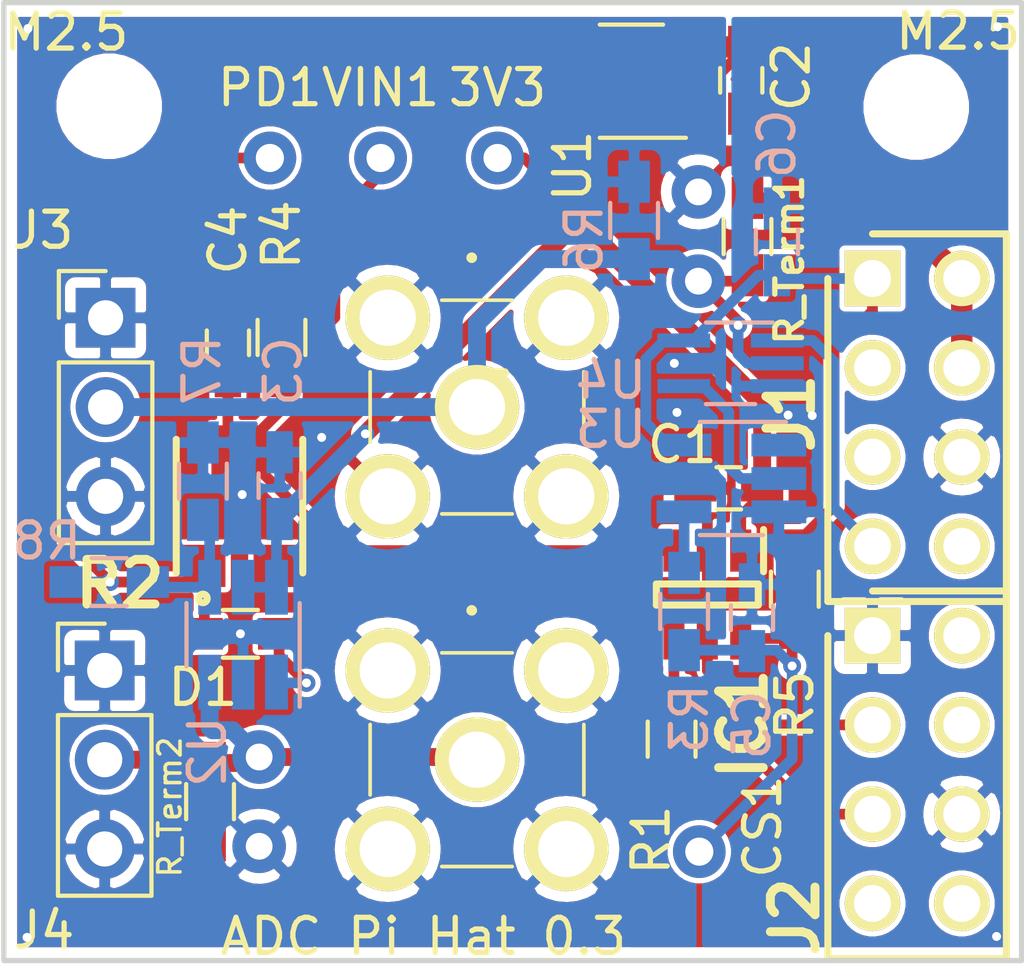
<source format=kicad_pcb>
(kicad_pcb (version 20171130) (host pcbnew "(5.1.4)-1")

  (general
    (thickness 1.6)
    (drawings 5)
    (tracks 147)
    (zones 0)
    (modules 34)
    (nets 26)
  )

  (page A4)
  (layers
    (0 F.Cu signal)
    (31 B.Cu signal)
    (32 B.Adhes user)
    (33 F.Adhes user)
    (34 B.Paste user)
    (35 F.Paste user)
    (36 B.SilkS user)
    (37 F.SilkS user)
    (38 B.Mask user)
    (39 F.Mask user)
    (40 Dwgs.User user)
    (41 Cmts.User user)
    (42 Eco1.User user)
    (43 Eco2.User user)
    (44 Edge.Cuts user)
    (45 Margin user)
    (46 B.CrtYd user)
    (47 F.CrtYd user)
    (48 B.Fab user hide)
    (49 F.Fab user hide)
  )

  (setup
    (last_trace_width 0.3048)
    (user_trace_width 0.1524)
    (user_trace_width 0.254)
    (user_trace_width 0.3048)
    (user_trace_width 0.4064)
    (user_trace_width 0.508)
    (user_trace_width 0.6096)
    (user_trace_width 0.762)
    (user_trace_width 1.016)
    (user_trace_width 1.27)
    (user_trace_width 2.54)
    (trace_clearance 0.1524)
    (zone_clearance 0.1524)
    (zone_45_only no)
    (trace_min 0.1524)
    (via_size 0.508)
    (via_drill 0.254)
    (via_min_size 0.508)
    (via_min_drill 0.254)
    (user_via 0.508 0.254)
    (user_via 0.6096 0.3048)
    (user_via 0.762 0.508)
    (user_via 1.016 0.508)
    (user_via 1.524 0.762)
    (user_via 2.032 1.016)
    (user_via 2.032 1.524)
    (user_via 2.54 1.524)
    (user_via 2.54 2.032)
    (uvia_size 2)
    (uvia_drill 1)
    (uvias_allowed no)
    (uvia_min_size 1)
    (uvia_min_drill 1)
    (edge_width 0.15)
    (segment_width 0.2)
    (pcb_text_width 0.3)
    (pcb_text_size 1.5 1.5)
    (mod_edge_width 0.15)
    (mod_text_size 1 1)
    (mod_text_width 0.15)
    (pad_size 1.524 1.524)
    (pad_drill 0.762)
    (pad_to_mask_clearance 0.0508)
    (aux_axis_origin 0 0)
    (visible_elements 7FFFFF7F)
    (pcbplotparams
      (layerselection 0x00030_80000001)
      (usegerberextensions false)
      (usegerberattributes false)
      (usegerberadvancedattributes false)
      (creategerberjobfile false)
      (excludeedgelayer true)
      (linewidth 0.100000)
      (plotframeref false)
      (viasonmask false)
      (mode 1)
      (useauxorigin false)
      (hpglpennumber 1)
      (hpglpenspeed 20)
      (hpglpendiameter 15.000000)
      (psnegative false)
      (psa4output false)
      (plotreference true)
      (plotvalue true)
      (plotinvisibletext false)
      (padsonsilk false)
      (subtractmaskfromsilk false)
      (outputformat 1)
      (mirror false)
      (drillshape 1)
      (scaleselection 1)
      (outputdirectory ""))
  )

  (net 0 "")
  (net 1 /5VA)
  (net 2 "Net-(D1-Pad2)")
  (net 3 /VIN)
  (net 4 /SCLK)
  (net 5 /SDO)
  (net 6 /CS)
  (net 7 /SIG_IN)
  (net 8 GND)
  (net 9 VCC)
  (net 10 /PD)
  (net 11 "Net-(R3-Pad2)")
  (net 12 /3.3VA)
  (net 13 /GPIO14)
  (net 14 /GPIO3)
  (net 15 /GPIO2)
  (net 16 /GPIO22)
  (net 17 /GPIO23)
  (net 18 "Net-(R2-Pad3)")
  (net 19 "Net-(U1-Pad4)")
  (net 20 /TRIG_PI)
  (net 21 /GPIO15)
  (net 22 /GPIO18)
  (net 23 /TRIG_EXT)
  (net 24 "Net-(R7-Pad1)")
  (net 25 "Net-(U3-Pad2)")

  (net_class Default "This is the default net class."
    (clearance 0.1524)
    (trace_width 0.1524)
    (via_dia 0.508)
    (via_drill 0.254)
    (uvia_dia 2)
    (uvia_drill 1)
    (add_net /3.3VA)
    (add_net /5VA)
    (add_net /CS)
    (add_net /GPIO14)
    (add_net /GPIO15)
    (add_net /GPIO18)
    (add_net /GPIO2)
    (add_net /GPIO22)
    (add_net /GPIO23)
    (add_net /GPIO3)
    (add_net /PD)
    (add_net /SCLK)
    (add_net /SDO)
    (add_net /SIG_IN)
    (add_net /TRIG_EXT)
    (add_net /TRIG_PI)
    (add_net /VIN)
    (add_net GND)
    (add_net "Net-(D1-Pad2)")
    (add_net "Net-(R2-Pad3)")
    (add_net "Net-(R3-Pad2)")
    (add_net "Net-(R7-Pad1)")
    (add_net "Net-(U1-Pad4)")
    (add_net "Net-(U3-Pad2)")
    (add_net VCC)
  )

  (module TO_SOT_Packages_SMD:SOT-353_SC-70-5_Handsoldering (layer B.Cu) (tedit 5E2FD7FC) (tstamp 5E2FE7B2)
    (at 116.4336 50.3174 180)
    (descr "SOT-353, SC-70-5, Handsoldering")
    (tags "SOT-353 SC-70-5 Handsoldering")
    (path /5E313464)
    (attr smd)
    (fp_text reference U4 (at 3.4036 -0.4826 180) (layer B.SilkS)
      (effects (font (size 1 1) (thickness 0.15)) (justify mirror))
    )
    (fp_text value 74LVC1G32 (at 0 -2 180) (layer B.Fab)
      (effects (font (size 1 1) (thickness 0.15)) (justify mirror))
    )
    (fp_line (start -0.175 1.1) (end -0.675 0.6) (layer B.Fab) (width 0.1))
    (fp_line (start 0.675 -1.1) (end -0.675 -1.1) (layer B.Fab) (width 0.1))
    (fp_line (start 0.675 1.1) (end 0.675 -1.1) (layer B.Fab) (width 0.1))
    (fp_line (start -2.4 -1.4) (end 2.4 -1.4) (layer B.CrtYd) (width 0.05))
    (fp_line (start -0.675 0.6) (end -0.675 -1.1) (layer B.Fab) (width 0.1))
    (fp_line (start 0.675 1.1) (end -0.175 1.1) (layer B.Fab) (width 0.1))
    (fp_line (start -2.4 1.4) (end 2.4 1.4) (layer B.CrtYd) (width 0.05))
    (fp_line (start -2.4 1.4) (end -2.4 -1.4) (layer B.CrtYd) (width 0.05))
    (fp_line (start 2.4 -1.4) (end 2.4 1.4) (layer B.CrtYd) (width 0.05))
    (fp_line (start -0.7 -1.16) (end 0.7 -1.16) (layer B.SilkS) (width 0.12))
    (fp_line (start 0.7 1.16) (end -1.2 1.16) (layer B.SilkS) (width 0.12))
    (fp_text user %R (at 0 0 270) (layer B.Fab)
      (effects (font (size 0.5 0.5) (thickness 0.075)) (justify mirror))
    )
    (pad 5 smd rect (at 1.33 0.65 180) (size 1.5 0.4) (layers B.Cu B.Paste B.Mask)
      (net 9 VCC))
    (pad 4 smd rect (at 1.33 -0.65 180) (size 1.5 0.4) (layers B.Cu B.Paste B.Mask)
      (net 25 "Net-(U3-Pad2)"))
    (pad 3 smd rect (at -1.33 -0.65 180) (size 1.5 0.4) (layers B.Cu B.Paste B.Mask)
      (net 8 GND))
    (pad 2 smd rect (at -1.33 0 180) (size 1.5 0.4) (layers B.Cu B.Paste B.Mask)
      (net 23 /TRIG_EXT))
    (pad 1 smd rect (at -1.33 0.65 180) (size 1.5 0.4) (layers B.Cu B.Paste B.Mask)
      (net 20 /TRIG_PI))
    (model ${KISYS3DMOD}/TO_SOT_Packages_SMD.3dshapes/SOT-353_SC-70-5.wrl
      (at (xyz 0 0 0))
      (scale (xyz 1 1 1))
      (rotate (xyz 0 0 0))
    )
  )

  (module Capacitors_SMD:C_0603_HandSoldering (layer B.Cu) (tedit 58AA848B) (tstamp 5E263B6E)
    (at 103.6066 53.7972 90)
    (descr "Capacitor SMD 0603, hand soldering")
    (tags "capacitor 0603")
    (path /5DD614BC)
    (attr smd)
    (fp_text reference C3 (at 3.2512 0.1016 270) (layer B.SilkS)
      (effects (font (size 1 1) (thickness 0.15)) (justify mirror))
    )
    (fp_text value 4.7u (at 0 -1.5 270) (layer B.Fab)
      (effects (font (size 1 1) (thickness 0.15)) (justify mirror))
    )
    (fp_line (start 1.8 -0.65) (end -1.8 -0.65) (layer B.CrtYd) (width 0.05))
    (fp_line (start 1.8 -0.65) (end 1.8 0.65) (layer B.CrtYd) (width 0.05))
    (fp_line (start -1.8 0.65) (end -1.8 -0.65) (layer B.CrtYd) (width 0.05))
    (fp_line (start -1.8 0.65) (end 1.8 0.65) (layer B.CrtYd) (width 0.05))
    (fp_line (start 0.35 -0.6) (end -0.35 -0.6) (layer B.SilkS) (width 0.12))
    (fp_line (start -0.35 0.6) (end 0.35 0.6) (layer B.SilkS) (width 0.12))
    (fp_line (start -0.8 0.4) (end 0.8 0.4) (layer B.Fab) (width 0.1))
    (fp_line (start 0.8 0.4) (end 0.8 -0.4) (layer B.Fab) (width 0.1))
    (fp_line (start 0.8 -0.4) (end -0.8 -0.4) (layer B.Fab) (width 0.1))
    (fp_line (start -0.8 -0.4) (end -0.8 0.4) (layer B.Fab) (width 0.1))
    (fp_text user %R (at 0 1.25 270) (layer B.Fab)
      (effects (font (size 1 1) (thickness 0.15)) (justify mirror))
    )
    (pad 2 smd rect (at 0.95 0 90) (size 1.2 0.75) (layers B.Cu B.Paste B.Mask)
      (net 8 GND))
    (pad 1 smd rect (at -0.95 0 90) (size 1.2 0.75) (layers B.Cu B.Paste B.Mask)
      (net 12 /3.3VA))
    (model Capacitors_SMD.3dshapes/C_0603.wrl
      (at (xyz 0 0 0))
      (scale (xyz 1 1 1))
      (rotate (xyz 0 0 0))
    )
  )

  (module SamacSys_Parts:SOT95P280X145-6N (layer F.Cu) (tedit 5E2EADCD) (tstamp 5E263BCA)
    (at 115.7732 56.896 270)
    (descr "DBV (R-PDSO-G6)")
    (tags "Integrated Circuit")
    (path /5DD8CEB2)
    (attr smd)
    (fp_text reference IC1 (at 3.683 -1.016 270) (layer F.SilkS)
      (effects (font (size 1.27 1.27) (thickness 0.254)))
    )
    (fp_text value ADS7886SDBVT (at 0 0 270) (layer F.SilkS) hide
      (effects (font (size 1.27 1.27) (thickness 0.254)))
    )
    (fp_line (start -2.1 -1.775) (end 2.1 -1.775) (layer Dwgs.User) (width 0.05))
    (fp_line (start 2.1 -1.775) (end 2.1 1.775) (layer Dwgs.User) (width 0.05))
    (fp_line (start 2.1 1.775) (end -2.1 1.775) (layer Dwgs.User) (width 0.05))
    (fp_line (start -2.1 1.775) (end -2.1 -1.775) (layer Dwgs.User) (width 0.05))
    (fp_line (start -0.8 -1.45) (end 0.8 -1.45) (layer Dwgs.User) (width 0.1))
    (fp_line (start 0.8 -1.45) (end 0.8 1.45) (layer Dwgs.User) (width 0.1))
    (fp_line (start 0.8 1.45) (end -0.8 1.45) (layer Dwgs.User) (width 0.1))
    (fp_line (start -0.8 1.45) (end -0.8 -1.45) (layer Dwgs.User) (width 0.1))
    (fp_line (start -0.8 -0.5) (end 0.15 -1.45) (layer Dwgs.User) (width 0.1))
    (fp_line (start -0.3 -1.45) (end 0.3 -1.45) (layer F.SilkS) (width 0.2))
    (fp_line (start 0.3 -1.45) (end 0.3 1.45) (layer F.SilkS) (width 0.2))
    (fp_line (start 0.3 1.45) (end -0.3 1.45) (layer F.SilkS) (width 0.2))
    (fp_line (start -0.3 1.45) (end -0.3 -1.45) (layer F.SilkS) (width 0.2))
    (fp_line (start -1.85 -1.6) (end -0.65 -1.6) (layer F.SilkS) (width 0.2))
    (pad 1 smd rect (at -1.25 -0.95) (size 0.6 1.2) (layers F.Cu F.Paste F.Mask)
      (net 12 /3.3VA))
    (pad 2 smd rect (at -1.25 0) (size 0.6 1.2) (layers F.Cu F.Paste F.Mask)
      (net 8 GND))
    (pad 3 smd rect (at -1.25 0.95) (size 0.6 1.2) (layers F.Cu F.Paste F.Mask)
      (net 3 /VIN))
    (pad 4 smd rect (at 1.25 0.95) (size 0.6 1.2) (layers F.Cu F.Paste F.Mask)
      (net 4 /SCLK))
    (pad 5 smd rect (at 1.25 0) (size 0.6 1.2) (layers F.Cu F.Paste F.Mask)
      (net 5 /SDO))
    (pad 6 smd rect (at 1.25 -0.95) (size 0.6 1.2) (layers F.Cu F.Paste F.Mask)
      (net 6 /CS))
    (model "C:/Users/Jonathan Chandler/Documents/SamacSys_PCB_Library/KiCad/3D_Models/ADS7886SBDBVT.step"
      (at (xyz 0 0 0))
      (scale (xyz 1 1 1))
      (rotate (xyz 0 0 0))
    )
  )

  (module SamacSys_Parts2:TC33X-2_1 (layer F.Cu) (tedit 5E2EACF1) (tstamp 5E2F1319)
    (at 102.4636 54.3814)
    (descr TC33X-2_1)
    (tags Resistor)
    (path /5DD87A99)
    (attr smd)
    (fp_text reference R2 (at -3.4036 2.2098) (layer F.SilkS)
      (effects (font (size 1.27 1.27) (thickness 0.254)))
    )
    (fp_text value TC33X-2-101E (at -0.337 0.209) (layer F.SilkS) hide
      (effects (font (size 1.27 1.27) (thickness 0.254)))
    )
    (fp_circle (center -1.041 2.625) (end -1.041 2.647) (layer F.SilkS) (width 0.2))
    (fp_line (start 1.8 1.9) (end 1.8 -1.9) (layer F.SilkS) (width 0.2))
    (fp_line (start -1.8 -1.9) (end -1.8 1.9) (layer F.SilkS) (width 0.2))
    (fp_line (start -1.8 1.9) (end -1.8 -1.9) (layer F.Fab) (width 0.2))
    (fp_line (start 1.8 1.9) (end -1.8 1.9) (layer F.Fab) (width 0.2))
    (fp_line (start 1.8 -1.9) (end 1.8 1.9) (layer F.Fab) (width 0.2))
    (fp_line (start -1.8 -1.9) (end 1.8 -1.9) (layer F.Fab) (width 0.2))
    (fp_text user %R (at -0.337 0.209) (layer F.Fab)
      (effects (font (size 1.27 1.27) (thickness 0.254)))
    )
    (pad 3 smd rect (at 1 1.7 90) (size 1.2 1.2) (layers F.Cu F.Paste F.Mask)
      (net 18 "Net-(R2-Pad3)"))
    (pad 2 smd rect (at 0 -1.55 90) (size 1.5 1.6) (layers F.Cu F.Paste F.Mask)
      (net 3 /VIN))
    (pad 1 smd rect (at -1 1.7 90) (size 1.2 1.2) (layers F.Cu F.Paste F.Mask)
      (net 10 /PD))
    (model C:\SamacSys_PCB_Library\KiCad\SamacSys_Parts.3dshapes\TC33X-2-101E.stp
      (at (xyz 0 0 0))
      (scale (xyz 1 1 1))
      (rotate (xyz -90 0 0))
    )
  )

  (module Mounting_Holes:MountingHole_2.7mm_M2.5 (layer F.Cu) (tedit 56D1B4CB) (tstamp 5E2EA687)
    (at 98.7552 43.0022)
    (descr "Mounting Hole 2.7mm, no annular, M2.5")
    (tags "mounting hole 2.7mm no annular m2.5")
    (attr virtual)
    (fp_text reference M2.5 (at -1.2192 -2.1082 180) (layer F.SilkS)
      (effects (font (size 1 1) (thickness 0.15)))
    )
    (fp_text value MountingHole_2.7mm_M2.5 (at 0 3.7) (layer F.Fab)
      (effects (font (size 1 1) (thickness 0.15)))
    )
    (fp_text user %R (at 0.3 0) (layer F.Fab)
      (effects (font (size 1 1) (thickness 0.15)))
    )
    (fp_circle (center 0 0) (end 2.7 0) (layer Cmts.User) (width 0.15))
    (fp_circle (center 0 0) (end 2.95 0) (layer F.CrtYd) (width 0.05))
    (pad 1 np_thru_hole circle (at 0 0) (size 2.7 2.7) (drill 2.7) (layers *.Cu *.Mask))
  )

  (module Mounting_Holes:MountingHole_2.7mm_M2.5 (layer F.Cu) (tedit 56D1B4CB) (tstamp 5E2EA674)
    (at 121.7168 43.0276)
    (descr "Mounting Hole 2.7mm, no annular, M2.5")
    (tags "mounting hole 2.7mm no annular m2.5")
    (attr virtual)
    (fp_text reference M2.5 (at 1.1938 -2.159 180) (layer F.SilkS)
      (effects (font (size 1 1) (thickness 0.15)))
    )
    (fp_text value MountingHole_2.7mm_M2.5 (at 0 3.7) (layer F.Fab)
      (effects (font (size 1 1) (thickness 0.15)))
    )
    (fp_circle (center 0 0) (end 2.95 0) (layer F.CrtYd) (width 0.05))
    (fp_circle (center 0 0) (end 2.7 0) (layer Cmts.User) (width 0.15))
    (fp_text user %R (at 0.3 0) (layer F.Fab)
      (effects (font (size 1 1) (thickness 0.15)))
    )
    (pad 1 np_thru_hole circle (at 0 0) (size 2.7 2.7) (drill 2.7) (layers *.Cu *.Mask))
  )

  (module Resistors_SMD:R_0603_HandSoldering (layer F.Cu) (tedit 58E0A804) (tstamp 5E26783C)
    (at 118.2624 56.7436 270)
    (descr "Resistor SMD 0603, hand soldering")
    (tags "resistor 0603")
    (path /5DCA85F8)
    (attr smd)
    (fp_text reference R5 (at 3.302 0 90) (layer F.SilkS)
      (effects (font (size 1 1) (thickness 0.15)))
    )
    (fp_text value 10k (at 0 1.55 90) (layer F.Fab)
      (effects (font (size 1 1) (thickness 0.15)))
    )
    (fp_text user %R (at 0 0 90) (layer F.Fab)
      (effects (font (size 0.4 0.4) (thickness 0.075)))
    )
    (fp_line (start -0.8 0.4) (end -0.8 -0.4) (layer F.Fab) (width 0.1))
    (fp_line (start 0.8 0.4) (end -0.8 0.4) (layer F.Fab) (width 0.1))
    (fp_line (start 0.8 -0.4) (end 0.8 0.4) (layer F.Fab) (width 0.1))
    (fp_line (start -0.8 -0.4) (end 0.8 -0.4) (layer F.Fab) (width 0.1))
    (fp_line (start 0.5 0.68) (end -0.5 0.68) (layer F.SilkS) (width 0.12))
    (fp_line (start -0.5 -0.68) (end 0.5 -0.68) (layer F.SilkS) (width 0.12))
    (fp_line (start -1.96 -0.7) (end 1.95 -0.7) (layer F.CrtYd) (width 0.05))
    (fp_line (start -1.96 -0.7) (end -1.96 0.7) (layer F.CrtYd) (width 0.05))
    (fp_line (start 1.95 0.7) (end 1.95 -0.7) (layer F.CrtYd) (width 0.05))
    (fp_line (start 1.95 0.7) (end -1.96 0.7) (layer F.CrtYd) (width 0.05))
    (pad 1 smd rect (at -1.1 0 270) (size 1.2 0.9) (layers F.Cu F.Paste F.Mask)
      (net 9 VCC))
    (pad 2 smd rect (at 1.1 0 270) (size 1.2 0.9) (layers F.Cu F.Paste F.Mask)
      (net 6 /CS))
    (model ${KISYS3DMOD}/Resistors_SMD.3dshapes/R_0603.wrl
      (at (xyz 0 0 0))
      (scale (xyz 1 1 1))
      (rotate (xyz 0 0 0))
    )
  )

  (module Capacitors_SMD:C_0603_HandSoldering (layer B.Cu) (tedit 58AA848B) (tstamp 5E263B90)
    (at 117.0432 57.5564 90)
    (descr "Capacitor SMD 0603, hand soldering")
    (tags "capacitor 0603")
    (path /5DE53C9D)
    (attr smd)
    (fp_text reference C5 (at -3.048 0 270) (layer B.SilkS)
      (effects (font (size 1 1) (thickness 0.15)) (justify mirror))
    )
    (fp_text value 1n (at 0 -1.5 270) (layer B.Fab)
      (effects (font (size 1 1) (thickness 0.15)) (justify mirror))
    )
    (fp_text user %R (at 0 1.25 270) (layer B.Fab)
      (effects (font (size 1 1) (thickness 0.15)) (justify mirror))
    )
    (fp_line (start -0.8 -0.4) (end -0.8 0.4) (layer B.Fab) (width 0.1))
    (fp_line (start 0.8 -0.4) (end -0.8 -0.4) (layer B.Fab) (width 0.1))
    (fp_line (start 0.8 0.4) (end 0.8 -0.4) (layer B.Fab) (width 0.1))
    (fp_line (start -0.8 0.4) (end 0.8 0.4) (layer B.Fab) (width 0.1))
    (fp_line (start -0.35 0.6) (end 0.35 0.6) (layer B.SilkS) (width 0.12))
    (fp_line (start 0.35 -0.6) (end -0.35 -0.6) (layer B.SilkS) (width 0.12))
    (fp_line (start -1.8 0.65) (end 1.8 0.65) (layer B.CrtYd) (width 0.05))
    (fp_line (start -1.8 0.65) (end -1.8 -0.65) (layer B.CrtYd) (width 0.05))
    (fp_line (start 1.8 -0.65) (end 1.8 0.65) (layer B.CrtYd) (width 0.05))
    (fp_line (start 1.8 -0.65) (end -1.8 -0.65) (layer B.CrtYd) (width 0.05))
    (pad 1 smd rect (at -0.95 0 90) (size 1.2 0.75) (layers B.Cu B.Paste B.Mask)
      (net 6 /CS))
    (pad 2 smd rect (at 0.95 0 90) (size 1.2 0.75) (layers B.Cu B.Paste B.Mask)
      (net 8 GND))
    (model Capacitors_SMD.3dshapes/C_0603.wrl
      (at (xyz 0 0 0))
      (scale (xyz 1 1 1))
      (rotate (xyz 0 0 0))
    )
  )

  (module Resistors_SMD:R_0603_HandSoldering (layer B.Cu) (tedit 58E0A804) (tstamp 5E263C3F)
    (at 115.1128 57.3786 90)
    (descr "Resistor SMD 0603, hand soldering")
    (tags "resistor 0603")
    (path /5DE39DE5)
    (attr smd)
    (fp_text reference R3 (at -3.048 0.1524 270) (layer B.SilkS)
      (effects (font (size 1 1) (thickness 0.15)) (justify mirror))
    )
    (fp_text value 100 (at 0 -1.55 270) (layer B.Fab)
      (effects (font (size 1 1) (thickness 0.15)) (justify mirror))
    )
    (fp_text user %R (at 0 0 270) (layer B.Fab)
      (effects (font (size 0.4 0.4) (thickness 0.075)) (justify mirror))
    )
    (fp_line (start -0.8 -0.4) (end -0.8 0.4) (layer B.Fab) (width 0.1))
    (fp_line (start 0.8 -0.4) (end -0.8 -0.4) (layer B.Fab) (width 0.1))
    (fp_line (start 0.8 0.4) (end 0.8 -0.4) (layer B.Fab) (width 0.1))
    (fp_line (start -0.8 0.4) (end 0.8 0.4) (layer B.Fab) (width 0.1))
    (fp_line (start 0.5 -0.68) (end -0.5 -0.68) (layer B.SilkS) (width 0.12))
    (fp_line (start -0.5 0.68) (end 0.5 0.68) (layer B.SilkS) (width 0.12))
    (fp_line (start -1.96 0.7) (end 1.95 0.7) (layer B.CrtYd) (width 0.05))
    (fp_line (start -1.96 0.7) (end -1.96 -0.7) (layer B.CrtYd) (width 0.05))
    (fp_line (start 1.95 -0.7) (end 1.95 0.7) (layer B.CrtYd) (width 0.05))
    (fp_line (start 1.95 -0.7) (end -1.96 -0.7) (layer B.CrtYd) (width 0.05))
    (pad 1 smd rect (at -1.1 0 90) (size 1.2 0.9) (layers B.Cu B.Paste B.Mask)
      (net 6 /CS))
    (pad 2 smd rect (at 1.1 0 90) (size 1.2 0.9) (layers B.Cu B.Paste B.Mask)
      (net 11 "Net-(R3-Pad2)"))
    (model ${KISYS3DMOD}/Resistors_SMD.3dshapes/R_0603.wrl
      (at (xyz 0 0 0))
      (scale (xyz 1 1 1))
      (rotate (xyz 0 0 0))
    )
  )

  (module Capacitors_SMD:C_0603_HandSoldering (layer F.Cu) (tedit 58AA848B) (tstamp 5E263B5D)
    (at 116.7384 42.2656 270)
    (descr "Capacitor SMD 0603, hand soldering")
    (tags "capacitor 0603")
    (path /5DC143B8)
    (attr smd)
    (fp_text reference C2 (at -0.1016 -1.4224 90) (layer F.SilkS)
      (effects (font (size 1 1) (thickness 0.15)))
    )
    (fp_text value 4.7u (at 0 1.5 90) (layer F.Fab)
      (effects (font (size 1 1) (thickness 0.15)))
    )
    (fp_text user %R (at 0 -1.25 90) (layer F.Fab)
      (effects (font (size 1 1) (thickness 0.15)))
    )
    (fp_line (start -0.8 0.4) (end -0.8 -0.4) (layer F.Fab) (width 0.1))
    (fp_line (start 0.8 0.4) (end -0.8 0.4) (layer F.Fab) (width 0.1))
    (fp_line (start 0.8 -0.4) (end 0.8 0.4) (layer F.Fab) (width 0.1))
    (fp_line (start -0.8 -0.4) (end 0.8 -0.4) (layer F.Fab) (width 0.1))
    (fp_line (start -0.35 -0.6) (end 0.35 -0.6) (layer F.SilkS) (width 0.12))
    (fp_line (start 0.35 0.6) (end -0.35 0.6) (layer F.SilkS) (width 0.12))
    (fp_line (start -1.8 -0.65) (end 1.8 -0.65) (layer F.CrtYd) (width 0.05))
    (fp_line (start -1.8 -0.65) (end -1.8 0.65) (layer F.CrtYd) (width 0.05))
    (fp_line (start 1.8 0.65) (end 1.8 -0.65) (layer F.CrtYd) (width 0.05))
    (fp_line (start 1.8 0.65) (end -1.8 0.65) (layer F.CrtYd) (width 0.05))
    (pad 1 smd rect (at -0.95 0 270) (size 1.2 0.75) (layers F.Cu F.Paste F.Mask)
      (net 1 /5VA))
    (pad 2 smd rect (at 0.95 0 270) (size 1.2 0.75) (layers F.Cu F.Paste F.Mask)
      (net 8 GND))
    (model Capacitors_SMD.3dshapes/C_0603.wrl
      (at (xyz 0 0 0))
      (scale (xyz 1 1 1))
      (rotate (xyz 0 0 0))
    )
  )

  (module TO_SOT_Packages_SMD:SOT-23-5_HandSoldering (layer B.Cu) (tedit 58CE4E7E) (tstamp 5E263CDA)
    (at 116.459 53.594 180)
    (descr "5-pin SOT23 package")
    (tags "SOT-23-5 hand-soldering")
    (path /5DE14786)
    (attr smd)
    (fp_text reference U3 (at 3.429 1.397 180) (layer B.SilkS)
      (effects (font (size 1 1) (thickness 0.15)) (justify mirror))
    )
    (fp_text value 74LVC1G14 (at 0 -2.9 180) (layer B.Fab)
      (effects (font (size 1 1) (thickness 0.15)) (justify mirror))
    )
    (fp_line (start 2.38 -1.8) (end -2.38 -1.8) (layer B.CrtYd) (width 0.05))
    (fp_line (start 2.38 -1.8) (end 2.38 1.8) (layer B.CrtYd) (width 0.05))
    (fp_line (start -2.38 1.8) (end -2.38 -1.8) (layer B.CrtYd) (width 0.05))
    (fp_line (start -2.38 1.8) (end 2.38 1.8) (layer B.CrtYd) (width 0.05))
    (fp_line (start 0.9 1.55) (end 0.9 -1.55) (layer B.Fab) (width 0.1))
    (fp_line (start 0.9 -1.55) (end -0.9 -1.55) (layer B.Fab) (width 0.1))
    (fp_line (start -0.9 0.9) (end -0.9 -1.55) (layer B.Fab) (width 0.1))
    (fp_line (start 0.9 1.55) (end -0.25 1.55) (layer B.Fab) (width 0.1))
    (fp_line (start -0.9 0.9) (end -0.25 1.55) (layer B.Fab) (width 0.1))
    (fp_line (start 0.9 1.61) (end -1.55 1.61) (layer B.SilkS) (width 0.12))
    (fp_line (start -0.9 -1.61) (end 0.9 -1.61) (layer B.SilkS) (width 0.12))
    (fp_text user %R (at 0 0 90) (layer B.Fab)
      (effects (font (size 0.5 0.5) (thickness 0.075)) (justify mirror))
    )
    (pad 5 smd rect (at 1.35 0.95 180) (size 1.56 0.65) (layers B.Cu B.Paste B.Mask)
      (net 9 VCC))
    (pad 4 smd rect (at 1.35 -0.95 180) (size 1.56 0.65) (layers B.Cu B.Paste B.Mask)
      (net 11 "Net-(R3-Pad2)"))
    (pad 3 smd rect (at -1.35 -0.95 180) (size 1.56 0.65) (layers B.Cu B.Paste B.Mask)
      (net 8 GND))
    (pad 2 smd rect (at -1.35 0 180) (size 1.56 0.65) (layers B.Cu B.Paste B.Mask)
      (net 25 "Net-(U3-Pad2)"))
    (pad 1 smd rect (at -1.35 0.95 180) (size 1.56 0.65) (layers B.Cu B.Paste B.Mask))
    (model ${KISYS3DMOD}/TO_SOT_Packages_SMD.3dshapes\SOT-23-5.wrl
      (at (xyz 0 0 0))
      (scale (xyz 1 1 1))
      (rotate (xyz 0 0 0))
    )
  )

  (module Resistors_SMD:R_0603_HandSoldering (layer B.Cu) (tedit 58E0A804) (tstamp 5E263C72)
    (at 113.6904 46.2534 90)
    (descr "Resistor SMD 0603, hand soldering")
    (tags "resistor 0603")
    (path /5DDF72AE)
    (attr smd)
    (fp_text reference R6 (at -0.5334 -1.4224 270) (layer B.SilkS)
      (effects (font (size 1 1) (thickness 0.15)) (justify mirror))
    )
    (fp_text value 10k (at 0 -1.55 270) (layer B.Fab)
      (effects (font (size 1 1) (thickness 0.15)) (justify mirror))
    )
    (fp_line (start 1.95 -0.7) (end -1.96 -0.7) (layer B.CrtYd) (width 0.05))
    (fp_line (start 1.95 -0.7) (end 1.95 0.7) (layer B.CrtYd) (width 0.05))
    (fp_line (start -1.96 0.7) (end -1.96 -0.7) (layer B.CrtYd) (width 0.05))
    (fp_line (start -1.96 0.7) (end 1.95 0.7) (layer B.CrtYd) (width 0.05))
    (fp_line (start -0.5 0.68) (end 0.5 0.68) (layer B.SilkS) (width 0.12))
    (fp_line (start 0.5 -0.68) (end -0.5 -0.68) (layer B.SilkS) (width 0.12))
    (fp_line (start -0.8 0.4) (end 0.8 0.4) (layer B.Fab) (width 0.1))
    (fp_line (start 0.8 0.4) (end 0.8 -0.4) (layer B.Fab) (width 0.1))
    (fp_line (start 0.8 -0.4) (end -0.8 -0.4) (layer B.Fab) (width 0.1))
    (fp_line (start -0.8 -0.4) (end -0.8 0.4) (layer B.Fab) (width 0.1))
    (fp_text user %R (at 0 0 270) (layer B.Fab)
      (effects (font (size 0.4 0.4) (thickness 0.075)) (justify mirror))
    )
    (pad 2 smd rect (at 1.1 0 90) (size 1.2 0.9) (layers B.Cu B.Paste B.Mask)
      (net 8 GND))
    (pad 1 smd rect (at -1.1 0 90) (size 1.2 0.9) (layers B.Cu B.Paste B.Mask)
      (net 23 /TRIG_EXT))
    (model ${KISYS3DMOD}/Resistors_SMD.3dshapes/R_0603.wrl
      (at (xyz 0 0 0))
      (scale (xyz 1 1 1))
      (rotate (xyz 0 0 0))
    )
  )

  (module Capacitors_SMD:C_0603_HandSoldering (layer B.Cu) (tedit 58AA848B) (tstamp 5E2672E0)
    (at 117.7544 46.863 90)
    (descr "Capacitor SMD 0603, hand soldering")
    (tags "capacitor 0603")
    (path /5DCA6EFC)
    (attr smd)
    (fp_text reference C6 (at 2.794 0 270) (layer B.SilkS)
      (effects (font (size 1 1) (thickness 0.15)) (justify mirror))
    )
    (fp_text value 4.7u (at 0 -1.5 270) (layer B.Fab)
      (effects (font (size 1 1) (thickness 0.15)) (justify mirror))
    )
    (fp_text user %R (at 0 1.25 270) (layer B.Fab)
      (effects (font (size 1 1) (thickness 0.15)) (justify mirror))
    )
    (fp_line (start -0.8 -0.4) (end -0.8 0.4) (layer B.Fab) (width 0.1))
    (fp_line (start 0.8 -0.4) (end -0.8 -0.4) (layer B.Fab) (width 0.1))
    (fp_line (start 0.8 0.4) (end 0.8 -0.4) (layer B.Fab) (width 0.1))
    (fp_line (start -0.8 0.4) (end 0.8 0.4) (layer B.Fab) (width 0.1))
    (fp_line (start -0.35 0.6) (end 0.35 0.6) (layer B.SilkS) (width 0.12))
    (fp_line (start 0.35 -0.6) (end -0.35 -0.6) (layer B.SilkS) (width 0.12))
    (fp_line (start -1.8 0.65) (end 1.8 0.65) (layer B.CrtYd) (width 0.05))
    (fp_line (start -1.8 0.65) (end -1.8 -0.65) (layer B.CrtYd) (width 0.05))
    (fp_line (start 1.8 -0.65) (end 1.8 0.65) (layer B.CrtYd) (width 0.05))
    (fp_line (start 1.8 -0.65) (end -1.8 -0.65) (layer B.CrtYd) (width 0.05))
    (pad 1 smd rect (at -0.95 0 90) (size 1.2 0.75) (layers B.Cu B.Paste B.Mask)
      (net 9 VCC))
    (pad 2 smd rect (at 0.95 0 90) (size 1.2 0.75) (layers B.Cu B.Paste B.Mask)
      (net 8 GND))
    (model Capacitors_SMD.3dshapes/C_0603.wrl
      (at (xyz 0 0 0))
      (scale (xyz 1 1 1))
      (rotate (xyz 0 0 0))
    )
  )

  (module Resistors_SMD:R_0603_HandSoldering (layer F.Cu) (tedit 58E0A804) (tstamp 5E2FF28F)
    (at 114.7572 61.0108 270)
    (descr "Resistor SMD 0603, hand soldering")
    (tags "resistor 0603")
    (path /5DC1BD1C)
    (attr smd)
    (fp_text reference R1 (at 2.8702 0.5842 90) (layer F.SilkS)
      (effects (font (size 1 1) (thickness 0.15)))
    )
    (fp_text value 10k (at 0 1.55 90) (layer F.Fab)
      (effects (font (size 1 1) (thickness 0.15)))
    )
    (fp_line (start 1.95 0.7) (end -1.96 0.7) (layer F.CrtYd) (width 0.05))
    (fp_line (start 1.95 0.7) (end 1.95 -0.7) (layer F.CrtYd) (width 0.05))
    (fp_line (start -1.96 -0.7) (end -1.96 0.7) (layer F.CrtYd) (width 0.05))
    (fp_line (start -1.96 -0.7) (end 1.95 -0.7) (layer F.CrtYd) (width 0.05))
    (fp_line (start -0.5 -0.68) (end 0.5 -0.68) (layer F.SilkS) (width 0.12))
    (fp_line (start 0.5 0.68) (end -0.5 0.68) (layer F.SilkS) (width 0.12))
    (fp_line (start -0.8 -0.4) (end 0.8 -0.4) (layer F.Fab) (width 0.1))
    (fp_line (start 0.8 -0.4) (end 0.8 0.4) (layer F.Fab) (width 0.1))
    (fp_line (start 0.8 0.4) (end -0.8 0.4) (layer F.Fab) (width 0.1))
    (fp_line (start -0.8 0.4) (end -0.8 -0.4) (layer F.Fab) (width 0.1))
    (fp_text user %R (at 0 0 90) (layer F.Fab)
      (effects (font (size 0.4 0.4) (thickness 0.075)))
    )
    (pad 2 smd rect (at 1.1 0 270) (size 1.2 0.9) (layers F.Cu F.Paste F.Mask)
      (net 8 GND))
    (pad 1 smd rect (at -1.1 0 270) (size 1.2 0.9) (layers F.Cu F.Paste F.Mask)
      (net 4 /SCLK))
    (model ${KISYS3DMOD}/Resistors_SMD.3dshapes/R_0603.wrl
      (at (xyz 0 0 0))
      (scale (xyz 1 1 1))
      (rotate (xyz 0 0 0))
    )
  )

  (module Capacitors_SMD:C_0603_HandSoldering (layer F.Cu) (tedit 58AA848B) (tstamp 5E263B7F)
    (at 102.1334 49.7332 90)
    (descr "Capacitor SMD 0603, hand soldering")
    (tags "capacitor 0603")
    (path /5DCA0044)
    (attr smd)
    (fp_text reference C4 (at 2.921 0 90) (layer F.SilkS)
      (effects (font (size 1 1) (thickness 0.15)))
    )
    (fp_text value 1n (at 0 1.5 90) (layer F.Fab)
      (effects (font (size 1 1) (thickness 0.15)))
    )
    (fp_text user %R (at 0 -1.25 90) (layer F.Fab)
      (effects (font (size 1 1) (thickness 0.15)))
    )
    (fp_line (start -0.8 0.4) (end -0.8 -0.4) (layer F.Fab) (width 0.1))
    (fp_line (start 0.8 0.4) (end -0.8 0.4) (layer F.Fab) (width 0.1))
    (fp_line (start 0.8 -0.4) (end 0.8 0.4) (layer F.Fab) (width 0.1))
    (fp_line (start -0.8 -0.4) (end 0.8 -0.4) (layer F.Fab) (width 0.1))
    (fp_line (start -0.35 -0.6) (end 0.35 -0.6) (layer F.SilkS) (width 0.12))
    (fp_line (start 0.35 0.6) (end -0.35 0.6) (layer F.SilkS) (width 0.12))
    (fp_line (start -1.8 -0.65) (end 1.8 -0.65) (layer F.CrtYd) (width 0.05))
    (fp_line (start -1.8 -0.65) (end -1.8 0.65) (layer F.CrtYd) (width 0.05))
    (fp_line (start 1.8 0.65) (end 1.8 -0.65) (layer F.CrtYd) (width 0.05))
    (fp_line (start 1.8 0.65) (end -1.8 0.65) (layer F.CrtYd) (width 0.05))
    (pad 1 smd rect (at -0.95 0 90) (size 1.2 0.75) (layers F.Cu F.Paste F.Mask)
      (net 3 /VIN))
    (pad 2 smd rect (at 0.95 0 90) (size 1.2 0.75) (layers F.Cu F.Paste F.Mask)
      (net 8 GND))
    (model Capacitors_SMD.3dshapes/C_0603.wrl
      (at (xyz 0 0 0))
      (scale (xyz 1 1 1))
      (rotate (xyz 0 0 0))
    )
  )

  (module Resistors_SMD:R_0603_HandSoldering (layer F.Cu) (tedit 58E0A804) (tstamp 5E2EECCA)
    (at 103.6574 49.5808 90)
    (descr "Resistor SMD 0603, hand soldering")
    (tags "resistor 0603")
    (path /5DCA0B18)
    (attr smd)
    (fp_text reference R4 (at 2.921 0 90) (layer F.SilkS)
      (effects (font (size 1 1) (thickness 0.15)))
    )
    (fp_text value 100k (at 0 1.55 90) (layer F.Fab)
      (effects (font (size 1 1) (thickness 0.15)))
    )
    (fp_line (start 1.95 0.7) (end -1.96 0.7) (layer F.CrtYd) (width 0.05))
    (fp_line (start 1.95 0.7) (end 1.95 -0.7) (layer F.CrtYd) (width 0.05))
    (fp_line (start -1.96 -0.7) (end -1.96 0.7) (layer F.CrtYd) (width 0.05))
    (fp_line (start -1.96 -0.7) (end 1.95 -0.7) (layer F.CrtYd) (width 0.05))
    (fp_line (start -0.5 -0.68) (end 0.5 -0.68) (layer F.SilkS) (width 0.12))
    (fp_line (start 0.5 0.68) (end -0.5 0.68) (layer F.SilkS) (width 0.12))
    (fp_line (start -0.8 -0.4) (end 0.8 -0.4) (layer F.Fab) (width 0.1))
    (fp_line (start 0.8 -0.4) (end 0.8 0.4) (layer F.Fab) (width 0.1))
    (fp_line (start 0.8 0.4) (end -0.8 0.4) (layer F.Fab) (width 0.1))
    (fp_line (start -0.8 0.4) (end -0.8 -0.4) (layer F.Fab) (width 0.1))
    (fp_text user %R (at 0 0 90) (layer F.Fab)
      (effects (font (size 0.4 0.4) (thickness 0.075)))
    )
    (pad 2 smd rect (at 1.1 0 90) (size 1.2 0.9) (layers F.Cu F.Paste F.Mask)
      (net 8 GND))
    (pad 1 smd rect (at -1.1 0 90) (size 1.2 0.9) (layers F.Cu F.Paste F.Mask)
      (net 3 /VIN))
    (model ${KISYS3DMOD}/Resistors_SMD.3dshapes/R_0603.wrl
      (at (xyz 0 0 0))
      (scale (xyz 1 1 1))
      (rotate (xyz 0 0 0))
    )
  )

  (module Capacitors_SMD:C_0603_HandSoldering (layer F.Cu) (tedit 58AA848B) (tstamp 5E263B4C)
    (at 116.3828 53.8734 180)
    (descr "Capacitor SMD 0603, hand soldering")
    (tags "capacitor 0603")
    (path /5DC15109)
    (attr smd)
    (fp_text reference C1 (at 1.3208 1.2446) (layer F.SilkS)
      (effects (font (size 1 1) (thickness 0.15)))
    )
    (fp_text value 4.7u (at 0 1.5) (layer F.Fab)
      (effects (font (size 1 1) (thickness 0.15)))
    )
    (fp_line (start 1.8 0.65) (end -1.8 0.65) (layer F.CrtYd) (width 0.05))
    (fp_line (start 1.8 0.65) (end 1.8 -0.65) (layer F.CrtYd) (width 0.05))
    (fp_line (start -1.8 -0.65) (end -1.8 0.65) (layer F.CrtYd) (width 0.05))
    (fp_line (start -1.8 -0.65) (end 1.8 -0.65) (layer F.CrtYd) (width 0.05))
    (fp_line (start 0.35 0.6) (end -0.35 0.6) (layer F.SilkS) (width 0.12))
    (fp_line (start -0.35 -0.6) (end 0.35 -0.6) (layer F.SilkS) (width 0.12))
    (fp_line (start -0.8 -0.4) (end 0.8 -0.4) (layer F.Fab) (width 0.1))
    (fp_line (start 0.8 -0.4) (end 0.8 0.4) (layer F.Fab) (width 0.1))
    (fp_line (start 0.8 0.4) (end -0.8 0.4) (layer F.Fab) (width 0.1))
    (fp_line (start -0.8 0.4) (end -0.8 -0.4) (layer F.Fab) (width 0.1))
    (fp_text user %R (at 0 -1.25) (layer F.Fab)
      (effects (font (size 1 1) (thickness 0.15)))
    )
    (pad 2 smd rect (at 0.95 0 180) (size 1.2 0.75) (layers F.Cu F.Paste F.Mask)
      (net 8 GND))
    (pad 1 smd rect (at -0.95 0 180) (size 1.2 0.75) (layers F.Cu F.Paste F.Mask)
      (net 12 /3.3VA))
    (model Capacitors_SMD.3dshapes/C_0603.wrl
      (at (xyz 0 0 0))
      (scale (xyz 1 1 1))
      (rotate (xyz 0 0 0))
    )
  )

  (module Resistors_SMD:R_0603_HandSoldering (layer F.Cu) (tedit 58E0A804) (tstamp 5E263BB2)
    (at 102.489 58.0136)
    (descr "Resistor SMD 0603, hand soldering")
    (tags "resistor 0603")
    (path /5DD8A14E)
    (attr smd)
    (fp_text reference D1 (at -1.0668 1.524) (layer F.SilkS)
      (effects (font (size 1 1) (thickness 0.15)))
    )
    (fp_text value BAT_63-02V_H6327 (at 0 1.55) (layer F.Fab)
      (effects (font (size 1 1) (thickness 0.15)))
    )
    (fp_text user %R (at 0 0) (layer F.Fab)
      (effects (font (size 0.4 0.4) (thickness 0.075)))
    )
    (fp_line (start -0.8 0.4) (end -0.8 -0.4) (layer F.Fab) (width 0.1))
    (fp_line (start 0.8 0.4) (end -0.8 0.4) (layer F.Fab) (width 0.1))
    (fp_line (start 0.8 -0.4) (end 0.8 0.4) (layer F.Fab) (width 0.1))
    (fp_line (start -0.8 -0.4) (end 0.8 -0.4) (layer F.Fab) (width 0.1))
    (fp_line (start 0.5 0.68) (end -0.5 0.68) (layer F.SilkS) (width 0.12))
    (fp_line (start -0.5 -0.68) (end 0.5 -0.68) (layer F.SilkS) (width 0.12))
    (fp_line (start -1.96 -0.7) (end 1.95 -0.7) (layer F.CrtYd) (width 0.05))
    (fp_line (start -1.96 -0.7) (end -1.96 0.7) (layer F.CrtYd) (width 0.05))
    (fp_line (start 1.95 0.7) (end 1.95 -0.7) (layer F.CrtYd) (width 0.05))
    (fp_line (start 1.95 0.7) (end -1.96 0.7) (layer F.CrtYd) (width 0.05))
    (pad 1 smd rect (at -1.1 0) (size 1.2 0.9) (layers F.Cu F.Paste F.Mask)
      (net 10 /PD))
    (pad 2 smd rect (at 1.1 0) (size 1.2 0.9) (layers F.Cu F.Paste F.Mask)
      (net 2 "Net-(D1-Pad2)"))
    (model ${KISYS3DMOD}/Resistors_SMD.3dshapes/R_0603.wrl
      (at (xyz 0 0 0))
      (scale (xyz 1 1 1))
      (rotate (xyz 0 0 0))
    )
  )

  (module SamacSys_Parts:SHDR8W60P254_2X4_1016X508X850P (layer F.Cu) (tedit 5DCDE698) (tstamp 5E263BE2)
    (at 120.4722 47.9044 270)
    (descr 2214S-8)
    (tags Connector)
    (path /5DDC04C9)
    (fp_text reference J1 (at 3.8354 2.3368 90) (layer F.SilkS)
      (effects (font (size 1.27 1.27) (thickness 0.254)))
    )
    (fp_text value 2214S-08SG-85 (at 0 0 90) (layer F.SilkS) hide
      (effects (font (size 1.27 1.27) (thickness 0.254)))
    )
    (fp_line (start -1.27 -3.81) (end -1.27 0) (layer F.SilkS) (width 0.2))
    (fp_line (start 9.19 -3.81) (end -1.27 -3.81) (layer F.SilkS) (width 0.2))
    (fp_line (start 9.19 1.27) (end 9.19 -3.81) (layer F.SilkS) (width 0.2))
    (fp_line (start 0 1.27) (end 9.19 1.27) (layer F.SilkS) (width 0.2))
    (fp_line (start 9.19 1.27) (end -1.27 1.27) (layer Dwgs.User) (width 0.1))
    (fp_line (start 9.19 -3.81) (end 9.19 1.27) (layer Dwgs.User) (width 0.1))
    (fp_line (start -1.27 -3.81) (end 9.19 -3.81) (layer Dwgs.User) (width 0.1))
    (fp_line (start -1.27 1.27) (end -1.27 -3.81) (layer Dwgs.User) (width 0.1))
    (fp_line (start 9.44 1.52) (end -1.52 1.52) (layer Dwgs.User) (width 0.05))
    (fp_line (start 9.44 -4.06) (end 9.44 1.52) (layer Dwgs.User) (width 0.05))
    (fp_line (start -1.52 -4.06) (end 9.44 -4.06) (layer Dwgs.User) (width 0.05))
    (fp_line (start -1.52 1.52) (end -1.52 -4.06) (layer Dwgs.User) (width 0.05))
    (pad 8 thru_hole circle (at 7.62 -2.54) (size 1.575 1.575) (drill 1.05) (layers *.Cu *.Mask F.SilkS)
      (net 13 /GPIO14))
    (pad 7 thru_hole circle (at 7.62 0) (size 1.575 1.575) (drill 1.05) (layers *.Cu *.Mask F.SilkS)
      (net 20 /TRIG_PI))
    (pad 6 thru_hole circle (at 5.08 -2.54) (size 1.575 1.575) (drill 1.05) (layers *.Cu *.Mask F.SilkS)
      (net 8 GND))
    (pad 5 thru_hole circle (at 5.08 0) (size 1.575 1.575) (drill 1.05) (layers *.Cu *.Mask F.SilkS)
      (net 14 /GPIO3))
    (pad 4 thru_hole circle (at 2.54 -2.54) (size 1.575 1.575) (drill 1.05) (layers *.Cu *.Mask F.SilkS)
      (net 1 /5VA))
    (pad 3 thru_hole circle (at 2.54 0) (size 1.575 1.575) (drill 1.05) (layers *.Cu *.Mask F.SilkS)
      (net 15 /GPIO2))
    (pad 2 thru_hole circle (at 0 -2.54) (size 1.575 1.575) (drill 1.05) (layers *.Cu *.Mask F.SilkS)
      (net 1 /5VA))
    (pad 1 thru_hole rect (at 0 0) (size 1.575 1.575) (drill 1.05) (layers *.Cu *.Mask F.SilkS)
      (net 9 VCC))
  )

  (module SamacSys_Parts:SHDR8W60P254_2X4_1016X508X850P (layer F.Cu) (tedit 5DCDE698) (tstamp 5E266F31)
    (at 120.4722 58.0644 270)
    (descr 2214S-8)
    (tags Connector)
    (path /5DDC85D2)
    (fp_text reference J2 (at 8.001 2.2098 90) (layer F.SilkS)
      (effects (font (size 1.27 1.27) (thickness 0.254)))
    )
    (fp_text value 2214S-08SG-85 (at 0 0 90) (layer F.SilkS) hide
      (effects (font (size 1.27 1.27) (thickness 0.254)))
    )
    (fp_line (start -1.52 1.52) (end -1.52 -4.06) (layer Dwgs.User) (width 0.05))
    (fp_line (start -1.52 -4.06) (end 9.44 -4.06) (layer Dwgs.User) (width 0.05))
    (fp_line (start 9.44 -4.06) (end 9.44 1.52) (layer Dwgs.User) (width 0.05))
    (fp_line (start 9.44 1.52) (end -1.52 1.52) (layer Dwgs.User) (width 0.05))
    (fp_line (start -1.27 1.27) (end -1.27 -3.81) (layer Dwgs.User) (width 0.1))
    (fp_line (start -1.27 -3.81) (end 9.19 -3.81) (layer Dwgs.User) (width 0.1))
    (fp_line (start 9.19 -3.81) (end 9.19 1.27) (layer Dwgs.User) (width 0.1))
    (fp_line (start 9.19 1.27) (end -1.27 1.27) (layer Dwgs.User) (width 0.1))
    (fp_line (start 0 1.27) (end 9.19 1.27) (layer F.SilkS) (width 0.2))
    (fp_line (start 9.19 1.27) (end 9.19 -3.81) (layer F.SilkS) (width 0.2))
    (fp_line (start 9.19 -3.81) (end -1.27 -3.81) (layer F.SilkS) (width 0.2))
    (fp_line (start -1.27 -3.81) (end -1.27 0) (layer F.SilkS) (width 0.2))
    (pad 1 thru_hole rect (at 0 0) (size 1.575 1.575) (drill 1.05) (layers *.Cu *.Mask F.SilkS)
      (net 8 GND))
    (pad 2 thru_hole circle (at 0 -2.54) (size 1.575 1.575) (drill 1.05) (layers *.Cu *.Mask F.SilkS)
      (net 21 /GPIO15))
    (pad 3 thru_hole circle (at 2.54 0) (size 1.575 1.575) (drill 1.05) (layers *.Cu *.Mask F.SilkS)
      (net 5 /SDO))
    (pad 4 thru_hole circle (at 2.54 -2.54) (size 1.575 1.575) (drill 1.05) (layers *.Cu *.Mask F.SilkS)
      (net 22 /GPIO18))
    (pad 5 thru_hole circle (at 5.08 0) (size 1.575 1.575) (drill 1.05) (layers *.Cu *.Mask F.SilkS)
      (net 4 /SCLK))
    (pad 6 thru_hole circle (at 5.08 -2.54) (size 1.575 1.575) (drill 1.05) (layers *.Cu *.Mask F.SilkS)
      (net 8 GND))
    (pad 7 thru_hole circle (at 7.62 0) (size 1.575 1.575) (drill 1.05) (layers *.Cu *.Mask F.SilkS)
      (net 16 /GPIO22))
    (pad 8 thru_hole circle (at 7.62 -2.54) (size 1.575 1.575) (drill 1.05) (layers *.Cu *.Mask F.SilkS)
      (net 17 /GPIO23))
  )

  (module TO_SOT_Packages_SMD:SOT-23-5_HandSoldering (layer F.Cu) (tedit 58CE4E7E) (tstamp 5E263CAF)
    (at 113.6142 42.291 180)
    (descr "5-pin SOT23 package")
    (tags "SOT-23-5 hand-soldering")
    (path /5DCE215C)
    (attr smd)
    (fp_text reference U1 (at 1.6764 -2.413 90) (layer F.SilkS)
      (effects (font (size 1 1) (thickness 0.15)))
    )
    (fp_text value LP5907MFX-3.3 (at 0 2.9) (layer F.Fab)
      (effects (font (size 1 1) (thickness 0.15)))
    )
    (fp_text user %R (at 0 0 90) (layer F.Fab)
      (effects (font (size 0.5 0.5) (thickness 0.075)))
    )
    (fp_line (start -0.9 1.61) (end 0.9 1.61) (layer F.SilkS) (width 0.12))
    (fp_line (start 0.9 -1.61) (end -1.55 -1.61) (layer F.SilkS) (width 0.12))
    (fp_line (start -0.9 -0.9) (end -0.25 -1.55) (layer F.Fab) (width 0.1))
    (fp_line (start 0.9 -1.55) (end -0.25 -1.55) (layer F.Fab) (width 0.1))
    (fp_line (start -0.9 -0.9) (end -0.9 1.55) (layer F.Fab) (width 0.1))
    (fp_line (start 0.9 1.55) (end -0.9 1.55) (layer F.Fab) (width 0.1))
    (fp_line (start 0.9 -1.55) (end 0.9 1.55) (layer F.Fab) (width 0.1))
    (fp_line (start -2.38 -1.8) (end 2.38 -1.8) (layer F.CrtYd) (width 0.05))
    (fp_line (start -2.38 -1.8) (end -2.38 1.8) (layer F.CrtYd) (width 0.05))
    (fp_line (start 2.38 1.8) (end 2.38 -1.8) (layer F.CrtYd) (width 0.05))
    (fp_line (start 2.38 1.8) (end -2.38 1.8) (layer F.CrtYd) (width 0.05))
    (pad 1 smd rect (at -1.35 -0.95 180) (size 1.56 0.65) (layers F.Cu F.Paste F.Mask)
      (net 1 /5VA))
    (pad 2 smd rect (at -1.35 0 180) (size 1.56 0.65) (layers F.Cu F.Paste F.Mask)
      (net 8 GND))
    (pad 3 smd rect (at -1.35 0.95 180) (size 1.56 0.65) (layers F.Cu F.Paste F.Mask)
      (net 1 /5VA))
    (pad 4 smd rect (at 1.35 0.95 180) (size 1.56 0.65) (layers F.Cu F.Paste F.Mask)
      (net 19 "Net-(U1-Pad4)"))
    (pad 5 smd rect (at 1.35 -0.95 180) (size 1.56 0.65) (layers F.Cu F.Paste F.Mask)
      (net 12 /3.3VA))
    (model ${KISYS3DMOD}/TO_SOT_Packages_SMD.3dshapes\SOT-23-5.wrl
      (at (xyz 0 0 0))
      (scale (xyz 1 1 1))
      (rotate (xyz 0 0 0))
    )
  )

  (module TO_SOT_Packages_SMD:SOT-23-6_Handsoldering (layer B.Cu) (tedit 58CE4E7E) (tstamp 5E263CC5)
    (at 102.5652 58.039 90)
    (descr "6-pin SOT-23 package, Handsoldering")
    (tags "SOT-23-6 Handsoldering")
    (path /5DD2FBDD)
    (attr smd)
    (fp_text reference U2 (at -3.3274 -1.016 270) (layer B.SilkS)
      (effects (font (size 1 1) (thickness 0.15)) (justify mirror))
    )
    (fp_text value OPA355NA (at 0 -2.9 270) (layer B.Fab)
      (effects (font (size 1 1) (thickness 0.15)) (justify mirror))
    )
    (fp_line (start 0.9 1.55) (end 0.9 -1.55) (layer B.Fab) (width 0.1))
    (fp_line (start 0.9 -1.55) (end -0.9 -1.55) (layer B.Fab) (width 0.1))
    (fp_line (start -0.9 0.9) (end -0.9 -1.55) (layer B.Fab) (width 0.1))
    (fp_line (start 0.9 1.55) (end -0.25 1.55) (layer B.Fab) (width 0.1))
    (fp_line (start -0.9 0.9) (end -0.25 1.55) (layer B.Fab) (width 0.1))
    (fp_line (start -2.4 1.8) (end 2.4 1.8) (layer B.CrtYd) (width 0.05))
    (fp_line (start 2.4 1.8) (end 2.4 -1.8) (layer B.CrtYd) (width 0.05))
    (fp_line (start 2.4 -1.8) (end -2.4 -1.8) (layer B.CrtYd) (width 0.05))
    (fp_line (start -2.4 -1.8) (end -2.4 1.8) (layer B.CrtYd) (width 0.05))
    (fp_line (start 0.9 1.61) (end -2.05 1.61) (layer B.SilkS) (width 0.12))
    (fp_line (start -0.9 -1.61) (end 0.9 -1.61) (layer B.SilkS) (width 0.12))
    (fp_text user %R (at 0 0) (layer B.Fab)
      (effects (font (size 0.5 0.5) (thickness 0.075)) (justify mirror))
    )
    (pad 5 smd rect (at 1.35 0 90) (size 1.56 0.65) (layers B.Cu B.Paste B.Mask)
      (net 12 /3.3VA))
    (pad 6 smd rect (at 1.35 0.95 90) (size 1.56 0.65) (layers B.Cu B.Paste B.Mask)
      (net 12 /3.3VA))
    (pad 4 smd rect (at 1.35 -0.95 90) (size 1.56 0.65) (layers B.Cu B.Paste B.Mask)
      (net 24 "Net-(R7-Pad1)"))
    (pad 3 smd rect (at -1.35 -0.95 90) (size 1.56 0.65) (layers B.Cu B.Paste B.Mask)
      (net 7 /SIG_IN))
    (pad 2 smd rect (at -1.35 0 90) (size 1.56 0.65) (layers B.Cu B.Paste B.Mask)
      (net 8 GND))
    (pad 1 smd rect (at -1.35 0.95 90) (size 1.56 0.65) (layers B.Cu B.Paste B.Mask)
      (net 2 "Net-(D1-Pad2)"))
    (model ${KISYS3DMOD}/TO_SOT_Packages_SMD.3dshapes/SOT-23-6.wrl
      (at (xyz 0 0 0))
      (scale (xyz 1 1 1))
      (rotate (xyz 0 0 0))
    )
  )

  (module Measurement_Points:Measurement_Point_Round-TH_Small (layer F.Cu) (tedit 56C35F63) (tstamp 5E2ECBF2)
    (at 109.8042 44.4754)
    (descr "Mesurement Point, Square, Trough Hole,  DM 1.5mm, Drill 0.8mm,")
    (tags "Mesurement Point Round Trough Hole 1.5mm Drill 0.8mm")
    (path /5E2ED2D3)
    (attr virtual)
    (fp_text reference 3V3 (at 0 -2) (layer F.SilkS)
      (effects (font (size 1 1) (thickness 0.15)))
    )
    (fp_text value TestPoint_Alt (at 0 2) (layer F.Fab)
      (effects (font (size 1 1) (thickness 0.15)))
    )
    (fp_circle (center 0 0) (end 1 0) (layer F.CrtYd) (width 0.05))
    (pad 1 thru_hole circle (at 0 0) (size 1.5 1.5) (drill 0.8) (layers *.Cu *.Mask)
      (net 12 /3.3VA))
  )

  (module Measurement_Points:Measurement_Point_Round-TH_Small (layer F.Cu) (tedit 56C35F63) (tstamp 5E2ECBF8)
    (at 115.5446 64.2112 180)
    (descr "Mesurement Point, Square, Trough Hole,  DM 1.5mm, Drill 0.8mm,")
    (tags "Mesurement Point Round Trough Hole 1.5mm Drill 0.8mm")
    (path /5E2EC065)
    (attr virtual)
    (fp_text reference CS1 (at -1.8034 0.7112 90) (layer F.SilkS)
      (effects (font (size 1 1) (thickness 0.15)))
    )
    (fp_text value TestPoint_Alt (at 0 2) (layer F.Fab)
      (effects (font (size 1 1) (thickness 0.15)))
    )
    (fp_circle (center 0 0) (end 1 0) (layer F.CrtYd) (width 0.05))
    (pad 1 thru_hole circle (at 0 0 180) (size 1.5 1.5) (drill 0.8) (layers *.Cu *.Mask)
      (net 6 /CS))
  )

  (module Pin_Headers:Pin_Header_Straight_1x03_Pitch2.54mm (layer F.Cu) (tedit 59650532) (tstamp 5E2ECC0F)
    (at 98.6536 49.022)
    (descr "Through hole straight pin header, 1x03, 2.54mm pitch, single row")
    (tags "Through hole pin header THT 1x03 2.54mm single row")
    (path /5E325A0E)
    (fp_text reference J3 (at -1.778 -2.4892) (layer F.SilkS)
      (effects (font (size 1 1) (thickness 0.15)))
    )
    (fp_text value Conn_01x03_Female (at 0 7.41) (layer F.Fab)
      (effects (font (size 1 1) (thickness 0.15)))
    )
    (fp_text user %R (at 0 2.54 90) (layer F.Fab)
      (effects (font (size 1 1) (thickness 0.15)))
    )
    (fp_line (start 1.8 -1.8) (end -1.8 -1.8) (layer F.CrtYd) (width 0.05))
    (fp_line (start 1.8 6.85) (end 1.8 -1.8) (layer F.CrtYd) (width 0.05))
    (fp_line (start -1.8 6.85) (end 1.8 6.85) (layer F.CrtYd) (width 0.05))
    (fp_line (start -1.8 -1.8) (end -1.8 6.85) (layer F.CrtYd) (width 0.05))
    (fp_line (start -1.33 -1.33) (end 0 -1.33) (layer F.SilkS) (width 0.12))
    (fp_line (start -1.33 0) (end -1.33 -1.33) (layer F.SilkS) (width 0.12))
    (fp_line (start -1.33 1.27) (end 1.33 1.27) (layer F.SilkS) (width 0.12))
    (fp_line (start 1.33 1.27) (end 1.33 6.41) (layer F.SilkS) (width 0.12))
    (fp_line (start -1.33 1.27) (end -1.33 6.41) (layer F.SilkS) (width 0.12))
    (fp_line (start -1.33 6.41) (end 1.33 6.41) (layer F.SilkS) (width 0.12))
    (fp_line (start -1.27 -0.635) (end -0.635 -1.27) (layer F.Fab) (width 0.1))
    (fp_line (start -1.27 6.35) (end -1.27 -0.635) (layer F.Fab) (width 0.1))
    (fp_line (start 1.27 6.35) (end -1.27 6.35) (layer F.Fab) (width 0.1))
    (fp_line (start 1.27 -1.27) (end 1.27 6.35) (layer F.Fab) (width 0.1))
    (fp_line (start -0.635 -1.27) (end 1.27 -1.27) (layer F.Fab) (width 0.1))
    (pad 3 thru_hole oval (at 0 5.08) (size 1.7 1.7) (drill 1) (layers *.Cu *.Mask)
      (net 8 GND))
    (pad 2 thru_hole oval (at 0 2.54) (size 1.7 1.7) (drill 1) (layers *.Cu *.Mask)
      (net 23 /TRIG_EXT))
    (pad 1 thru_hole rect (at 0 0) (size 1.7 1.7) (drill 1) (layers *.Cu *.Mask)
      (net 8 GND))
    (model ${KISYS3DMOD}/Pin_Headers.3dshapes/Pin_Header_Straight_1x03_Pitch2.54mm.wrl
      (at (xyz 0 0 0))
      (scale (xyz 1 1 1))
      (rotate (xyz 0 0 0))
    )
  )

  (module Pin_Headers:Pin_Header_Straight_1x03_Pitch2.54mm (layer F.Cu) (tedit 59650532) (tstamp 5E2ECC26)
    (at 98.6282 59.055)
    (descr "Through hole straight pin header, 1x03, 2.54mm pitch, single row")
    (tags "Through hole pin header THT 1x03 2.54mm single row")
    (path /5E32BDE3)
    (fp_text reference J4 (at -1.7272 7.3914) (layer F.SilkS)
      (effects (font (size 1 1) (thickness 0.15)))
    )
    (fp_text value Conn_01x03_Female (at 0 7.41) (layer F.Fab)
      (effects (font (size 1 1) (thickness 0.15)))
    )
    (fp_line (start -0.635 -1.27) (end 1.27 -1.27) (layer F.Fab) (width 0.1))
    (fp_line (start 1.27 -1.27) (end 1.27 6.35) (layer F.Fab) (width 0.1))
    (fp_line (start 1.27 6.35) (end -1.27 6.35) (layer F.Fab) (width 0.1))
    (fp_line (start -1.27 6.35) (end -1.27 -0.635) (layer F.Fab) (width 0.1))
    (fp_line (start -1.27 -0.635) (end -0.635 -1.27) (layer F.Fab) (width 0.1))
    (fp_line (start -1.33 6.41) (end 1.33 6.41) (layer F.SilkS) (width 0.12))
    (fp_line (start -1.33 1.27) (end -1.33 6.41) (layer F.SilkS) (width 0.12))
    (fp_line (start 1.33 1.27) (end 1.33 6.41) (layer F.SilkS) (width 0.12))
    (fp_line (start -1.33 1.27) (end 1.33 1.27) (layer F.SilkS) (width 0.12))
    (fp_line (start -1.33 0) (end -1.33 -1.33) (layer F.SilkS) (width 0.12))
    (fp_line (start -1.33 -1.33) (end 0 -1.33) (layer F.SilkS) (width 0.12))
    (fp_line (start -1.8 -1.8) (end -1.8 6.85) (layer F.CrtYd) (width 0.05))
    (fp_line (start -1.8 6.85) (end 1.8 6.85) (layer F.CrtYd) (width 0.05))
    (fp_line (start 1.8 6.85) (end 1.8 -1.8) (layer F.CrtYd) (width 0.05))
    (fp_line (start 1.8 -1.8) (end -1.8 -1.8) (layer F.CrtYd) (width 0.05))
    (fp_text user %R (at 0 2.54 90) (layer F.Fab)
      (effects (font (size 1 1) (thickness 0.15)))
    )
    (pad 1 thru_hole rect (at 0 0) (size 1.7 1.7) (drill 1) (layers *.Cu *.Mask)
      (net 8 GND))
    (pad 2 thru_hole oval (at 0 2.54) (size 1.7 1.7) (drill 1) (layers *.Cu *.Mask)
      (net 7 /SIG_IN))
    (pad 3 thru_hole oval (at 0 5.08) (size 1.7 1.7) (drill 1) (layers *.Cu *.Mask)
      (net 8 GND))
    (model ${KISYS3DMOD}/Pin_Headers.3dshapes/Pin_Header_Straight_1x03_Pitch2.54mm.wrl
      (at (xyz 0 0 0))
      (scale (xyz 1 1 1))
      (rotate (xyz 0 0 0))
    )
  )

  (module Measurement_Points:Measurement_Point_Round-TH_Small (layer F.Cu) (tedit 56C35F63) (tstamp 5E2ECC7A)
    (at 103.3272 44.4754)
    (descr "Mesurement Point, Square, Trough Hole,  DM 1.5mm, Drill 0.8mm,")
    (tags "Mesurement Point Round Trough Hole 1.5mm Drill 0.8mm")
    (path /5E2EB540)
    (attr virtual)
    (fp_text reference PD1 (at 0 -2) (layer F.SilkS)
      (effects (font (size 1 1) (thickness 0.15)))
    )
    (fp_text value TestPoint_Alt (at 0 2) (layer F.Fab)
      (effects (font (size 1 1) (thickness 0.15)))
    )
    (fp_circle (center 0 0) (end 1 0) (layer F.CrtYd) (width 0.05))
    (pad 1 thru_hole circle (at 0 0) (size 1.5 1.5) (drill 0.8) (layers *.Cu *.Mask)
      (net 10 /PD))
  )

  (module SamacSys_Parts2:2.54+0603resistorpad (layer F.Cu) (tedit 5E2E9541) (tstamp 5E2EF249)
    (at 116.9162 46.7106 90)
    (descr "Resistor SMD 0603, hand soldering")
    (tags "resistor 0603")
    (path /5E35D042)
    (attr smd)
    (fp_text reference R_Term1 (at -0.6604 1.1938 270) (layer F.SilkS)
      (effects (font (size 0.762 0.762) (thickness 0.15)))
    )
    (fp_text value 50 (at 0 1.550001 270) (layer F.Fab)
      (effects (font (size 1 1) (thickness 0.15)))
    )
    (fp_text user %R (at 0 0 270) (layer F.Fab)
      (effects (font (size 0.4 0.4) (thickness 0.075)))
    )
    (fp_line (start -0.8 0.4) (end -0.8 -0.4) (layer F.Fab) (width 0.1))
    (fp_line (start 0.8 0.4) (end -0.8 0.4) (layer F.Fab) (width 0.1))
    (fp_line (start 0.8 -0.4) (end 0.8 0.4) (layer F.Fab) (width 0.1))
    (fp_line (start -0.8 -0.4) (end 0.8 -0.4) (layer F.Fab) (width 0.1))
    (fp_line (start 0.5 0.68) (end -0.5 0.68) (layer F.SilkS) (width 0.12))
    (fp_line (start -0.5 -0.68) (end 0.5 -0.68) (layer F.SilkS) (width 0.12))
    (fp_line (start -1.96 -0.7) (end 1.95 -0.7) (layer F.CrtYd) (width 0.05))
    (fp_line (start -1.96 -0.7) (end -1.96 0.7) (layer F.CrtYd) (width 0.05))
    (fp_line (start 1.95 0.7) (end 1.95 -0.7) (layer F.CrtYd) (width 0.05))
    (fp_line (start 1.95 0.7) (end -1.96 0.7) (layer F.CrtYd) (width 0.05))
    (pad 2 thru_hole circle (at 1.27 -1.397 90) (size 1.524 1.524) (drill 0.762) (layers *.Cu *.Mask)
      (net 8 GND))
    (pad 1 thru_hole circle (at -1.27 -1.397 90) (size 1.524 1.524) (drill 0.762) (layers *.Cu *.Mask)
      (net 23 /TRIG_EXT))
    (pad 1 smd rect (at -1.1 0 90) (size 1.2 0.9) (layers F.Cu F.Paste F.Mask)
      (net 23 /TRIG_EXT))
    (pad 2 smd rect (at 1.1 0 90) (size 1.2 0.9) (layers F.Cu F.Paste F.Mask)
      (net 8 GND))
    (model ${KISYS3DMOD}/Resistors_SMD.3dshapes/R_0603.wrl
      (at (xyz 0 0 0))
      (scale (xyz 1 1 1))
      (rotate (xyz 0 0 0))
    )
  )

  (module SamacSys_Parts2:2.54+0603resistorpad (layer F.Cu) (tedit 5E2E9541) (tstamp 5E2ECCA0)
    (at 101.6254 62.7888 270)
    (descr "Resistor SMD 0603, hand soldering")
    (tags "resistor 0603")
    (path /5E367C3C)
    (attr smd)
    (fp_text reference R_Term2 (at 0.1524 1.143 270) (layer F.SilkS)
      (effects (font (size 0.635 0.635) (thickness 0.1016)))
    )
    (fp_text value 50 (at 0 1.55 270) (layer F.Fab)
      (effects (font (size 1 1) (thickness 0.15)))
    )
    (fp_line (start 1.95 0.7) (end -1.96 0.7) (layer F.CrtYd) (width 0.05))
    (fp_line (start 1.95 0.7) (end 1.95 -0.7) (layer F.CrtYd) (width 0.05))
    (fp_line (start -1.96 -0.7) (end -1.96 0.7) (layer F.CrtYd) (width 0.05))
    (fp_line (start -1.96 -0.7) (end 1.95 -0.7) (layer F.CrtYd) (width 0.05))
    (fp_line (start -0.5 -0.68) (end 0.5 -0.68) (layer F.SilkS) (width 0.12))
    (fp_line (start 0.5 0.68) (end -0.5 0.68) (layer F.SilkS) (width 0.12))
    (fp_line (start -0.8 -0.4) (end 0.8 -0.4) (layer F.Fab) (width 0.1))
    (fp_line (start 0.8 -0.4) (end 0.8 0.4) (layer F.Fab) (width 0.1))
    (fp_line (start 0.8 0.4) (end -0.8 0.4) (layer F.Fab) (width 0.1))
    (fp_line (start -0.8 0.4) (end -0.8 -0.4) (layer F.Fab) (width 0.1))
    (fp_text user %R (at 0 0 270) (layer F.Fab)
      (effects (font (size 0.4 0.4) (thickness 0.075)))
    )
    (pad 2 smd rect (at 1.1 0 270) (size 1.2 0.9) (layers F.Cu F.Paste F.Mask)
      (net 8 GND))
    (pad 1 smd rect (at -1.1 0 270) (size 1.2 0.9) (layers F.Cu F.Paste F.Mask)
      (net 7 /SIG_IN))
    (pad 1 thru_hole circle (at -1.27 -1.397 270) (size 1.524 1.524) (drill 0.762) (layers *.Cu *.Mask)
      (net 7 /SIG_IN))
    (pad 2 thru_hole circle (at 1.27 -1.397 270) (size 1.524 1.524) (drill 0.762) (layers *.Cu *.Mask)
      (net 8 GND))
    (model ${KISYS3DMOD}/Resistors_SMD.3dshapes/R_0603.wrl
      (at (xyz 0 0 0))
      (scale (xyz 1 1 1))
      (rotate (xyz 0 0 0))
    )
  )

  (module Measurement_Points:Measurement_Point_Round-TH_Small (layer F.Cu) (tedit 56C35F63) (tstamp 5E2ECCA6)
    (at 106.4768 44.4754)
    (descr "Mesurement Point, Square, Trough Hole,  DM 1.5mm, Drill 0.8mm,")
    (tags "Mesurement Point Round Trough Hole 1.5mm Drill 0.8mm")
    (path /5E2EC7B7)
    (attr virtual)
    (fp_text reference VIN1 (at 0 -2) (layer F.SilkS)
      (effects (font (size 1 1) (thickness 0.15)))
    )
    (fp_text value TestPoint_Alt (at 0 2) (layer F.Fab)
      (effects (font (size 1 1) (thickness 0.15)))
    )
    (fp_circle (center 0 0) (end 1 0) (layer F.CrtYd) (width 0.05))
    (pad 1 thru_hole circle (at 0 0) (size 1.5 1.5) (drill 0.8) (layers *.Cu *.Mask)
      (net 3 /VIN))
  )

  (module SamacSys_Parts2:733910070 (layer F.Cu) (tedit 5E2E97A3) (tstamp 5E2EDC1C)
    (at 109.22 51.562)
    (descr 73391-0070-1)
    (tags Connector)
    (path /5E30C80F)
    (fp_text reference J5 (at 0 -0.28) (layer F.SilkS)
      (effects (font (size 1.27 1.27) (thickness 0.254)))
    )
    (fp_text value Conn_Coaxial (at 0 -0.28) (layer F.SilkS) hide
      (effects (font (size 1.27 1.27) (thickness 0.254)))
    )
    (fp_arc (start -0.15 -4.25) (end -0.2 -4.25) (angle -180) (layer F.SilkS) (width 0.2))
    (fp_arc (start -0.15 -4.25) (end -0.1 -4.25) (angle -180) (layer F.SilkS) (width 0.2))
    (fp_arc (start -0.15 -4.25) (end -0.2 -4.25) (angle -180) (layer F.SilkS) (width 0.2))
    (fp_line (start -0.2 -4.25) (end -0.2 -4.25) (layer F.SilkS) (width 0.2))
    (fp_line (start -0.1 -4.25) (end -0.1 -4.25) (layer F.SilkS) (width 0.2))
    (fp_line (start -0.2 -4.25) (end -0.2 -4.25) (layer F.SilkS) (width 0.2))
    (fp_line (start -4.74 4.74) (end -4.74 -5.3) (layer Dwgs.User) (width 0.1))
    (fp_line (start 4.74 4.74) (end -4.74 4.74) (layer Dwgs.User) (width 0.1))
    (fp_line (start 4.74 -5.3) (end 4.74 4.74) (layer Dwgs.User) (width 0.1))
    (fp_line (start -4.74 -5.3) (end 4.74 -5.3) (layer Dwgs.User) (width 0.1))
    (fp_line (start -3.04 -1) (end -3.04 1) (layer F.SilkS) (width 0.1))
    (fp_line (start -3.04 -1) (end -3.04 -1) (layer F.SilkS) (width 0.1))
    (fp_line (start -3.04 1) (end -3.04 -1) (layer F.SilkS) (width 0.1))
    (fp_line (start -3.04 1) (end -3.04 1) (layer F.SilkS) (width 0.1))
    (fp_line (start -1 3.04) (end -1 3.04) (layer F.SilkS) (width 0.1))
    (fp_line (start 1 3.04) (end -1 3.04) (layer F.SilkS) (width 0.1))
    (fp_line (start 1 3.04) (end 1 3.04) (layer F.SilkS) (width 0.1))
    (fp_line (start -1 3.04) (end 1 3.04) (layer F.SilkS) (width 0.1))
    (fp_line (start 3.04 1) (end 3.04 -1) (layer F.SilkS) (width 0.1))
    (fp_line (start 3.04 1) (end 3.04 1) (layer F.SilkS) (width 0.1))
    (fp_line (start 3.04 -1) (end 3.04 1) (layer F.SilkS) (width 0.1))
    (fp_line (start 3.04 -1) (end 3.04 -1) (layer F.SilkS) (width 0.1))
    (fp_line (start -1 -3.04) (end -1 -3.04) (layer F.SilkS) (width 0.1))
    (fp_line (start 1 -3.04) (end -1 -3.04) (layer F.SilkS) (width 0.1))
    (fp_line (start 1 -3.04) (end 1 -3.04) (layer F.SilkS) (width 0.1))
    (fp_line (start -1 -3.04) (end 1 -3.04) (layer F.SilkS) (width 0.1))
    (fp_line (start -3.04 -3.04) (end -3.04 3.04) (layer Dwgs.User) (width 0.2))
    (fp_line (start 3.04 -3.04) (end -3.04 -3.04) (layer Dwgs.User) (width 0.2))
    (fp_line (start 3.04 3.04) (end 3.04 -3.04) (layer Dwgs.User) (width 0.2))
    (fp_line (start -3.04 3.04) (end 3.04 3.04) (layer Dwgs.User) (width 0.2))
    (pad 2 thru_hole circle (at 2.54 -2.54 90) (size 2.4 2.4) (drill 1.6) (layers *.Cu *.Mask F.SilkS)
      (net 8 GND))
    (pad 2 thru_hole circle (at 2.54 2.54 90) (size 2.4 2.4) (drill 1.6) (layers *.Cu *.Mask F.SilkS)
      (net 8 GND))
    (pad 2 thru_hole circle (at -2.54 2.54 90) (size 2.4 2.4) (drill 1.6) (layers *.Cu *.Mask F.SilkS)
      (net 8 GND))
    (pad 2 thru_hole circle (at -2.54 -2.54 90) (size 2.4 2.4) (drill 1.6) (layers *.Cu *.Mask F.SilkS)
      (net 8 GND))
    (pad 1 thru_hole circle (at 0 0 90) (size 2.4 2.4) (drill 1.6) (layers *.Cu *.Mask F.SilkS)
      (net 23 /TRIG_EXT))
    (model "C:/Users/Jonathan Chandler/Documents/SamacSys_PCB_Library/KiCad/3D_Models/5-1814832-1.step"
      (offset (xyz 0 0 8.890000000000001))
      (scale (xyz 1 1 1))
      (rotate (xyz 0 0 0))
    )
  )

  (module SamacSys_Parts2:733910070 (layer F.Cu) (tedit 5E2E97A3) (tstamp 5E2EDD74)
    (at 109.22 61.595)
    (descr 73391-0070-1)
    (tags Connector)
    (path /5E312371)
    (fp_text reference J6 (at 0 -0.28) (layer F.SilkS)
      (effects (font (size 1.27 1.27) (thickness 0.254)))
    )
    (fp_text value Conn_Coaxial (at 0 -0.28) (layer F.SilkS) hide
      (effects (font (size 1.27 1.27) (thickness 0.254)))
    )
    (fp_line (start -3.04 3.04) (end 3.04 3.04) (layer Dwgs.User) (width 0.2))
    (fp_line (start 3.04 3.04) (end 3.04 -3.04) (layer Dwgs.User) (width 0.2))
    (fp_line (start 3.04 -3.04) (end -3.04 -3.04) (layer Dwgs.User) (width 0.2))
    (fp_line (start -3.04 -3.04) (end -3.04 3.04) (layer Dwgs.User) (width 0.2))
    (fp_line (start -1 -3.04) (end 1 -3.04) (layer F.SilkS) (width 0.1))
    (fp_line (start 1 -3.04) (end 1 -3.04) (layer F.SilkS) (width 0.1))
    (fp_line (start 1 -3.04) (end -1 -3.04) (layer F.SilkS) (width 0.1))
    (fp_line (start -1 -3.04) (end -1 -3.04) (layer F.SilkS) (width 0.1))
    (fp_line (start 3.04 -1) (end 3.04 -1) (layer F.SilkS) (width 0.1))
    (fp_line (start 3.04 -1) (end 3.04 1) (layer F.SilkS) (width 0.1))
    (fp_line (start 3.04 1) (end 3.04 1) (layer F.SilkS) (width 0.1))
    (fp_line (start 3.04 1) (end 3.04 -1) (layer F.SilkS) (width 0.1))
    (fp_line (start -1 3.04) (end 1 3.04) (layer F.SilkS) (width 0.1))
    (fp_line (start 1 3.04) (end 1 3.04) (layer F.SilkS) (width 0.1))
    (fp_line (start 1 3.04) (end -1 3.04) (layer F.SilkS) (width 0.1))
    (fp_line (start -1 3.04) (end -1 3.04) (layer F.SilkS) (width 0.1))
    (fp_line (start -3.04 1) (end -3.04 1) (layer F.SilkS) (width 0.1))
    (fp_line (start -3.04 1) (end -3.04 -1) (layer F.SilkS) (width 0.1))
    (fp_line (start -3.04 -1) (end -3.04 -1) (layer F.SilkS) (width 0.1))
    (fp_line (start -3.04 -1) (end -3.04 1) (layer F.SilkS) (width 0.1))
    (fp_line (start -4.74 -5.3) (end 4.74 -5.3) (layer Dwgs.User) (width 0.1))
    (fp_line (start 4.74 -5.3) (end 4.74 4.74) (layer Dwgs.User) (width 0.1))
    (fp_line (start 4.74 4.74) (end -4.74 4.74) (layer Dwgs.User) (width 0.1))
    (fp_line (start -4.74 4.74) (end -4.74 -5.3) (layer Dwgs.User) (width 0.1))
    (fp_line (start -0.2 -4.25) (end -0.2 -4.25) (layer F.SilkS) (width 0.2))
    (fp_line (start -0.1 -4.25) (end -0.1 -4.25) (layer F.SilkS) (width 0.2))
    (fp_line (start -0.2 -4.25) (end -0.2 -4.25) (layer F.SilkS) (width 0.2))
    (fp_arc (start -0.15 -4.25) (end -0.2 -4.25) (angle -180) (layer F.SilkS) (width 0.2))
    (fp_arc (start -0.15 -4.25) (end -0.1 -4.25) (angle -180) (layer F.SilkS) (width 0.2))
    (fp_arc (start -0.15 -4.25) (end -0.2 -4.25) (angle -180) (layer F.SilkS) (width 0.2))
    (pad 1 thru_hole circle (at 0 0 90) (size 2.4 2.4) (drill 1.6) (layers *.Cu *.Mask F.SilkS)
      (net 7 /SIG_IN))
    (pad 2 thru_hole circle (at -2.54 -2.54 90) (size 2.4 2.4) (drill 1.6) (layers *.Cu *.Mask F.SilkS)
      (net 8 GND))
    (pad 2 thru_hole circle (at -2.54 2.54 90) (size 2.4 2.4) (drill 1.6) (layers *.Cu *.Mask F.SilkS)
      (net 8 GND))
    (pad 2 thru_hole circle (at 2.54 2.54 90) (size 2.4 2.4) (drill 1.6) (layers *.Cu *.Mask F.SilkS)
      (net 8 GND))
    (pad 2 thru_hole circle (at 2.54 -2.54 90) (size 2.4 2.4) (drill 1.6) (layers *.Cu *.Mask F.SilkS)
      (net 8 GND))
    (model "C:/Users/Jonathan Chandler/Documents/SamacSys_PCB_Library/KiCad/3D_Models/5-1814832-1.step"
      (offset (xyz 0 0 8.890000000000001))
      (scale (xyz 1 1 1))
      (rotate (xyz 0 0 0))
    )
  )

  (module Resistors_SMD:R_0603_HandSoldering (layer B.Cu) (tedit 58E0A804) (tstamp 5E2FDB4F)
    (at 101.4222 53.6702 90)
    (descr "Resistor SMD 0603, hand soldering")
    (tags "resistor 0603")
    (path /5E3097C8)
    (attr smd)
    (fp_text reference R7 (at 3.1496 -0.0254 90) (layer B.SilkS)
      (effects (font (size 1 1) (thickness 0.15)) (justify mirror))
    )
    (fp_text value Inf (at 0 -1.55 90) (layer B.Fab)
      (effects (font (size 1 1) (thickness 0.15)) (justify mirror))
    )
    (fp_line (start 1.95 -0.7) (end -1.96 -0.7) (layer B.CrtYd) (width 0.05))
    (fp_line (start 1.95 -0.7) (end 1.95 0.7) (layer B.CrtYd) (width 0.05))
    (fp_line (start -1.96 0.7) (end -1.96 -0.7) (layer B.CrtYd) (width 0.05))
    (fp_line (start -1.96 0.7) (end 1.95 0.7) (layer B.CrtYd) (width 0.05))
    (fp_line (start -0.5 0.68) (end 0.5 0.68) (layer B.SilkS) (width 0.12))
    (fp_line (start 0.5 -0.68) (end -0.5 -0.68) (layer B.SilkS) (width 0.12))
    (fp_line (start -0.8 0.4) (end 0.8 0.4) (layer B.Fab) (width 0.1))
    (fp_line (start 0.8 0.4) (end 0.8 -0.4) (layer B.Fab) (width 0.1))
    (fp_line (start 0.8 -0.4) (end -0.8 -0.4) (layer B.Fab) (width 0.1))
    (fp_line (start -0.8 -0.4) (end -0.8 0.4) (layer B.Fab) (width 0.1))
    (fp_text user %R (at 0 0 90) (layer B.Fab)
      (effects (font (size 0.4 0.4) (thickness 0.075)) (justify mirror))
    )
    (pad 2 smd rect (at 1.1 0 90) (size 1.2 0.9) (layers B.Cu B.Paste B.Mask)
      (net 8 GND))
    (pad 1 smd rect (at -1.1 0 90) (size 1.2 0.9) (layers B.Cu B.Paste B.Mask)
      (net 24 "Net-(R7-Pad1)"))
    (model ${KISYS3DMOD}/Resistors_SMD.3dshapes/R_0603.wrl
      (at (xyz 0 0 0))
      (scale (xyz 1 1 1))
      (rotate (xyz 0 0 0))
    )
  )

  (module Resistors_SMD:R_0603_HandSoldering (layer B.Cu) (tedit 58E0A804) (tstamp 5E2FDB60)
    (at 98.7552 56.5404)
    (descr "Resistor SMD 0603, hand soldering")
    (tags "resistor 0603")
    (path /5E3009F7)
    (attr smd)
    (fp_text reference R8 (at -1.778 -1.1684) (layer B.SilkS)
      (effects (font (size 1 1) (thickness 0.15)) (justify mirror))
    )
    (fp_text value 0 (at 0 -1.55) (layer B.Fab)
      (effects (font (size 1 1) (thickness 0.15)) (justify mirror))
    )
    (fp_text user %R (at 0 0) (layer B.Fab)
      (effects (font (size 0.4 0.4) (thickness 0.075)) (justify mirror))
    )
    (fp_line (start -0.8 -0.4) (end -0.8 0.4) (layer B.Fab) (width 0.1))
    (fp_line (start 0.8 -0.4) (end -0.8 -0.4) (layer B.Fab) (width 0.1))
    (fp_line (start 0.8 0.4) (end 0.8 -0.4) (layer B.Fab) (width 0.1))
    (fp_line (start -0.8 0.4) (end 0.8 0.4) (layer B.Fab) (width 0.1))
    (fp_line (start 0.5 -0.68) (end -0.5 -0.68) (layer B.SilkS) (width 0.12))
    (fp_line (start -0.5 0.68) (end 0.5 0.68) (layer B.SilkS) (width 0.12))
    (fp_line (start -1.96 0.7) (end 1.95 0.7) (layer B.CrtYd) (width 0.05))
    (fp_line (start -1.96 0.7) (end -1.96 -0.7) (layer B.CrtYd) (width 0.05))
    (fp_line (start 1.95 -0.7) (end 1.95 0.7) (layer B.CrtYd) (width 0.05))
    (fp_line (start 1.95 -0.7) (end -1.96 -0.7) (layer B.CrtYd) (width 0.05))
    (pad 1 smd rect (at -1.1 0) (size 1.2 0.9) (layers B.Cu B.Paste B.Mask)
      (net 10 /PD))
    (pad 2 smd rect (at 1.1 0) (size 1.2 0.9) (layers B.Cu B.Paste B.Mask)
      (net 24 "Net-(R7-Pad1)"))
    (model ${KISYS3DMOD}/Resistors_SMD.3dshapes/R_0603.wrl
      (at (xyz 0 0 0))
      (scale (xyz 1 1 1))
      (rotate (xyz 0 0 0))
    )
  )

  (gr_text "ADC Pi Hat 0.3" (at 107.696 66.6242) (layer F.SilkS)
    (effects (font (size 1 1) (thickness 0.15)))
  )
  (gr_line (start 95.758 40.0558) (end 124.714 40.0558) (layer Edge.Cuts) (width 0.15) (tstamp 5E2652E7))
  (gr_line (start 95.758 67.31) (end 95.758 40.0558) (layer Edge.Cuts) (width 0.15))
  (gr_line (start 124.714 67.31) (end 95.758 67.31) (layer Edge.Cuts) (width 0.15))
  (gr_line (start 124.714 40.0558) (end 124.714 67.31) (layer Edge.Cuts) (width 0.15))

  (segment (start 123.0122 50.4444) (end 123.0122 47.9044) (width 0.6096) (layer F.Cu) (net 1))
  (segment (start 115.284399 42.920801) (end 114.9642 43.241) (width 0.3048) (layer F.Cu) (net 1))
  (segment (start 116.811001 41.315601) (end 116.811001 41.394199) (width 0.3048) (layer F.Cu) (net 1))
  (segment (start 116.811001 41.394199) (end 116.049001 42.156199) (width 0.3048) (layer F.Cu) (net 1))
  (segment (start 116.049001 42.156199) (end 116.049001 42.859841) (width 0.3048) (layer F.Cu) (net 1))
  (segment (start 115.7262 41.3156) (end 116.811001 41.315601) (width 0.3048) (layer F.Cu) (net 1))
  (segment (start 116.049001 42.859841) (end 115.988041 42.920801) (width 0.3048) (layer F.Cu) (net 1))
  (segment (start 115.988041 42.920801) (end 115.284399 42.920801) (width 0.3048) (layer F.Cu) (net 1))
  (segment (start 114.9896 41.3156) (end 114.9642 41.341) (width 0.6096) (layer F.Cu) (net 1))
  (segment (start 117.3008 41.3156) (end 114.9896 41.3156) (width 0.6096) (layer F.Cu) (net 1))
  (segment (start 119.909599 43.924399) (end 117.3008 41.3156) (width 0.6096) (layer F.Cu) (net 1))
  (segment (start 123.0122 47.9044) (end 119.909599 44.801799) (width 0.6096) (layer F.Cu) (net 1) (tstamp 5E2F035E))
  (segment (start 119.909599 44.801799) (end 119.909599 43.924399) (width 0.6096) (layer F.Cu) (net 1))
  (via (at 104.3686 59.4106) (size 0.508) (drill 0.254) (layers F.Cu B.Cu) (net 2))
  (segment (start 103.589 58.0136) (end 103.589 58.631) (width 0.3048) (layer F.Cu) (net 2))
  (segment (start 103.589 58.631) (end 104.3686 59.4106) (width 0.3048) (layer F.Cu) (net 2))
  (segment (start 103.5368 59.4106) (end 103.5152 59.389) (width 0.3048) (layer B.Cu) (net 2))
  (segment (start 104.3686 59.4106) (end 103.5368 59.4106) (width 0.3048) (layer B.Cu) (net 2))
  (segment (start 102.1334 52.5012) (end 102.4636 52.8314) (width 0.3048) (layer F.Cu) (net 3))
  (segment (start 102.1334 50.6832) (end 102.1334 52.5012) (width 0.3048) (layer F.Cu) (net 3))
  (segment (start 103.6574 51.6376) (end 102.4636 52.8314) (width 0.3048) (layer F.Cu) (net 3))
  (segment (start 103.6574 50.6808) (end 103.6574 51.6376) (width 0.3048) (layer F.Cu) (net 3))
  (segment (start 114.2184 55.646) (end 114.8232 55.646) (width 0.3048) (layer F.Cu) (net 3))
  (segment (start 105.3282 55.646) (end 114.2184 55.646) (width 0.3048) (layer F.Cu) (net 3))
  (segment (start 102.5136 52.8314) (end 105.3282 55.646) (width 0.3048) (layer F.Cu) (net 3))
  (segment (start 102.4636 52.8314) (end 102.5136 52.8314) (width 0.3048) (layer F.Cu) (net 3))
  (segment (start 106.184001 45.225399) (end 106.934 44.4754) (width 0.3048) (layer F.Cu) (net 3))
  (segment (start 105.175199 46.234201) (end 106.184001 45.225399) (width 0.3048) (layer F.Cu) (net 3))
  (segment (start 105.175199 49.013001) (end 105.175199 46.234201) (width 0.3048) (layer F.Cu) (net 3))
  (segment (start 103.6574 50.5308) (end 105.175199 49.013001) (width 0.3048) (layer F.Cu) (net 3))
  (segment (start 103.6574 50.6808) (end 103.6574 50.5308) (width 0.3048) (layer F.Cu) (net 3))
  (segment (start 114.8232 59.8448) (end 114.7572 59.9108) (width 0.3048) (layer F.Cu) (net 4))
  (segment (start 114.8232 58.146) (end 114.8232 59.8448) (width 0.3048) (layer F.Cu) (net 4))
  (segment (start 119.358507 63.1444) (end 120.4722 63.1444) (width 0.3048) (layer F.Cu) (net 4))
  (segment (start 118.7456 63.1444) (end 119.358507 63.1444) (width 0.3048) (layer F.Cu) (net 4))
  (segment (start 115.512 59.9108) (end 118.7456 63.1444) (width 0.3048) (layer F.Cu) (net 4))
  (segment (start 114.7572 59.9108) (end 115.512 59.9108) (width 0.3048) (layer F.Cu) (net 4))
  (segment (start 119.358507 60.6044) (end 120.4722 60.6044) (width 0.3048) (layer F.Cu) (net 5))
  (segment (start 117.3268 60.6044) (end 119.358507 60.6044) (width 0.3048) (layer F.Cu) (net 5))
  (segment (start 115.7732 59.0508) (end 117.3268 60.6044) (width 0.3048) (layer F.Cu) (net 5))
  (segment (start 115.7732 58.146) (end 115.7732 59.0508) (width 0.3048) (layer F.Cu) (net 5))
  (segment (start 117.96 58.146) (end 118.2624 57.8436) (width 0.3048) (layer F.Cu) (net 6))
  (segment (start 116.7232 58.146) (end 117.96 58.146) (width 0.3048) (layer F.Cu) (net 6))
  (via (at 118.1862 58.928) (size 0.508) (drill 0.254) (layers F.Cu B.Cu) (net 6))
  (segment (start 118.1862 57.9198) (end 118.2624 57.8436) (width 0.3048) (layer F.Cu) (net 6))
  (segment (start 118.1862 58.928) (end 118.1862 57.9198) (width 0.3048) (layer F.Cu) (net 6))
  (segment (start 118.1862 61.5696) (end 115.5446 64.2112) (width 0.3048) (layer B.Cu) (net 6))
  (segment (start 118.1862 58.928) (end 118.1862 61.5696) (width 0.3048) (layer B.Cu) (net 6))
  (segment (start 117.7368 58.4786) (end 118.1862 58.928) (width 0.3048) (layer B.Cu) (net 6))
  (segment (start 115.1128 58.4786) (end 117.7368 58.4786) (width 0.3048) (layer B.Cu) (net 6))
  (segment (start 101.5316 61.595) (end 101.6254 61.6888) (width 0.508) (layer F.Cu) (net 7))
  (segment (start 98.6282 61.595) (end 101.5316 61.595) (width 0.508) (layer F.Cu) (net 7))
  (segment (start 102.8524 61.6888) (end 103.0224 61.5188) (width 0.508) (layer F.Cu) (net 7))
  (segment (start 101.6254 61.6888) (end 102.8524 61.6888) (width 0.508) (layer F.Cu) (net 7))
  (segment (start 109.1438 61.5188) (end 109.22 61.595) (width 0.508) (layer F.Cu) (net 7))
  (segment (start 103.0224 61.5188) (end 109.1438 61.5188) (width 0.508) (layer F.Cu) (net 7))
  (segment (start 101.6152 60.677) (end 101.6152 59.389) (width 0.508) (layer B.Cu) (net 7))
  (segment (start 101.695001 60.756801) (end 101.6152 60.677) (width 0.508) (layer B.Cu) (net 7))
  (segment (start 103.0224 61.5188) (end 102.260401 60.756801) (width 0.508) (layer B.Cu) (net 7))
  (segment (start 102.260401 60.756801) (end 101.695001 60.756801) (width 0.508) (layer B.Cu) (net 7))
  (via (at 102.489 58.0136) (size 0.508) (drill 0.254) (layers F.Cu B.Cu) (net 8))
  (via (at 114.9096 51.7144) (size 0.508) (drill 0.254) (layers F.Cu B.Cu) (net 8))
  (via (at 114.8334 50.3174) (size 0.508) (drill 0.254) (layers F.Cu B.Cu) (net 8))
  (via (at 118.7577 51.8033) (size 0.508) (drill 0.254) (layers F.Cu B.Cu) (net 8))
  (via (at 118.0719 51.7906) (size 0.508) (drill 0.254) (layers F.Cu B.Cu) (net 8))
  (via (at 104.8004 52.4256) (size 0.508) (drill 0.254) (layers F.Cu B.Cu) (net 8))
  (via (at 102.5398 54.0512) (size 0.508) (drill 0.254) (layers F.Cu B.Cu) (net 8))
  (via (at 96.4184 66.6496) (size 0.508) (drill 0.254) (layers F.Cu B.Cu) (net 8))
  (via (at 124.0028 66.6242) (size 0.508) (drill 0.254) (layers F.Cu B.Cu) (net 8))
  (via (at 124.0282 40.7416) (size 0.508) (drill 0.254) (layers F.Cu B.Cu) (net 8))
  (via (at 96.4438 40.7924) (size 0.508) (drill 0.254) (layers F.Cu B.Cu) (net 8))
  (segment (start 118.2624 55.4936) (end 118.2624 55.6436) (width 0.3048) (layer F.Cu) (net 9))
  (segment (start 119.379899 54.376101) (end 118.2624 55.4936) (width 0.3048) (layer F.Cu) (net 9))
  (segment (start 119.379899 49.920095) (end 119.379899 54.376101) (width 0.3048) (layer F.Cu) (net 9))
  (segment (start 120.4722 48.827794) (end 119.379899 49.920095) (width 0.3048) (layer F.Cu) (net 9))
  (segment (start 120.4722 47.9044) (end 120.4722 48.827794) (width 0.3048) (layer F.Cu) (net 9))
  (segment (start 117.8458 47.9044) (end 117.7544 47.813) (width 0.3048) (layer B.Cu) (net 9))
  (segment (start 120.4722 47.9044) (end 117.8458 47.9044) (width 0.3048) (layer B.Cu) (net 9))
  (segment (start 114.654 52.644) (end 115.109 52.644) (width 0.3048) (layer B.Cu) (net 9))
  (segment (start 114.0242 52.0142) (end 114.654 52.644) (width 0.3048) (layer B.Cu) (net 9))
  (segment (start 114.0242 50.1968) (end 114.0242 52.0142) (width 0.3048) (layer B.Cu) (net 9))
  (segment (start 114.5536 49.6674) (end 114.0242 50.1968) (width 0.3048) (layer B.Cu) (net 9))
  (segment (start 115.1036 49.6674) (end 114.5536 49.6674) (width 0.3048) (layer B.Cu) (net 9))
  (segment (start 117.7544 47.813) (end 117.221972 47.813) (width 0.3048) (layer B.Cu) (net 9))
  (segment (start 117.221972 47.813) (end 115.367572 49.6674) (width 0.3048) (layer B.Cu) (net 9))
  (segment (start 115.367572 49.6674) (end 115.1036 49.6674) (width 0.3048) (layer B.Cu) (net 9))
  (segment (start 101.4636 57.939) (end 101.389 58.0136) (width 0.3048) (layer F.Cu) (net 10))
  (segment (start 101.4636 56.0814) (end 101.4636 57.939) (width 0.3048) (layer F.Cu) (net 10))
  (via (at 98.7806 56.5404) (size 0.508) (drill 0.254) (layers F.Cu B.Cu) (net 10))
  (segment (start 97.6552 56.5404) (end 98.7806 56.5404) (width 0.3048) (layer B.Cu) (net 10))
  (segment (start 101.0046 56.5404) (end 101.4636 56.0814) (width 0.3048) (layer F.Cu) (net 10))
  (segment (start 98.7806 56.5404) (end 101.0046 56.5404) (width 0.3048) (layer F.Cu) (net 10))
  (segment (start 99.8982 44.4754) (end 103.3272 44.4754) (width 0.3048) (layer F.Cu) (net 10))
  (segment (start 96.901 47.4726) (end 99.8982 44.4754) (width 0.3048) (layer F.Cu) (net 10))
  (segment (start 98.7806 56.5404) (end 96.901 54.6608) (width 0.3048) (layer F.Cu) (net 10))
  (segment (start 96.901 54.6608) (end 96.901 47.4726) (width 0.3048) (layer F.Cu) (net 10))
  (segment (start 115.1128 54.5478) (end 115.109 54.544) (width 0.3048) (layer B.Cu) (net 11))
  (segment (start 115.1128 56.2786) (end 115.1128 54.5478) (width 0.3048) (layer B.Cu) (net 11))
  (segment (start 116.7232 54.6608) (end 117.3328 54.0512) (width 0.3048) (layer F.Cu) (net 12))
  (segment (start 116.7232 55.646) (end 116.7232 54.6608) (width 0.3048) (layer F.Cu) (net 12))
  (segment (start 103.5152 56.689) (end 103.5152 54.8894) (width 0.3048) (layer B.Cu) (net 12))
  (segment (start 102.5652 56.689) (end 103.5152 56.689) (width 0.3048) (layer B.Cu) (net 12))
  (via (at 106.045 52.324) (size 0.508) (drill 0.254) (layers F.Cu B.Cu) (net 12))
  (segment (start 103.5152 54.8894) (end 103.5152 54.8538) (width 0.508) (layer B.Cu) (net 12))
  (segment (start 103.5152 54.8538) (end 106.045 52.324) (width 0.508) (layer B.Cu) (net 12))
  (segment (start 106.045 52.324) (end 111.751999 46.617001) (width 0.508) (layer F.Cu) (net 12))
  (segment (start 111.751999 45.424401) (end 111.751999 46.617001) (width 0.6096) (layer F.Cu) (net 12))
  (segment (start 111.552997 45.225399) (end 111.751999 45.424401) (width 0.3048) (layer F.Cu) (net 12))
  (segment (start 111.316199 45.225399) (end 111.552997 45.225399) (width 0.3048) (layer F.Cu) (net 12))
  (segment (start 110.5662 44.4754) (end 111.316199 45.225399) (width 0.3048) (layer F.Cu) (net 12))
  (segment (start 110.5662 44.4754) (end 109.8042 44.4754) (width 0.3048) (layer F.Cu) (net 12))
  (segment (start 112.2642 44.9122) (end 111.751999 45.424401) (width 0.6096) (layer F.Cu) (net 12))
  (segment (start 112.2642 43.241) (end 112.2642 44.9122) (width 0.6096) (layer F.Cu) (net 12))
  (segment (start 117.3328 52.9904) (end 117.3328 53.8734) (width 0.508) (layer F.Cu) (net 12))
  (segment (start 117.3328 51.4706) (end 117.3328 52.9904) (width 0.508) (layer F.Cu) (net 12))
  (segment (start 111.751999 46.617001) (end 112.479201 46.617001) (width 0.508) (layer F.Cu) (net 12))
  (segment (start 112.479201 46.617001) (end 117.3328 51.4706) (width 0.508) (layer F.Cu) (net 12))
  (segment (start 119.684701 54.736901) (end 120.4722 55.5244) (width 0.3048) (layer B.Cu) (net 20))
  (segment (start 119.379899 54.432099) (end 119.684701 54.736901) (width 0.3048) (layer B.Cu) (net 20))
  (segment (start 119.379899 50.277139) (end 119.379899 54.432099) (width 0.3048) (layer B.Cu) (net 20))
  (segment (start 118.77016 49.6674) (end 119.379899 50.277139) (width 0.3048) (layer B.Cu) (net 20))
  (segment (start 117.7636 49.6674) (end 118.77016 49.6674) (width 0.3048) (layer B.Cu) (net 20))
  (segment (start 116.7462 47.9806) (end 116.9162 47.8106) (width 0.3048) (layer F.Cu) (net 23))
  (segment (start 115.5192 47.9806) (end 116.7462 47.9806) (width 0.3048) (layer F.Cu) (net 23))
  (segment (start 99.855681 51.562) (end 109.22 51.562) (width 0.508) (layer B.Cu) (net 23))
  (segment (start 98.6536 51.562) (end 99.855681 51.562) (width 0.508) (layer B.Cu) (net 23))
  (segment (start 112.7324 47.3534) (end 113.6904 47.3534) (width 0.508) (layer B.Cu) (net 23))
  (segment (start 111.051126 47.3534) (end 112.7324 47.3534) (width 0.508) (layer B.Cu) (net 23))
  (segment (start 109.22 49.184526) (end 111.051126 47.3534) (width 0.508) (layer B.Cu) (net 23))
  (segment (start 109.22 51.562) (end 109.22 49.184526) (width 0.508) (layer B.Cu) (net 23))
  (segment (start 114.892 47.3534) (end 115.5192 47.9806) (width 0.508) (layer B.Cu) (net 23))
  (segment (start 113.6904 47.3534) (end 114.892 47.3534) (width 0.508) (layer B.Cu) (net 23))
  (via (at 116.6495 49.2379) (size 0.508) (drill 0.254) (layers F.Cu B.Cu) (net 23))
  (segment (start 116.6495 49.1109) (end 116.6495 49.2379) (width 0.3048) (layer F.Cu) (net 23))
  (segment (start 115.5192 47.9806) (end 116.6495 49.1109) (width 0.3048) (layer F.Cu) (net 23))
  (segment (start 116.6495 50.051942) (end 116.6495 49.2379) (width 0.3048) (layer B.Cu) (net 23))
  (segment (start 117.7636 50.3174) (end 116.914958 50.3174) (width 0.3048) (layer B.Cu) (net 23))
  (segment (start 116.914958 50.3174) (end 116.6495 50.051942) (width 0.3048) (layer B.Cu) (net 23))
  (segment (start 100.0038 56.689) (end 99.8552 56.5404) (width 0.3048) (layer B.Cu) (net 24))
  (segment (start 101.6152 56.689) (end 100.0038 56.689) (width 0.3048) (layer B.Cu) (net 24))
  (segment (start 101.6152 54.9632) (end 101.4222 54.7702) (width 0.3048) (layer B.Cu) (net 24))
  (segment (start 101.6152 56.689) (end 101.6152 54.9632) (width 0.3048) (layer B.Cu) (net 24))
  (segment (start 115.6536 50.9674) (end 116.3828 51.6966) (width 0.3048) (layer B.Cu) (net 25))
  (segment (start 115.1036 50.9674) (end 115.6536 50.9674) (width 0.3048) (layer B.Cu) (net 25))
  (segment (start 116.7242 53.594) (end 117.809 53.594) (width 0.3048) (layer B.Cu) (net 25))
  (segment (start 116.3828 53.2526) (end 116.7242 53.594) (width 0.3048) (layer B.Cu) (net 25))
  (segment (start 116.3828 51.6966) (end 116.3828 53.2526) (width 0.3048) (layer B.Cu) (net 25))

  (zone (net 8) (net_name GND) (layer B.Cu) (tstamp 5E2FF079) (hatch edge 0.508)
    (connect_pads (clearance 0.1524))
    (min_thickness 0.1524)
    (fill yes (arc_segments 32) (thermal_gap 0.3048) (thermal_bridge_width 0.3048))
    (polygon
      (pts
        (xy 124.333 40.4622) (xy 96.139 40.4622) (xy 96.139 66.929) (xy 124.333 66.929)
      )
    )
    (filled_polygon
      (pts
        (xy 124.2568 66.8528) (xy 115.697 66.8528) (xy 115.697 65.584323) (xy 119.4561 65.584323) (xy 119.4561 65.784477)
        (xy 119.495149 65.980785) (xy 119.571744 66.165704) (xy 119.682944 66.332126) (xy 119.824474 66.473656) (xy 119.990896 66.584856)
        (xy 120.175815 66.661451) (xy 120.372123 66.7005) (xy 120.572277 66.7005) (xy 120.768585 66.661451) (xy 120.953504 66.584856)
        (xy 121.119926 66.473656) (xy 121.261456 66.332126) (xy 121.372656 66.165704) (xy 121.449251 65.980785) (xy 121.4883 65.784477)
        (xy 121.4883 65.584323) (xy 121.9961 65.584323) (xy 121.9961 65.784477) (xy 122.035149 65.980785) (xy 122.111744 66.165704)
        (xy 122.222944 66.332126) (xy 122.364474 66.473656) (xy 122.530896 66.584856) (xy 122.715815 66.661451) (xy 122.912123 66.7005)
        (xy 123.112277 66.7005) (xy 123.308585 66.661451) (xy 123.493504 66.584856) (xy 123.659926 66.473656) (xy 123.801456 66.332126)
        (xy 123.912656 66.165704) (xy 123.989251 65.980785) (xy 124.0283 65.784477) (xy 124.0283 65.584323) (xy 123.989251 65.388015)
        (xy 123.912656 65.203096) (xy 123.801456 65.036674) (xy 123.659926 64.895144) (xy 123.493504 64.783944) (xy 123.308585 64.707349)
        (xy 123.112277 64.6683) (xy 122.912123 64.6683) (xy 122.715815 64.707349) (xy 122.530896 64.783944) (xy 122.364474 64.895144)
        (xy 122.222944 65.036674) (xy 122.111744 65.203096) (xy 122.035149 65.388015) (xy 121.9961 65.584323) (xy 121.4883 65.584323)
        (xy 121.449251 65.388015) (xy 121.372656 65.203096) (xy 121.261456 65.036674) (xy 121.119926 64.895144) (xy 120.953504 64.783944)
        (xy 120.768585 64.707349) (xy 120.572277 64.6683) (xy 120.372123 64.6683) (xy 120.175815 64.707349) (xy 119.990896 64.783944)
        (xy 119.824474 64.895144) (xy 119.682944 65.036674) (xy 119.571744 65.203096) (xy 119.495149 65.388015) (xy 119.4561 65.584323)
        (xy 115.697 65.584323) (xy 115.697 65.178658) (xy 115.830047 65.152193) (xy 116.008141 65.078424) (xy 116.168421 64.971328)
        (xy 116.304728 64.835021) (xy 116.411824 64.674741) (xy 116.485593 64.496647) (xy 116.5232 64.307584) (xy 116.5232 64.114816)
        (xy 116.485593 63.925753) (xy 116.451403 63.843211) (xy 117.250291 63.044323) (xy 119.4561 63.044323) (xy 119.4561 63.244477)
        (xy 119.495149 63.440785) (xy 119.571744 63.625704) (xy 119.682944 63.792126) (xy 119.824474 63.933656) (xy 119.990896 64.044856)
        (xy 120.175815 64.121451) (xy 120.372123 64.1605) (xy 120.572277 64.1605) (xy 120.768585 64.121451) (xy 120.953504 64.044856)
        (xy 121.081581 63.959277) (xy 122.305086 63.959277) (xy 122.385152 64.137097) (xy 122.590865 64.240354) (xy 122.812772 64.301494)
        (xy 123.042342 64.318167) (xy 123.270753 64.289733) (xy 123.489228 64.217285) (xy 123.639248 64.137097) (xy 123.719314 63.959277)
        (xy 123.0122 63.252163) (xy 122.305086 63.959277) (xy 121.081581 63.959277) (xy 121.119926 63.933656) (xy 121.261456 63.792126)
        (xy 121.372656 63.625704) (xy 121.449251 63.440785) (xy 121.4883 63.244477) (xy 121.4883 63.174542) (xy 121.838433 63.174542)
        (xy 121.866867 63.402953) (xy 121.939315 63.621428) (xy 122.019503 63.771448) (xy 122.197323 63.851514) (xy 122.904437 63.1444)
        (xy 123.119963 63.1444) (xy 123.827077 63.851514) (xy 124.004897 63.771448) (xy 124.108154 63.565735) (xy 124.169294 63.343828)
        (xy 124.185967 63.114258) (xy 124.157533 62.885847) (xy 124.085085 62.667372) (xy 124.004897 62.517352) (xy 123.827077 62.437286)
        (xy 123.119963 63.1444) (xy 122.904437 63.1444) (xy 122.197323 62.437286) (xy 122.019503 62.517352) (xy 121.916246 62.723065)
        (xy 121.855106 62.944972) (xy 121.838433 63.174542) (xy 121.4883 63.174542) (xy 121.4883 63.044323) (xy 121.449251 62.848015)
        (xy 121.372656 62.663096) (xy 121.261456 62.496674) (xy 121.119926 62.355144) (xy 121.081582 62.329523) (xy 122.305086 62.329523)
        (xy 123.0122 63.036637) (xy 123.719314 62.329523) (xy 123.639248 62.151703) (xy 123.433535 62.048446) (xy 123.211628 61.987306)
        (xy 122.982058 61.970633) (xy 122.753647 61.999067) (xy 122.535172 62.071515) (xy 122.385152 62.151703) (xy 122.305086 62.329523)
        (xy 121.081582 62.329523) (xy 120.953504 62.243944) (xy 120.768585 62.167349) (xy 120.572277 62.1283) (xy 120.372123 62.1283)
        (xy 120.175815 62.167349) (xy 119.990896 62.243944) (xy 119.824474 62.355144) (xy 119.682944 62.496674) (xy 119.571744 62.663096)
        (xy 119.495149 62.848015) (xy 119.4561 63.044323) (xy 117.250291 63.044323) (xy 118.442379 61.852237) (xy 118.456911 61.840311)
        (xy 118.468837 61.825779) (xy 118.46884 61.825776) (xy 118.504522 61.782296) (xy 118.539901 61.716108) (xy 118.54346 61.704376)
        (xy 118.561687 61.644289) (xy 118.5672 61.588313) (xy 118.5672 61.58831) (xy 118.569043 61.5696) (xy 118.5672 61.55089)
        (xy 118.5672 60.504323) (xy 119.4561 60.504323) (xy 119.4561 60.704477) (xy 119.495149 60.900785) (xy 119.571744 61.085704)
        (xy 119.682944 61.252126) (xy 119.824474 61.393656) (xy 119.990896 61.504856) (xy 120.175815 61.581451) (xy 120.372123 61.6205)
        (xy 120.572277 61.6205) (xy 120.768585 61.581451) (xy 120.953504 61.504856) (xy 121.119926 61.393656) (xy 121.261456 61.252126)
        (xy 121.372656 61.085704) (xy 121.449251 60.900785) (xy 121.4883 60.704477) (xy 121.4883 60.504323) (xy 121.9961 60.504323)
        (xy 121.9961 60.704477) (xy 122.035149 60.900785) (xy 122.111744 61.085704) (xy 122.222944 61.252126) (xy 122.364474 61.393656)
        (xy 122.530896 61.504856) (xy 122.715815 61.581451) (xy 122.912123 61.6205) (xy 123.112277 61.6205) (xy 123.308585 61.581451)
        (xy 123.493504 61.504856) (xy 123.659926 61.393656) (xy 123.801456 61.252126) (xy 123.912656 61.085704) (xy 123.989251 60.900785)
        (xy 124.0283 60.704477) (xy 124.0283 60.504323) (xy 123.989251 60.308015) (xy 123.912656 60.123096) (xy 123.801456 59.956674)
        (xy 123.659926 59.815144) (xy 123.493504 59.703944) (xy 123.308585 59.627349) (xy 123.112277 59.5883) (xy 122.912123 59.5883)
        (xy 122.715815 59.627349) (xy 122.530896 59.703944) (xy 122.364474 59.815144) (xy 122.222944 59.956674) (xy 122.111744 60.123096)
        (xy 122.035149 60.308015) (xy 121.9961 60.504323) (xy 121.4883 60.504323) (xy 121.449251 60.308015) (xy 121.372656 60.123096)
        (xy 121.261456 59.956674) (xy 121.119926 59.815144) (xy 120.953504 59.703944) (xy 120.768585 59.627349) (xy 120.572277 59.5883)
        (xy 120.372123 59.5883) (xy 120.175815 59.627349) (xy 119.990896 59.703944) (xy 119.824474 59.815144) (xy 119.682944 59.956674)
        (xy 119.571744 60.123096) (xy 119.495149 60.308015) (xy 119.4561 60.504323) (xy 118.5672 60.504323) (xy 118.5672 59.22645)
        (xy 118.613874 59.156597) (xy 118.650254 59.068769) (xy 118.6688 58.975532) (xy 118.6688 58.880468) (xy 118.663118 58.8519)
        (xy 119.301857 58.8519) (xy 119.309213 58.926589) (xy 119.330999 58.998408) (xy 119.366378 59.064596) (xy 119.413989 59.122611)
        (xy 119.472004 59.170222) (xy 119.538192 59.205601) (xy 119.610011 59.227387) (xy 119.6847 59.234743) (xy 120.30075 59.2329)
        (xy 120.396 59.13765) (xy 120.396 58.1406) (xy 120.5484 58.1406) (xy 120.5484 59.13765) (xy 120.64365 59.2329)
        (xy 121.2597 59.234743) (xy 121.334389 59.227387) (xy 121.406208 59.205601) (xy 121.472396 59.170222) (xy 121.530411 59.122611)
        (xy 121.578022 59.064596) (xy 121.613401 58.998408) (xy 121.635187 58.926589) (xy 121.642543 58.8519) (xy 121.6407 58.23585)
        (xy 121.54545 58.1406) (xy 120.5484 58.1406) (xy 120.396 58.1406) (xy 119.39895 58.1406) (xy 119.3037 58.23585)
        (xy 119.301857 58.8519) (xy 118.663118 58.8519) (xy 118.650254 58.787231) (xy 118.613874 58.699403) (xy 118.56106 58.62036)
        (xy 118.49384 58.55314) (xy 118.414797 58.500326) (xy 118.326969 58.463946) (xy 118.244571 58.447556) (xy 118.019445 58.222431)
        (xy 118.007511 58.207889) (xy 117.949496 58.160278) (xy 117.883308 58.124899) (xy 117.811489 58.103113) (xy 117.755513 58.0976)
        (xy 117.75551 58.0976) (xy 117.7368 58.095757) (xy 117.71809 58.0976) (xy 117.647906 58.0976) (xy 117.647906 57.9064)
        (xy 117.643492 57.861587) (xy 117.630421 57.818495) (xy 117.609194 57.778782) (xy 117.580627 57.743973) (xy 117.545818 57.715406)
        (xy 117.506105 57.694179) (xy 117.463013 57.681108) (xy 117.4182 57.676694) (xy 116.6682 57.676694) (xy 116.623387 57.681108)
        (xy 116.580295 57.694179) (xy 116.540582 57.715406) (xy 116.5352 57.719823) (xy 116.5352 57.564199) (xy 116.593511 57.581887)
        (xy 116.6682 57.589243) (xy 116.87175 57.5874) (xy 116.967 57.49215) (xy 116.967 56.6826) (xy 117.1194 56.6826)
        (xy 117.1194 57.49215) (xy 117.21465 57.5874) (xy 117.4182 57.589243) (xy 117.492889 57.581887) (xy 117.564708 57.560101)
        (xy 117.630896 57.524722) (xy 117.688911 57.477111) (xy 117.736522 57.419096) (xy 117.771901 57.352908) (xy 117.793687 57.281089)
        (xy 117.794099 57.2769) (xy 119.301857 57.2769) (xy 119.3037 57.89295) (xy 119.39895 57.9882) (xy 120.396 57.9882)
        (xy 120.396 56.99115) (xy 120.5484 56.99115) (xy 120.5484 57.9882) (xy 121.54545 57.9882) (xy 121.569327 57.964323)
        (xy 121.9961 57.964323) (xy 121.9961 58.164477) (xy 122.035149 58.360785) (xy 122.111744 58.545704) (xy 122.222944 58.712126)
        (xy 122.364474 58.853656) (xy 122.530896 58.964856) (xy 122.715815 59.041451) (xy 122.912123 59.0805) (xy 123.112277 59.0805)
        (xy 123.308585 59.041451) (xy 123.493504 58.964856) (xy 123.659926 58.853656) (xy 123.801456 58.712126) (xy 123.912656 58.545704)
        (xy 123.989251 58.360785) (xy 124.0283 58.164477) (xy 124.0283 57.964323) (xy 123.989251 57.768015) (xy 123.912656 57.583096)
        (xy 123.801456 57.416674) (xy 123.659926 57.275144) (xy 123.493504 57.163944) (xy 123.308585 57.087349) (xy 123.112277 57.0483)
        (xy 122.912123 57.0483) (xy 122.715815 57.087349) (xy 122.530896 57.163944) (xy 122.364474 57.275144) (xy 122.222944 57.416674)
        (xy 122.111744 57.583096) (xy 122.035149 57.768015) (xy 121.9961 57.964323) (xy 121.569327 57.964323) (xy 121.6407 57.89295)
        (xy 121.642543 57.2769) (xy 121.635187 57.202211) (xy 121.613401 57.130392) (xy 121.578022 57.064204) (xy 121.530411 57.006189)
        (xy 121.472396 56.958578) (xy 121.406208 56.923199) (xy 121.334389 56.901413) (xy 121.2597 56.894057) (xy 120.64365 56.8959)
        (xy 120.5484 56.99115) (xy 120.396 56.99115) (xy 120.30075 56.8959) (xy 119.6847 56.894057) (xy 119.610011 56.901413)
        (xy 119.538192 56.923199) (xy 119.472004 56.958578) (xy 119.413989 57.006189) (xy 119.366378 57.064204) (xy 119.330999 57.130392)
        (xy 119.309213 57.202211) (xy 119.301857 57.2769) (xy 117.794099 57.2769) (xy 117.801043 57.2064) (xy 117.7992 56.77785)
        (xy 117.70395 56.6826) (xy 117.1194 56.6826) (xy 116.967 56.6826) (xy 116.947 56.6826) (xy 116.947 56.5302)
        (xy 116.967 56.5302) (xy 116.967 55.72065) (xy 117.1194 55.72065) (xy 117.1194 56.5302) (xy 117.70395 56.5302)
        (xy 117.7992 56.43495) (xy 117.801043 56.0064) (xy 117.793687 55.931711) (xy 117.771901 55.859892) (xy 117.736522 55.793704)
        (xy 117.688911 55.735689) (xy 117.630896 55.688078) (xy 117.564708 55.652699) (xy 117.492889 55.630913) (xy 117.4182 55.623557)
        (xy 117.21465 55.6254) (xy 117.1194 55.72065) (xy 116.967 55.72065) (xy 116.87175 55.6254) (xy 116.6682 55.623557)
        (xy 116.593511 55.630913) (xy 116.5352 55.648601) (xy 116.5352 54.869) (xy 116.646157 54.869) (xy 116.653513 54.943689)
        (xy 116.675299 55.015508) (xy 116.710678 55.081696) (xy 116.758289 55.139711) (xy 116.816304 55.187322) (xy 116.882492 55.222701)
        (xy 116.954311 55.244487) (xy 117.029 55.251843) (xy 117.63755 55.25) (xy 117.7328 55.15475) (xy 117.7328 54.6202)
        (xy 117.8852 54.6202) (xy 117.8852 55.15475) (xy 117.98045 55.25) (xy 118.589 55.251843) (xy 118.663689 55.244487)
        (xy 118.735508 55.222701) (xy 118.801696 55.187322) (xy 118.859711 55.139711) (xy 118.907322 55.081696) (xy 118.942701 55.015508)
        (xy 118.964487 54.943689) (xy 118.971843 54.869) (xy 118.97 54.71545) (xy 118.87475 54.6202) (xy 117.8852 54.6202)
        (xy 117.7328 54.6202) (xy 116.74325 54.6202) (xy 116.648 54.71545) (xy 116.646157 54.869) (xy 116.5352 54.869)
        (xy 116.5352 53.924988) (xy 116.577692 53.947701) (xy 116.649511 53.969487) (xy 116.705487 53.975) (xy 116.70549 53.975)
        (xy 116.7242 53.976843) (xy 116.735793 53.975701) (xy 116.710678 54.006304) (xy 116.675299 54.072492) (xy 116.653513 54.144311)
        (xy 116.646157 54.219) (xy 116.648 54.37255) (xy 116.74325 54.4678) (xy 117.7328 54.4678) (xy 117.7328 54.4478)
        (xy 117.8852 54.4478) (xy 117.8852 54.4678) (xy 118.87475 54.4678) (xy 118.97 54.37255) (xy 118.971843 54.219)
        (xy 118.964487 54.144311) (xy 118.942701 54.072492) (xy 118.907322 54.006304) (xy 118.859711 53.948289) (xy 118.818706 53.914638)
        (xy 118.818706 53.269) (xy 118.814292 53.224187) (xy 118.801221 53.181095) (xy 118.779994 53.141382) (xy 118.761626 53.119)
        (xy 118.779994 53.096618) (xy 118.801221 53.056905) (xy 118.814292 53.013813) (xy 118.818706 52.969) (xy 118.818706 52.319)
        (xy 118.814292 52.274187) (xy 118.801221 52.231095) (xy 118.779994 52.191382) (xy 118.751427 52.156573) (xy 118.716618 52.128006)
        (xy 118.676905 52.106779) (xy 118.633813 52.093708) (xy 118.589 52.089294) (xy 117.029 52.089294) (xy 116.984187 52.093708)
        (xy 116.941095 52.106779) (xy 116.901382 52.128006) (xy 116.866573 52.156573) (xy 116.838006 52.191382) (xy 116.816779 52.231095)
        (xy 116.803708 52.274187) (xy 116.799294 52.319) (xy 116.799294 52.969) (xy 116.803708 53.013813) (xy 116.816779 53.056905)
        (xy 116.838006 53.096618) (xy 116.856374 53.119) (xy 116.838006 53.141382) (xy 116.828389 53.159374) (xy 116.7638 53.094785)
        (xy 116.7638 51.71531) (xy 116.765643 51.6966) (xy 116.761704 51.656606) (xy 116.758287 51.621911) (xy 116.736501 51.550092)
        (xy 116.701122 51.483904) (xy 116.681915 51.4605) (xy 116.66544 51.440424) (xy 116.665437 51.440421) (xy 116.653511 51.425889)
        (xy 116.63898 51.413964) (xy 116.5352 51.310184) (xy 116.5352 51.1674) (xy 116.630757 51.1674) (xy 116.638113 51.242089)
        (xy 116.659899 51.313908) (xy 116.695278 51.380096) (xy 116.742889 51.438111) (xy 116.800904 51.485722) (xy 116.867092 51.521101)
        (xy 116.938911 51.542887) (xy 117.0136 51.550243) (xy 117.59215 51.5484) (xy 117.6874 51.45315) (xy 117.6874 51.0436)
        (xy 117.8398 51.0436) (xy 117.8398 51.45315) (xy 117.93505 51.5484) (xy 118.5136 51.550243) (xy 118.588289 51.542887)
        (xy 118.660108 51.521101) (xy 118.726296 51.485722) (xy 118.784311 51.438111) (xy 118.831922 51.380096) (xy 118.867301 51.313908)
        (xy 118.889087 51.242089) (xy 118.896443 51.1674) (xy 118.8946 51.13885) (xy 118.79935 51.0436) (xy 117.8398 51.0436)
        (xy 117.6874 51.0436) (xy 116.72785 51.0436) (xy 116.6326 51.13885) (xy 116.630757 51.1674) (xy 116.5352 51.1674)
        (xy 116.5352 50.476457) (xy 116.632316 50.573573) (xy 116.644247 50.588111) (xy 116.667306 50.607035) (xy 116.659899 50.620892)
        (xy 116.638113 50.692711) (xy 116.630757 50.7674) (xy 116.6326 50.79595) (xy 116.72785 50.8912) (xy 117.6874 50.8912)
        (xy 117.6874 50.8712) (xy 117.8398 50.8712) (xy 117.8398 50.8912) (xy 118.79935 50.8912) (xy 118.8946 50.79595)
        (xy 118.896443 50.7674) (xy 118.889087 50.692711) (xy 118.867301 50.620892) (xy 118.831922 50.554704) (xy 118.784311 50.496689)
        (xy 118.743306 50.463038) (xy 118.743306 50.17936) (xy 118.998899 50.434954) (xy 118.9989 54.413379) (xy 118.997056 54.432099)
        (xy 119.000573 54.4678) (xy 119.004413 54.506788) (xy 119.009696 54.524204) (xy 119.026198 54.578606) (xy 119.061577 54.644795)
        (xy 119.080805 54.668224) (xy 119.109189 54.70281) (xy 119.123726 54.71474) (xy 119.428525 55.01954) (xy 119.42853 55.019544)
        (xy 119.536696 55.12771) (xy 119.495149 55.228015) (xy 119.4561 55.424323) (xy 119.4561 55.624477) (xy 119.495149 55.820785)
        (xy 119.571744 56.005704) (xy 119.682944 56.172126) (xy 119.824474 56.313656) (xy 119.990896 56.424856) (xy 120.175815 56.501451)
        (xy 120.372123 56.5405) (xy 120.572277 56.5405) (xy 120.768585 56.501451) (xy 120.953504 56.424856) (xy 121.119926 56.313656)
        (xy 121.261456 56.172126) (xy 121.372656 56.005704) (xy 121.449251 55.820785) (xy 121.4883 55.624477) (xy 121.4883 55.424323)
        (xy 121.9961 55.424323) (xy 121.9961 55.624477) (xy 122.035149 55.820785) (xy 122.111744 56.005704) (xy 122.222944 56.172126)
        (xy 122.364474 56.313656) (xy 122.530896 56.424856) (xy 122.715815 56.501451) (xy 122.912123 56.5405) (xy 123.112277 56.5405)
        (xy 123.308585 56.501451) (xy 123.493504 56.424856) (xy 123.659926 56.313656) (xy 123.801456 56.172126) (xy 123.912656 56.005704)
        (xy 123.989251 55.820785) (xy 124.0283 55.624477) (xy 124.0283 55.424323) (xy 123.989251 55.228015) (xy 123.912656 55.043096)
        (xy 123.801456 54.876674) (xy 123.659926 54.735144) (xy 123.493504 54.623944) (xy 123.308585 54.547349) (xy 123.112277 54.5083)
        (xy 122.912123 54.5083) (xy 122.715815 54.547349) (xy 122.530896 54.623944) (xy 122.364474 54.735144) (xy 122.222944 54.876674)
        (xy 122.111744 55.043096) (xy 122.035149 55.228015) (xy 121.9961 55.424323) (xy 121.4883 55.424323) (xy 121.449251 55.228015)
        (xy 121.372656 55.043096) (xy 121.261456 54.876674) (xy 121.119926 54.735144) (xy 120.953504 54.623944) (xy 120.768585 54.547349)
        (xy 120.572277 54.5083) (xy 120.372123 54.5083) (xy 120.175815 54.547349) (xy 120.07551 54.588896) (xy 119.967344 54.48073)
        (xy 119.96734 54.480725) (xy 119.760899 54.274285) (xy 119.760899 53.710081) (xy 119.824474 53.773656) (xy 119.990896 53.884856)
        (xy 120.175815 53.961451) (xy 120.372123 54.0005) (xy 120.572277 54.0005) (xy 120.768585 53.961451) (xy 120.953504 53.884856)
        (xy 121.081581 53.799277) (xy 122.305086 53.799277) (xy 122.385152 53.977097) (xy 122.590865 54.080354) (xy 122.812772 54.141494)
        (xy 123.042342 54.158167) (xy 123.270753 54.129733) (xy 123.489228 54.057285) (xy 123.639248 53.977097) (xy 123.719314 53.799277)
        (xy 123.0122 53.092163) (xy 122.305086 53.799277) (xy 121.081581 53.799277) (xy 121.119926 53.773656) (xy 121.261456 53.632126)
        (xy 121.372656 53.465704) (xy 121.449251 53.280785) (xy 121.4883 53.084477) (xy 121.4883 53.014542) (xy 121.838433 53.014542)
        (xy 121.866867 53.242953) (xy 121.939315 53.461428) (xy 122.019503 53.611448) (xy 122.197323 53.691514) (xy 122.904437 52.9844)
        (xy 123.119963 52.9844) (xy 123.827077 53.691514) (xy 124.004897 53.611448) (xy 124.108154 53.405735) (xy 124.169294 53.183828)
        (xy 124.185967 52.954258) (xy 124.157533 52.725847) (xy 124.085085 52.507372) (xy 124.004897 52.357352) (xy 123.827077 52.277286)
        (xy 123.119963 52.9844) (xy 122.904437 52.9844) (xy 122.197323 52.277286) (xy 122.019503 52.357352) (xy 121.916246 52.563065)
        (xy 121.855106 52.784972) (xy 121.838433 53.014542) (xy 121.4883 53.014542) (xy 121.4883 52.884323) (xy 121.449251 52.688015)
        (xy 121.372656 52.503096) (xy 121.261456 52.336674) (xy 121.119926 52.195144) (xy 121.081582 52.169523) (xy 122.305086 52.169523)
        (xy 123.0122 52.876637) (xy 123.719314 52.169523) (xy 123.639248 51.991703) (xy 123.433535 51.888446) (xy 123.211628 51.827306)
        (xy 122.982058 51.810633) (xy 122.753647 51.839067) (xy 122.535172 51.911515) (xy 122.385152 51.991703) (xy 122.305086 52.169523)
        (xy 121.081582 52.169523) (xy 120.953504 52.083944) (xy 120.768585 52.007349) (xy 120.572277 51.9683) (xy 120.372123 51.9683)
        (xy 120.175815 52.007349) (xy 119.990896 52.083944) (xy 119.824474 52.195144) (xy 119.760899 52.258719) (xy 119.760899 51.170081)
        (xy 119.824474 51.233656) (xy 119.990896 51.344856) (xy 120.175815 51.421451) (xy 120.372123 51.4605) (xy 120.572277 51.4605)
        (xy 120.768585 51.421451) (xy 120.953504 51.344856) (xy 121.119926 51.233656) (xy 121.261456 51.092126) (xy 121.372656 50.925704)
        (xy 121.449251 50.740785) (xy 121.4883 50.544477) (xy 121.4883 50.344323) (xy 121.9961 50.344323) (xy 121.9961 50.544477)
        (xy 122.035149 50.740785) (xy 122.111744 50.925704) (xy 122.222944 51.092126) (xy 122.364474 51.233656) (xy 122.530896 51.344856)
        (xy 122.715815 51.421451) (xy 122.912123 51.4605) (xy 123.112277 51.4605) (xy 123.308585 51.421451) (xy 123.493504 51.344856)
        (xy 123.659926 51.233656) (xy 123.801456 51.092126) (xy 123.912656 50.925704) (xy 123.989251 50.740785) (xy 124.0283 50.544477)
        (xy 124.0283 50.344323) (xy 123.989251 50.148015) (xy 123.912656 49.963096) (xy 123.801456 49.796674) (xy 123.659926 49.655144)
        (xy 123.493504 49.543944) (xy 123.308585 49.467349) (xy 123.112277 49.4283) (xy 122.912123 49.4283) (xy 122.715815 49.467349)
        (xy 122.530896 49.543944) (xy 122.364474 49.655144) (xy 122.222944 49.796674) (xy 122.111744 49.963096) (xy 122.035149 50.148015)
        (xy 121.9961 50.344323) (xy 121.4883 50.344323) (xy 121.449251 50.148015) (xy 121.372656 49.963096) (xy 121.261456 49.796674)
        (xy 121.119926 49.655144) (xy 120.953504 49.543944) (xy 120.768585 49.467349) (xy 120.572277 49.4283) (xy 120.372123 49.4283)
        (xy 120.175815 49.467349) (xy 119.990896 49.543944) (xy 119.824474 49.655144) (xy 119.682944 49.796674) (xy 119.584933 49.943358)
        (xy 119.052806 49.411232) (xy 119.040871 49.396689) (xy 118.982856 49.349078) (xy 118.916668 49.313699) (xy 118.844849 49.291913)
        (xy 118.788873 49.2864) (xy 118.78887 49.2864) (xy 118.77016 49.284557) (xy 118.75145 49.2864) (xy 118.653396 49.2864)
        (xy 118.641218 49.276406) (xy 118.601505 49.255179) (xy 118.558413 49.242108) (xy 118.5136 49.237694) (xy 117.1321 49.237694)
        (xy 117.1321 49.190368) (xy 117.113554 49.097131) (xy 117.077174 49.009303) (xy 117.02436 48.93026) (xy 116.95714 48.86304)
        (xy 116.878097 48.810226) (xy 116.797108 48.776679) (xy 117.150689 48.423099) (xy 117.154108 48.457813) (xy 117.167179 48.500905)
        (xy 117.188406 48.540618) (xy 117.216973 48.575427) (xy 117.251782 48.603994) (xy 117.291495 48.625221) (xy 117.334587 48.638292)
        (xy 117.3794 48.642706) (xy 118.1294 48.642706) (xy 118.174213 48.638292) (xy 118.217305 48.625221) (xy 118.257018 48.603994)
        (xy 118.291827 48.575427) (xy 118.320394 48.540618) (xy 118.341621 48.500905) (xy 118.354692 48.457813) (xy 118.359106 48.413)
        (xy 118.359106 48.2854) (xy 119.454994 48.2854) (xy 119.454994 48.6919) (xy 119.459408 48.736713) (xy 119.472479 48.779805)
        (xy 119.493706 48.819518) (xy 119.522273 48.854327) (xy 119.557082 48.882894) (xy 119.596795 48.904121) (xy 119.639887 48.917192)
        (xy 119.6847 48.921606) (xy 121.2597 48.921606) (xy 121.304513 48.917192) (xy 121.347605 48.904121) (xy 121.387318 48.882894)
        (xy 121.422127 48.854327) (xy 121.450694 48.819518) (xy 121.471921 48.779805) (xy 121.484992 48.736713) (xy 121.489406 48.6919)
        (xy 121.489406 47.804323) (xy 121.9961 47.804323) (xy 121.9961 48.004477) (xy 122.035149 48.200785) (xy 122.111744 48.385704)
        (xy 122.222944 48.552126) (xy 122.364474 48.693656) (xy 122.530896 48.804856) (xy 122.715815 48.881451) (xy 122.912123 48.9205)
        (xy 123.112277 48.9205) (xy 123.308585 48.881451) (xy 123.493504 48.804856) (xy 123.659926 48.693656) (xy 123.801456 48.552126)
        (xy 123.912656 48.385704) (xy 123.989251 48.200785) (xy 124.0283 48.004477) (xy 124.0283 47.804323) (xy 123.989251 47.608015)
        (xy 123.912656 47.423096) (xy 123.801456 47.256674) (xy 123.659926 47.115144) (xy 123.493504 47.003944) (xy 123.308585 46.927349)
        (xy 123.112277 46.8883) (xy 122.912123 46.8883) (xy 122.715815 46.927349) (xy 122.530896 47.003944) (xy 122.364474 47.115144)
        (xy 122.222944 47.256674) (xy 122.111744 47.423096) (xy 122.035149 47.608015) (xy 121.9961 47.804323) (xy 121.489406 47.804323)
        (xy 121.489406 47.1169) (xy 121.484992 47.072087) (xy 121.471921 47.028995) (xy 121.450694 46.989282) (xy 121.422127 46.954473)
        (xy 121.387318 46.925906) (xy 121.347605 46.904679) (xy 121.304513 46.891608) (xy 121.2597 46.887194) (xy 119.6847 46.887194)
        (xy 119.639887 46.891608) (xy 119.596795 46.904679) (xy 119.557082 46.925906) (xy 119.522273 46.954473) (xy 119.493706 46.989282)
        (xy 119.472479 47.028995) (xy 119.459408 47.072087) (xy 119.454994 47.1169) (xy 119.454994 47.5234) (xy 118.359106 47.5234)
        (xy 118.359106 47.213) (xy 118.354692 47.168187) (xy 118.341621 47.125095) (xy 118.320394 47.085382) (xy 118.291827 47.050573)
        (xy 118.257018 47.022006) (xy 118.217305 47.000779) (xy 118.174213 46.987708) (xy 118.1294 46.983294) (xy 117.3794 46.983294)
        (xy 117.334587 46.987708) (xy 117.291495 47.000779) (xy 117.251782 47.022006) (xy 117.216973 47.050573) (xy 117.188406 47.085382)
        (xy 117.167179 47.125095) (xy 117.154108 47.168187) (xy 117.149694 47.213) (xy 117.149694 47.437276) (xy 117.147283 47.437513)
        (xy 117.075464 47.459299) (xy 117.009275 47.494678) (xy 116.965796 47.53036) (xy 116.965793 47.530363) (xy 116.951261 47.542289)
        (xy 116.939335 47.556821) (xy 116.5352 47.960956) (xy 116.5352 46.513) (xy 116.996557 46.513) (xy 117.003913 46.587689)
        (xy 117.025699 46.659508) (xy 117.061078 46.725696) (xy 117.108689 46.783711) (xy 117.166704 46.831322) (xy 117.232892 46.866701)
        (xy 117.304711 46.888487) (xy 117.3794 46.895843) (xy 117.58295 46.894) (xy 117.6782 46.79875) (xy 117.6782 45.9892)
        (xy 117.8306 45.9892) (xy 117.8306 46.79875) (xy 117.92585 46.894) (xy 118.1294 46.895843) (xy 118.204089 46.888487)
        (xy 118.275908 46.866701) (xy 118.342096 46.831322) (xy 118.400111 46.783711) (xy 118.447722 46.725696) (xy 118.483101 46.659508)
        (xy 118.504887 46.587689) (xy 118.512243 46.513) (xy 118.5104 46.08445) (xy 118.41515 45.9892) (xy 117.8306 45.9892)
        (xy 117.6782 45.9892) (xy 117.09365 45.9892) (xy 116.9984 46.08445) (xy 116.996557 46.513) (xy 116.5352 46.513)
        (xy 116.5352 45.964423) (xy 116.591834 45.851184) (xy 116.651324 45.634034) (xy 116.667307 45.409451) (xy 116.655159 45.313)
        (xy 116.996557 45.313) (xy 116.9984 45.74155) (xy 117.09365 45.8368) (xy 117.6782 45.8368) (xy 117.6782 45.02725)
        (xy 117.8306 45.02725) (xy 117.8306 45.8368) (xy 118.41515 45.8368) (xy 118.5104 45.74155) (xy 118.512243 45.313)
        (xy 118.504887 45.238311) (xy 118.483101 45.166492) (xy 118.447722 45.100304) (xy 118.400111 45.042289) (xy 118.342096 44.994678)
        (xy 118.275908 44.959299) (xy 118.204089 44.937513) (xy 118.1294 44.930157) (xy 117.92585 44.932) (xy 117.8306 45.02725)
        (xy 117.6782 45.02725) (xy 117.58295 44.932) (xy 117.3794 44.930157) (xy 117.304711 44.937513) (xy 117.232892 44.959299)
        (xy 117.166704 44.994678) (xy 117.108689 45.042289) (xy 117.061078 45.100304) (xy 117.025699 45.166492) (xy 117.003913 45.238311)
        (xy 116.996557 45.313) (xy 116.655159 45.313) (xy 116.63917 45.186065) (xy 116.567993 44.972461) (xy 116.5352 44.911109)
        (xy 116.5352 42.872121) (xy 120.1382 42.872121) (xy 120.1382 43.183079) (xy 120.198865 43.488061) (xy 120.317863 43.775347)
        (xy 120.490621 44.033899) (xy 120.710501 44.253779) (xy 120.969053 44.426537) (xy 121.256339 44.545535) (xy 121.561321 44.6062)
        (xy 121.872279 44.6062) (xy 122.177261 44.545535) (xy 122.464547 44.426537) (xy 122.723099 44.253779) (xy 122.942979 44.033899)
        (xy 123.115737 43.775347) (xy 123.234735 43.488061) (xy 123.2954 43.183079) (xy 123.2954 42.872121) (xy 123.234735 42.567139)
        (xy 123.115737 42.279853) (xy 122.942979 42.021301) (xy 122.723099 41.801421) (xy 122.464547 41.628663) (xy 122.177261 41.509665)
        (xy 121.872279 41.449) (xy 121.561321 41.449) (xy 121.256339 41.509665) (xy 120.969053 41.628663) (xy 120.710501 41.801421)
        (xy 120.490621 42.021301) (xy 120.317863 42.279853) (xy 120.198865 42.567139) (xy 120.1382 42.872121) (xy 116.5352 42.872121)
        (xy 116.5352 40.5384) (xy 124.2568 40.5384)
      )
    )
    (filled_polygon
      (pts
        (xy 116.2304 44.621634) (xy 116.208147 44.643887) (xy 116.131154 44.468677) (xy 115.929784 44.367966) (xy 115.712634 44.308476)
        (xy 115.488051 44.292493) (xy 115.264665 44.32063) (xy 115.051061 44.391807) (xy 114.907246 44.468677) (xy 114.830252 44.643889)
        (xy 115.5192 45.332837) (xy 115.533343 45.318695) (xy 115.641106 45.426458) (xy 115.626963 45.4406) (xy 115.641106 45.454743)
        (xy 115.533343 45.562506) (xy 115.5192 45.548363) (xy 114.830252 46.237311) (xy 114.907246 46.412523) (xy 115.108616 46.513234)
        (xy 115.325766 46.572724) (xy 115.550349 46.588707) (xy 115.773735 46.56057) (xy 115.987339 46.489393) (xy 116.131154 46.412523)
        (xy 116.208147 46.237313) (xy 116.2304 46.259566) (xy 116.2304 47.29088) (xy 116.150671 47.211151) (xy 115.988425 47.102742)
        (xy 115.808147 47.028068) (xy 115.616766 46.99) (xy 115.421634 46.99) (xy 115.246644 47.024808) (xy 115.234901 47.010499)
        (xy 115.161415 46.950191) (xy 115.077577 46.905378) (xy 114.986606 46.877783) (xy 114.915707 46.8708) (xy 114.915705 46.8708)
        (xy 114.892 46.868465) (xy 114.868295 46.8708) (xy 114.370106 46.8708) (xy 114.370106 46.7534) (xy 114.365692 46.708587)
        (xy 114.352621 46.665495) (xy 114.331394 46.625782) (xy 114.302827 46.590973) (xy 114.268018 46.562406) (xy 114.228305 46.541179)
        (xy 114.185213 46.528108) (xy 114.1404 46.523694) (xy 113.2404 46.523694) (xy 113.195587 46.528108) (xy 113.152495 46.541179)
        (xy 113.112782 46.562406) (xy 113.077973 46.590973) (xy 113.049406 46.625782) (xy 113.028179 46.665495) (xy 113.015108 46.708587)
        (xy 113.010694 46.7534) (xy 113.010694 46.8708) (xy 111.07483 46.8708) (xy 111.051125 46.868465) (xy 111.02742 46.8708)
        (xy 111.027419 46.8708) (xy 110.95652 46.877783) (xy 110.865549 46.905378) (xy 110.781711 46.950191) (xy 110.708225 47.010499)
        (xy 110.693109 47.028918) (xy 108.895513 48.826514) (xy 108.8771 48.841625) (xy 108.861989 48.860038) (xy 108.861987 48.86004)
        (xy 108.816792 48.915111) (xy 108.771978 48.99895) (xy 108.744384 49.08992) (xy 108.735065 49.184526) (xy 108.737401 49.208241)
        (xy 108.737401 50.215594) (xy 108.543304 50.295991) (xy 108.309321 50.452334) (xy 108.110334 50.651321) (xy 107.953991 50.885304)
        (xy 107.873595 51.0794) (xy 99.618655 51.0794) (xy 99.554762 50.959863) (xy 99.419975 50.795625) (xy 99.255737 50.660838)
        (xy 99.068359 50.560683) (xy 98.865042 50.499007) (xy 98.70658 50.4834) (xy 98.60062 50.4834) (xy 98.442158 50.499007)
        (xy 98.238841 50.560683) (xy 98.051463 50.660838) (xy 97.887225 50.795625) (xy 97.752438 50.959863) (xy 97.652283 51.147241)
        (xy 97.590607 51.350558) (xy 97.569782 51.562) (xy 97.590607 51.773442) (xy 97.652283 51.976759) (xy 97.752438 52.164137)
        (xy 97.887225 52.328375) (xy 98.051463 52.463162) (xy 98.238841 52.563317) (xy 98.442158 52.624993) (xy 98.60062 52.6406)
        (xy 98.70658 52.6406) (xy 98.865042 52.624993) (xy 99.068359 52.563317) (xy 99.255737 52.463162) (xy 99.419975 52.328375)
        (xy 99.554762 52.164137) (xy 99.618655 52.0446) (xy 100.589677 52.0446) (xy 100.5912 52.39875) (xy 100.68645 52.494)
        (xy 101.346 52.494) (xy 101.346 52.474) (xy 101.4984 52.474) (xy 101.4984 52.494) (xy 102.15795 52.494)
        (xy 102.2532 52.39875) (xy 102.254723 52.0446) (xy 102.907881 52.0446) (xy 102.877899 52.100692) (xy 102.856113 52.172511)
        (xy 102.848757 52.2472) (xy 102.8506 52.67575) (xy 102.94585 52.771) (xy 103.5304 52.771) (xy 103.5304 52.751)
        (xy 103.6828 52.751) (xy 103.6828 52.771) (xy 104.26735 52.771) (xy 104.3626 52.67575) (xy 104.364443 52.2472)
        (xy 104.357087 52.172511) (xy 104.335301 52.100692) (xy 104.305319 52.0446) (xy 105.641901 52.0446) (xy 104.363907 53.322594)
        (xy 104.3626 53.01865) (xy 104.26735 52.9234) (xy 103.6828 52.9234) (xy 103.6828 53.73295) (xy 103.77805 53.8282)
        (xy 103.857581 53.82892) (xy 103.769007 53.917494) (xy 103.2316 53.917494) (xy 103.186787 53.921908) (xy 103.143695 53.934979)
        (xy 103.103982 53.956206) (xy 103.069173 53.984773) (xy 103.040606 54.019582) (xy 103.019379 54.059295) (xy 103.006308 54.102387)
        (xy 103.001894 54.1472) (xy 103.001894 55.3472) (xy 103.006308 55.392013) (xy 103.019379 55.435105) (xy 103.040606 55.474818)
        (xy 103.069173 55.509627) (xy 103.103982 55.538194) (xy 103.134201 55.554346) (xy 103.134201 55.687101) (xy 103.102295 55.696779)
        (xy 103.062582 55.718006) (xy 103.0402 55.736374) (xy 103.017818 55.718006) (xy 102.978105 55.696779) (xy 102.935013 55.683708)
        (xy 102.8902 55.679294) (xy 102.2402 55.679294) (xy 102.195387 55.683708) (xy 102.152295 55.696779) (xy 102.112582 55.718006)
        (xy 102.0902 55.736374) (xy 102.067818 55.718006) (xy 102.028105 55.696779) (xy 101.9962 55.687101) (xy 101.9962 55.563128)
        (xy 101.999818 55.561194) (xy 102.034627 55.532627) (xy 102.063194 55.497818) (xy 102.084421 55.458105) (xy 102.097492 55.415013)
        (xy 102.101906 55.3702) (xy 102.101906 54.1702) (xy 102.097492 54.125387) (xy 102.084421 54.082295) (xy 102.063194 54.042582)
        (xy 102.034627 54.007773) (xy 101.999818 53.979206) (xy 101.960105 53.957979) (xy 101.917013 53.944908) (xy 101.8722 53.940494)
        (xy 100.9722 53.940494) (xy 100.927387 53.944908) (xy 100.884295 53.957979) (xy 100.844582 53.979206) (xy 100.809773 54.007773)
        (xy 100.781206 54.042582) (xy 100.759979 54.082295) (xy 100.746908 54.125387) (xy 100.742494 54.1702) (xy 100.742494 55.3702)
        (xy 100.746908 55.415013) (xy 100.759979 55.458105) (xy 100.781206 55.497818) (xy 100.809773 55.532627) (xy 100.844582 55.561194)
        (xy 100.884295 55.582421) (xy 100.927387 55.595492) (xy 100.9722 55.599906) (xy 101.234201 55.599906) (xy 101.234201 55.687101)
        (xy 101.202295 55.696779) (xy 101.162582 55.718006) (xy 101.127773 55.746573) (xy 101.099206 55.781382) (xy 101.077979 55.821095)
        (xy 101.064908 55.864187) (xy 101.060494 55.909) (xy 101.060494 56.308) (xy 100.684906 56.308) (xy 100.684906 56.0904)
        (xy 100.680492 56.045587) (xy 100.667421 56.002495) (xy 100.646194 55.962782) (xy 100.617627 55.927973) (xy 100.582818 55.899406)
        (xy 100.543105 55.878179) (xy 100.500013 55.865108) (xy 100.4552 55.860694) (xy 99.2552 55.860694) (xy 99.210387 55.865108)
        (xy 99.167295 55.878179) (xy 99.127582 55.899406) (xy 99.092773 55.927973) (xy 99.064206 55.962782) (xy 99.042979 56.002495)
        (xy 99.029908 56.045587) (xy 99.025494 56.0904) (xy 99.025494 56.123615) (xy 99.009197 56.112726) (xy 98.921369 56.076346)
        (xy 98.828132 56.0578) (xy 98.733068 56.0578) (xy 98.639831 56.076346) (xy 98.552003 56.112726) (xy 98.484906 56.157558)
        (xy 98.484906 56.0904) (xy 98.480492 56.045587) (xy 98.467421 56.002495) (xy 98.446194 55.962782) (xy 98.417627 55.927973)
        (xy 98.382818 55.899406) (xy 98.343105 55.878179) (xy 98.300013 55.865108) (xy 98.2552 55.860694) (xy 97.0552 55.860694)
        (xy 97.010387 55.865108) (xy 96.967295 55.878179) (xy 96.927582 55.899406) (xy 96.892773 55.927973) (xy 96.864206 55.962782)
        (xy 96.842979 56.002495) (xy 96.829908 56.045587) (xy 96.825494 56.0904) (xy 96.825494 56.9904) (xy 96.829908 57.035213)
        (xy 96.842979 57.078305) (xy 96.864206 57.118018) (xy 96.892773 57.152827) (xy 96.927582 57.181394) (xy 96.967295 57.202621)
        (xy 97.010387 57.215692) (xy 97.0552 57.220106) (xy 98.2552 57.220106) (xy 98.300013 57.215692) (xy 98.343105 57.202621)
        (xy 98.382818 57.181394) (xy 98.417627 57.152827) (xy 98.446194 57.118018) (xy 98.467421 57.078305) (xy 98.480492 57.035213)
        (xy 98.484906 56.9904) (xy 98.484906 56.923242) (xy 98.552003 56.968074) (xy 98.639831 57.004454) (xy 98.733068 57.023)
        (xy 98.828132 57.023) (xy 98.921369 57.004454) (xy 99.009197 56.968074) (xy 99.025494 56.957185) (xy 99.025494 56.9904)
        (xy 99.029908 57.035213) (xy 99.042979 57.078305) (xy 99.064206 57.118018) (xy 99.092773 57.152827) (xy 99.127582 57.181394)
        (xy 99.167295 57.202621) (xy 99.210387 57.215692) (xy 99.2552 57.220106) (xy 100.4552 57.220106) (xy 100.500013 57.215692)
        (xy 100.543105 57.202621) (xy 100.582818 57.181394) (xy 100.617627 57.152827) (xy 100.646194 57.118018) (xy 100.667421 57.078305)
        (xy 100.66994 57.07) (xy 101.060494 57.07) (xy 101.060494 57.469) (xy 101.064908 57.513813) (xy 101.077979 57.556905)
        (xy 101.099206 57.596618) (xy 101.127773 57.631427) (xy 101.162582 57.659994) (xy 101.202295 57.681221) (xy 101.245387 57.694292)
        (xy 101.2902 57.698706) (xy 101.9402 57.698706) (xy 101.985013 57.694292) (xy 102.028105 57.681221) (xy 102.067818 57.659994)
        (xy 102.0902 57.641626) (xy 102.112582 57.659994) (xy 102.152295 57.681221) (xy 102.195387 57.694292) (xy 102.2402 57.698706)
        (xy 102.8902 57.698706) (xy 102.935013 57.694292) (xy 102.978105 57.681221) (xy 103.017818 57.659994) (xy 103.0402 57.641626)
        (xy 103.062582 57.659994) (xy 103.102295 57.681221) (xy 103.145387 57.694292) (xy 103.1902 57.698706) (xy 103.8402 57.698706)
        (xy 103.885013 57.694292) (xy 103.928105 57.681221) (xy 103.967818 57.659994) (xy 104.002627 57.631427) (xy 104.031194 57.596618)
        (xy 104.052421 57.556905) (xy 104.065492 57.513813) (xy 104.069906 57.469) (xy 104.069906 55.909) (xy 104.065492 55.864187)
        (xy 104.052421 55.821095) (xy 104.031194 55.781382) (xy 104.002627 55.746573) (xy 103.967818 55.718006) (xy 103.928105 55.696779)
        (xy 103.8962 55.687101) (xy 103.8962 55.576906) (xy 103.9816 55.576906) (xy 104.026413 55.572492) (xy 104.069505 55.559421)
        (xy 104.109218 55.538194) (xy 104.144027 55.509627) (xy 104.172594 55.474818) (xy 104.193821 55.435105) (xy 104.206892 55.392013)
        (xy 104.211306 55.3472) (xy 104.211306 55.210499) (xy 105.679264 55.210499) (xy 105.808937 55.430554) (xy 106.084863 55.574962)
        (xy 106.383659 55.662765) (xy 106.693844 55.690589) (xy 107.003496 55.657364) (xy 107.300717 55.564368) (xy 107.551063 55.430554)
        (xy 107.680736 55.210499) (xy 110.759264 55.210499) (xy 110.888937 55.430554) (xy 111.164863 55.574962) (xy 111.463659 55.662765)
        (xy 111.773844 55.690589) (xy 112.083496 55.657364) (xy 112.380717 55.564368) (xy 112.631063 55.430554) (xy 112.760736 55.210499)
        (xy 111.76 54.209763) (xy 110.759264 55.210499) (xy 107.680736 55.210499) (xy 106.68 54.209763) (xy 105.679264 55.210499)
        (xy 104.211306 55.210499) (xy 104.211306 54.840193) (xy 105.106759 53.94474) (xy 105.091411 54.115844) (xy 105.124636 54.425496)
        (xy 105.217632 54.722717) (xy 105.351446 54.973063) (xy 105.571501 55.102736) (xy 106.572237 54.102) (xy 106.787763 54.102)
        (xy 107.788499 55.102736) (xy 108.008554 54.973063) (xy 108.152962 54.697137) (xy 108.240765 54.398341) (xy 108.266105 54.115844)
        (xy 110.171411 54.115844) (xy 110.204636 54.425496) (xy 110.297632 54.722717) (xy 110.431446 54.973063) (xy 110.651501 55.102736)
        (xy 111.652237 54.102) (xy 111.867763 54.102) (xy 112.868499 55.102736) (xy 113.088554 54.973063) (xy 113.232962 54.697137)
        (xy 113.320765 54.398341) (xy 113.336852 54.219) (xy 114.099294 54.219) (xy 114.099294 54.869) (xy 114.103708 54.913813)
        (xy 114.116779 54.956905) (xy 114.138006 54.996618) (xy 114.166573 55.031427) (xy 114.201382 55.059994) (xy 114.241095 55.081221)
        (xy 114.284187 55.094292) (xy 114.329 55.098706) (xy 114.731801 55.098706) (xy 114.7318 55.448894) (xy 114.6628 55.448894)
        (xy 114.617987 55.453308) (xy 114.574895 55.466379) (xy 114.535182 55.487606) (xy 114.500373 55.516173) (xy 114.471806 55.550982)
        (xy 114.450579 55.590695) (xy 114.437508 55.633787) (xy 114.433094 55.6786) (xy 114.433094 56.8786) (xy 114.437508 56.923413)
        (xy 114.450579 56.966505) (xy 114.471806 57.006218) (xy 114.500373 57.041027) (xy 114.535182 57.069594) (xy 114.574895 57.090821)
        (xy 114.617987 57.103892) (xy 114.6628 57.108306) (xy 115.5628 57.108306) (xy 115.607613 57.103892) (xy 115.650705 57.090821)
        (xy 115.690418 57.069594) (xy 115.725227 57.041027) (xy 115.753794 57.006218) (xy 115.775021 56.966505) (xy 115.788092 56.923413)
        (xy 115.792506 56.8786) (xy 115.792506 55.6786) (xy 115.788092 55.633787) (xy 115.775021 55.590695) (xy 115.753794 55.550982)
        (xy 115.725227 55.516173) (xy 115.690418 55.487606) (xy 115.650705 55.466379) (xy 115.607613 55.453308) (xy 115.5628 55.448894)
        (xy 115.4938 55.448894) (xy 115.4938 55.098706) (xy 115.889 55.098706) (xy 115.933813 55.094292) (xy 115.976905 55.081221)
        (xy 116.016618 55.059994) (xy 116.051427 55.031427) (xy 116.079994 54.996618) (xy 116.101221 54.956905) (xy 116.114292 54.913813)
        (xy 116.118706 54.869) (xy 116.118706 54.219) (xy 116.114292 54.174187) (xy 116.101221 54.131095) (xy 116.079994 54.091382)
        (xy 116.051427 54.056573) (xy 116.016618 54.028006) (xy 115.976905 54.006779) (xy 115.933813 53.993708) (xy 115.889 53.989294)
        (xy 114.329 53.989294) (xy 114.284187 53.993708) (xy 114.241095 54.006779) (xy 114.201382 54.028006) (xy 114.166573 54.056573)
        (xy 114.138006 54.091382) (xy 114.116779 54.131095) (xy 114.103708 54.174187) (xy 114.099294 54.219) (xy 113.336852 54.219)
        (xy 113.348589 54.088156) (xy 113.315364 53.778504) (xy 113.222368 53.481283) (xy 113.088554 53.230937) (xy 112.868499 53.101264)
        (xy 111.867763 54.102) (xy 111.652237 54.102) (xy 110.651501 53.101264) (xy 110.431446 53.230937) (xy 110.287038 53.506863)
        (xy 110.199235 53.805659) (xy 110.171411 54.115844) (xy 108.266105 54.115844) (xy 108.268589 54.088156) (xy 108.235364 53.778504)
        (xy 108.142368 53.481283) (xy 108.008554 53.230937) (xy 107.788499 53.101264) (xy 106.787763 54.102) (xy 106.572237 54.102)
        (xy 106.558095 54.087858) (xy 106.665858 53.980095) (xy 106.68 53.994237) (xy 107.680736 52.993501) (xy 110.759264 52.993501)
        (xy 111.76 53.994237) (xy 112.760736 52.993501) (xy 112.631063 52.773446) (xy 112.355137 52.629038) (xy 112.056341 52.541235)
        (xy 111.746156 52.513411) (xy 111.436504 52.546636) (xy 111.139283 52.639632) (xy 110.888937 52.773446) (xy 110.759264 52.993501)
        (xy 107.680736 52.993501) (xy 107.551063 52.773446) (xy 107.275137 52.629038) (xy 106.976341 52.541235) (xy 106.666156 52.513411)
        (xy 106.480661 52.533314) (xy 106.481791 52.530586) (xy 106.493021 52.509577) (xy 106.499935 52.486783) (xy 106.509054 52.464769)
        (xy 106.513703 52.441396) (xy 106.520616 52.418607) (xy 106.52295 52.394908) (xy 106.5276 52.371532) (xy 106.5276 52.347698)
        (xy 106.529934 52.324001) (xy 106.5276 52.300304) (xy 106.5276 52.276468) (xy 106.52295 52.25309) (xy 106.520616 52.229394)
        (xy 106.513704 52.206607) (xy 106.509054 52.183231) (xy 106.499934 52.161214) (xy 106.493021 52.138424) (xy 106.481793 52.117418)
        (xy 106.472674 52.095403) (xy 106.459435 52.075589) (xy 106.448208 52.054585) (xy 106.440013 52.0446) (xy 107.873595 52.0446)
        (xy 107.953991 52.238696) (xy 108.110334 52.472679) (xy 108.309321 52.671666) (xy 108.543304 52.828009) (xy 108.803293 52.935699)
        (xy 109.079295 52.9906) (xy 109.360705 52.9906) (xy 109.636707 52.935699) (xy 109.896696 52.828009) (xy 110.130679 52.671666)
        (xy 110.329666 52.472679) (xy 110.486009 52.238696) (xy 110.593699 51.978707) (xy 110.6486 51.702705) (xy 110.6486 51.421295)
        (xy 110.593699 51.145293) (xy 110.486009 50.885304) (xy 110.329666 50.651321) (xy 110.130679 50.452334) (xy 109.896696 50.295991)
        (xy 109.7026 50.215595) (xy 109.7026 50.130499) (xy 110.759264 50.130499) (xy 110.888937 50.350554) (xy 111.164863 50.494962)
        (xy 111.463659 50.582765) (xy 111.773844 50.610589) (xy 112.083496 50.577364) (xy 112.380717 50.484368) (xy 112.631063 50.350554)
        (xy 112.760736 50.130499) (xy 111.76 49.129763) (xy 110.759264 50.130499) (xy 109.7026 50.130499) (xy 109.7026 49.384425)
        (xy 110.183259 48.903766) (xy 110.171411 49.035844) (xy 110.204636 49.345496) (xy 110.297632 49.642717) (xy 110.431446 49.893063)
        (xy 110.651501 50.022736) (xy 111.652237 49.022) (xy 111.867763 49.022) (xy 112.868499 50.022736) (xy 113.088554 49.893063)
        (xy 113.232962 49.617137) (xy 113.320765 49.318341) (xy 113.348589 49.008156) (xy 113.315364 48.698504) (xy 113.222368 48.401283)
        (xy 113.088554 48.150937) (xy 112.868499 48.021264) (xy 111.867763 49.022) (xy 111.652237 49.022) (xy 111.638095 49.007858)
        (xy 111.745858 48.900095) (xy 111.76 48.914237) (xy 112.760736 47.913501) (xy 112.715067 47.836) (xy 113.010694 47.836)
        (xy 113.010694 47.9534) (xy 113.015108 47.998213) (xy 113.028179 48.041305) (xy 113.049406 48.081018) (xy 113.077973 48.115827)
        (xy 113.112782 48.144394) (xy 113.152495 48.165621) (xy 113.195587 48.178692) (xy 113.2404 48.183106) (xy 114.1404 48.183106)
        (xy 114.185213 48.178692) (xy 114.228305 48.165621) (xy 114.268018 48.144394) (xy 114.302827 48.115827) (xy 114.331394 48.081018)
        (xy 114.352621 48.041305) (xy 114.365692 47.998213) (xy 114.370106 47.9534) (xy 114.370106 47.836) (xy 114.537956 47.836)
        (xy 114.5286 47.883034) (xy 114.5286 48.078166) (xy 114.566668 48.269547) (xy 114.641342 48.449825) (xy 114.749751 48.612071)
        (xy 114.887729 48.750049) (xy 115.049975 48.858458) (xy 115.230253 48.933132) (xy 115.421634 48.9712) (xy 115.524958 48.9712)
        (xy 115.258464 49.237694) (xy 114.3536 49.237694) (xy 114.308787 49.242108) (xy 114.265695 49.255179) (xy 114.225982 49.276406)
        (xy 114.191173 49.304973) (xy 114.162606 49.339782) (xy 114.141379 49.379495) (xy 114.128308 49.422587) (xy 114.123894 49.4674)
        (xy 114.123894 49.558291) (xy 113.768031 49.914155) (xy 113.753489 49.926089) (xy 113.729513 49.955305) (xy 113.705878 49.984104)
        (xy 113.674458 50.042886) (xy 113.670499 50.050293) (xy 113.648713 50.122112) (xy 113.643909 50.170892) (xy 113.641357 50.1968)
        (xy 113.6432 50.21551) (xy 113.643201 51.99548) (xy 113.641357 52.0142) (xy 113.645335 52.054585) (xy 113.648714 52.088889)
        (xy 113.654141 52.106779) (xy 113.670499 52.160707) (xy 113.705878 52.226896) (xy 113.73521 52.262637) (xy 113.75349 52.284911)
        (xy 113.768027 52.296841) (xy 114.099294 52.628109) (xy 114.099294 52.969) (xy 114.103708 53.013813) (xy 114.116779 53.056905)
        (xy 114.138006 53.096618) (xy 114.166573 53.131427) (xy 114.201382 53.159994) (xy 114.241095 53.181221) (xy 114.284187 53.194292)
        (xy 114.329 53.198706) (xy 115.889 53.198706) (xy 115.933813 53.194292) (xy 115.976905 53.181221) (xy 116.001801 53.167914)
        (xy 116.001801 53.23388) (xy 115.999957 53.2526) (xy 116.007314 53.327288) (xy 116.029099 53.399107) (xy 116.064478 53.465296)
        (xy 116.09381 53.501037) (xy 116.11209 53.523311) (xy 116.126626 53.535241) (xy 116.2304 53.639015) (xy 116.2304 58.0976)
        (xy 115.792506 58.0976) (xy 115.792506 57.8786) (xy 115.788092 57.833787) (xy 115.775021 57.790695) (xy 115.753794 57.750982)
        (xy 115.725227 57.716173) (xy 115.690418 57.687606) (xy 115.650705 57.666379) (xy 115.607613 57.653308) (xy 115.5628 57.648894)
        (xy 114.6628 57.648894) (xy 114.617987 57.653308) (xy 114.574895 57.666379) (xy 114.535182 57.687606) (xy 114.500373 57.716173)
        (xy 114.471806 57.750982) (xy 114.450579 57.790695) (xy 114.437508 57.833787) (xy 114.433094 57.8786) (xy 114.433094 59.0786)
        (xy 114.437508 59.123413) (xy 114.450579 59.166505) (xy 114.471806 59.206218) (xy 114.500373 59.241027) (xy 114.535182 59.269594)
        (xy 114.574895 59.290821) (xy 114.617987 59.303892) (xy 114.6628 59.308306) (xy 115.5628 59.308306) (xy 115.607613 59.303892)
        (xy 115.650705 59.290821) (xy 115.690418 59.269594) (xy 115.725227 59.241027) (xy 115.753794 59.206218) (xy 115.775021 59.166505)
        (xy 115.788092 59.123413) (xy 115.792506 59.0786) (xy 115.792506 58.8596) (xy 116.438494 58.8596) (xy 116.438494 59.1064)
        (xy 116.442908 59.151213) (xy 116.455979 59.194305) (xy 116.477206 59.234018) (xy 116.505773 59.268827) (xy 116.540582 59.297394)
        (xy 116.580295 59.318621) (xy 116.623387 59.331692) (xy 116.6682 59.336106) (xy 117.4182 59.336106) (xy 117.463013 59.331692)
        (xy 117.506105 59.318621) (xy 117.545818 59.297394) (xy 117.580627 59.268827) (xy 117.609194 59.234018) (xy 117.630421 59.194305)
        (xy 117.643492 59.151213) (xy 117.647906 59.1064) (xy 117.647906 58.928521) (xy 117.705756 58.986371) (xy 117.722146 59.068769)
        (xy 117.758526 59.156597) (xy 117.8052 59.22645) (xy 117.805201 61.411783) (xy 115.912589 63.304397) (xy 115.830047 63.270207)
        (xy 115.640984 63.2326) (xy 115.448216 63.2326) (xy 115.259153 63.270207) (xy 115.081059 63.343976) (xy 114.920779 63.451072)
        (xy 114.784472 63.587379) (xy 114.677376 63.747659) (xy 114.603607 63.925753) (xy 114.566 64.114816) (xy 114.566 64.307584)
        (xy 114.603607 64.496647) (xy 114.677376 64.674741) (xy 114.784472 64.835021) (xy 114.920779 64.971328) (xy 115.081059 65.078424)
        (xy 115.259153 65.152193) (xy 115.3922 65.178658) (xy 115.3922 66.8528) (xy 96.2152 66.8528) (xy 96.2152 64.402463)
        (xy 97.426608 64.402463) (xy 97.480514 64.580182) (xy 97.589417 64.79553) (xy 97.73824 64.985495) (xy 97.921264 65.142776)
        (xy 98.131455 65.261328) (xy 98.360736 65.336596) (xy 98.552 65.268393) (xy 98.552 64.2112) (xy 98.7044 64.2112)
        (xy 98.7044 65.268393) (xy 98.895664 65.336596) (xy 99.124945 65.261328) (xy 99.156555 65.243499) (xy 105.679264 65.243499)
        (xy 105.808937 65.463554) (xy 106.084863 65.607962) (xy 106.383659 65.695765) (xy 106.693844 65.723589) (xy 107.003496 65.690364)
        (xy 107.300717 65.597368) (xy 107.551063 65.463554) (xy 107.680736 65.243499) (xy 110.759264 65.243499) (xy 110.888937 65.463554)
        (xy 111.164863 65.607962) (xy 111.463659 65.695765) (xy 111.773844 65.723589) (xy 112.083496 65.690364) (xy 112.380717 65.597368)
        (xy 112.631063 65.463554) (xy 112.760736 65.243499) (xy 111.76 64.242763) (xy 110.759264 65.243499) (xy 107.680736 65.243499)
        (xy 106.68 64.242763) (xy 105.679264 65.243499) (xy 99.156555 65.243499) (xy 99.335136 65.142776) (xy 99.51816 64.985495)
        (xy 99.619992 64.855511) (xy 102.333452 64.855511) (xy 102.410446 65.030723) (xy 102.611816 65.131434) (xy 102.828966 65.190924)
        (xy 103.053549 65.206907) (xy 103.276935 65.17877) (xy 103.490539 65.107593) (xy 103.634354 65.030723) (xy 103.711348 64.855511)
        (xy 103.0224 64.166563) (xy 102.333452 64.855511) (xy 99.619992 64.855511) (xy 99.666983 64.79553) (xy 99.775886 64.580182)
        (xy 99.829792 64.402463) (xy 99.761391 64.2112) (xy 98.7044 64.2112) (xy 98.552 64.2112) (xy 97.495009 64.2112)
        (xy 97.426608 64.402463) (xy 96.2152 64.402463) (xy 96.2152 64.089949) (xy 101.874293 64.089949) (xy 101.90243 64.313335)
        (xy 101.973607 64.526939) (xy 102.050477 64.670754) (xy 102.225689 64.747748) (xy 102.914637 64.0588) (xy 103.130163 64.0588)
        (xy 103.819111 64.747748) (xy 103.994323 64.670754) (xy 104.095034 64.469384) (xy 104.154524 64.252234) (xy 104.161882 64.148844)
        (xy 105.091411 64.148844) (xy 105.124636 64.458496) (xy 105.217632 64.755717) (xy 105.351446 65.006063) (xy 105.571501 65.135736)
        (xy 106.572237 64.135) (xy 106.787763 64.135) (xy 107.788499 65.135736) (xy 108.008554 65.006063) (xy 108.152962 64.730137)
        (xy 108.240765 64.431341) (xy 108.266105 64.148844) (xy 110.171411 64.148844) (xy 110.204636 64.458496) (xy 110.297632 64.755717)
        (xy 110.431446 65.006063) (xy 110.651501 65.135736) (xy 111.652237 64.135) (xy 111.867763 64.135) (xy 112.868499 65.135736)
        (xy 113.088554 65.006063) (xy 113.232962 64.730137) (xy 113.320765 64.431341) (xy 113.348589 64.121156) (xy 113.315364 63.811504)
        (xy 113.222368 63.514283) (xy 113.088554 63.263937) (xy 112.868499 63.134264) (xy 111.867763 64.135) (xy 111.652237 64.135)
        (xy 110.651501 63.134264) (xy 110.431446 63.263937) (xy 110.287038 63.539863) (xy 110.199235 63.838659) (xy 110.171411 64.148844)
        (xy 108.266105 64.148844) (xy 108.268589 64.121156) (xy 108.235364 63.811504) (xy 108.142368 63.514283) (xy 108.008554 63.263937)
        (xy 107.788499 63.134264) (xy 106.787763 64.135) (xy 106.572237 64.135) (xy 105.571501 63.134264) (xy 105.351446 63.263937)
        (xy 105.207038 63.539863) (xy 105.119235 63.838659) (xy 105.091411 64.148844) (xy 104.161882 64.148844) (xy 104.170507 64.027651)
        (xy 104.14237 63.804265) (xy 104.071193 63.590661) (xy 103.994323 63.446846) (xy 103.819111 63.369852) (xy 103.130163 64.0588)
        (xy 102.914637 64.0588) (xy 102.225689 63.369852) (xy 102.050477 63.446846) (xy 101.949766 63.648216) (xy 101.890276 63.865366)
        (xy 101.874293 64.089949) (xy 96.2152 64.089949) (xy 96.2152 63.867537) (xy 97.426608 63.867537) (xy 97.495009 64.0588)
        (xy 98.552 64.0588) (xy 98.552 63.001607) (xy 98.7044 63.001607) (xy 98.7044 64.0588) (xy 99.761391 64.0588)
        (xy 99.829792 63.867537) (xy 99.775886 63.689818) (xy 99.666983 63.47447) (xy 99.51816 63.284505) (xy 99.492076 63.262089)
        (xy 102.333452 63.262089) (xy 103.0224 63.951037) (xy 103.711348 63.262089) (xy 103.634354 63.086877) (xy 103.513634 63.026501)
        (xy 105.679264 63.026501) (xy 106.68 64.027237) (xy 107.680736 63.026501) (xy 110.759264 63.026501) (xy 111.76 64.027237)
        (xy 112.760736 63.026501) (xy 112.631063 62.806446) (xy 112.355137 62.662038) (xy 112.056341 62.574235) (xy 111.746156 62.546411)
        (xy 111.436504 62.579636) (xy 111.139283 62.672632) (xy 110.888937 62.806446) (xy 110.759264 63.026501) (xy 107.680736 63.026501)
        (xy 107.551063 62.806446) (xy 107.275137 62.662038) (xy 106.976341 62.574235) (xy 106.666156 62.546411) (xy 106.356504 62.579636)
        (xy 106.059283 62.672632) (xy 105.808937 62.806446) (xy 105.679264 63.026501) (xy 103.513634 63.026501) (xy 103.432984 62.986166)
        (xy 103.215834 62.926676) (xy 102.991251 62.910693) (xy 102.767865 62.93883) (xy 102.554261 63.010007) (xy 102.410446 63.086877)
        (xy 102.333452 63.262089) (xy 99.492076 63.262089) (xy 99.335136 63.127224) (xy 99.124945 63.008672) (xy 98.895664 62.933404)
        (xy 98.7044 63.001607) (xy 98.552 63.001607) (xy 98.360736 62.933404) (xy 98.131455 63.008672) (xy 97.921264 63.127224)
        (xy 97.73824 63.284505) (xy 97.589417 63.47447) (xy 97.480514 63.689818) (xy 97.426608 63.867537) (xy 96.2152 63.867537)
        (xy 96.2152 61.595) (xy 97.544382 61.595) (xy 97.565207 61.806442) (xy 97.626883 62.009759) (xy 97.727038 62.197137)
        (xy 97.861825 62.361375) (xy 98.026063 62.496162) (xy 98.213441 62.596317) (xy 98.416758 62.657993) (xy 98.57522 62.6736)
        (xy 98.68118 62.6736) (xy 98.839642 62.657993) (xy 99.042959 62.596317) (xy 99.230337 62.496162) (xy 99.394575 62.361375)
        (xy 99.529362 62.197137) (xy 99.629517 62.009759) (xy 99.691193 61.806442) (xy 99.712018 61.595) (xy 99.691193 61.383558)
        (xy 99.629517 61.180241) (xy 99.529362 60.992863) (xy 99.394575 60.828625) (xy 99.230337 60.693838) (xy 99.042959 60.593683)
        (xy 98.839642 60.532007) (xy 98.68118 60.5164) (xy 98.57522 60.5164) (xy 98.416758 60.532007) (xy 98.213441 60.593683)
        (xy 98.026063 60.693838) (xy 97.861825 60.828625) (xy 97.727038 60.992863) (xy 97.626883 61.180241) (xy 97.565207 61.383558)
        (xy 97.544382 61.595) (xy 96.2152 61.595) (xy 96.2152 59.905) (xy 97.395357 59.905) (xy 97.402713 59.979689)
        (xy 97.424499 60.051508) (xy 97.459878 60.117696) (xy 97.507489 60.175711) (xy 97.565504 60.223322) (xy 97.631692 60.258701)
        (xy 97.703511 60.280487) (xy 97.7782 60.287843) (xy 98.45675 60.286) (xy 98.552 60.19075) (xy 98.552 59.1312)
        (xy 98.7044 59.1312) (xy 98.7044 60.19075) (xy 98.79965 60.286) (xy 99.4782 60.287843) (xy 99.552889 60.280487)
        (xy 99.624708 60.258701) (xy 99.690896 60.223322) (xy 99.748911 60.175711) (xy 99.796522 60.117696) (xy 99.831901 60.051508)
        (xy 99.853687 59.979689) (xy 99.861043 59.905) (xy 99.8592 59.22645) (xy 99.76395 59.1312) (xy 98.7044 59.1312)
        (xy 98.552 59.1312) (xy 97.49245 59.1312) (xy 97.3972 59.22645) (xy 97.395357 59.905) (xy 96.2152 59.905)
        (xy 96.2152 58.205) (xy 97.395357 58.205) (xy 97.3972 58.88355) (xy 97.49245 58.9788) (xy 98.552 58.9788)
        (xy 98.552 57.91925) (xy 98.7044 57.91925) (xy 98.7044 58.9788) (xy 99.76395 58.9788) (xy 99.8592 58.88355)
        (xy 99.859945 58.609) (xy 101.060494 58.609) (xy 101.060494 60.169) (xy 101.064908 60.213813) (xy 101.077979 60.256905)
        (xy 101.099206 60.296618) (xy 101.127773 60.331427) (xy 101.1326 60.335389) (xy 101.1326 60.653295) (xy 101.130265 60.677)
        (xy 101.1326 60.700705) (xy 101.1326 60.700706) (xy 101.139583 60.771605) (xy 101.167178 60.862576) (xy 101.211991 60.946415)
        (xy 101.272299 61.019901) (xy 101.290718 61.035017) (xy 101.336984 61.081283) (xy 101.3521 61.099702) (xy 101.425586 61.16001)
        (xy 101.509424 61.204823) (xy 101.545938 61.215899) (xy 101.600395 61.232418) (xy 101.695001 61.241736) (xy 101.718708 61.239401)
        (xy 102.060502 61.239401) (xy 102.06673 61.245629) (xy 102.0318 61.421234) (xy 102.0318 61.616366) (xy 102.069868 61.807747)
        (xy 102.144542 61.988025) (xy 102.252951 62.150271) (xy 102.390929 62.288249) (xy 102.553175 62.396658) (xy 102.733453 62.471332)
        (xy 102.924834 62.5094) (xy 103.119966 62.5094) (xy 103.311347 62.471332) (xy 103.491625 62.396658) (xy 103.653871 62.288249)
        (xy 103.791849 62.150271) (xy 103.900258 61.988025) (xy 103.974932 61.807747) (xy 104.013 61.616366) (xy 104.013 61.454295)
        (xy 107.7914 61.454295) (xy 107.7914 61.735705) (xy 107.846301 62.011707) (xy 107.953991 62.271696) (xy 108.110334 62.505679)
        (xy 108.309321 62.704666) (xy 108.543304 62.861009) (xy 108.803293 62.968699) (xy 109.079295 63.0236) (xy 109.360705 63.0236)
        (xy 109.636707 62.968699) (xy 109.896696 62.861009) (xy 110.130679 62.704666) (xy 110.329666 62.505679) (xy 110.486009 62.271696)
        (xy 110.593699 62.011707) (xy 110.6486 61.735705) (xy 110.6486 61.454295) (xy 110.593699 61.178293) (xy 110.486009 60.918304)
        (xy 110.329666 60.684321) (xy 110.130679 60.485334) (xy 109.896696 60.328991) (xy 109.636707 60.221301) (xy 109.360705 60.1664)
        (xy 109.079295 60.1664) (xy 108.803293 60.221301) (xy 108.543304 60.328991) (xy 108.309321 60.485334) (xy 108.110334 60.684321)
        (xy 107.953991 60.918304) (xy 107.846301 61.178293) (xy 107.7914 61.454295) (xy 104.013 61.454295) (xy 104.013 61.421234)
        (xy 103.974932 61.229853) (xy 103.900258 61.049575) (xy 103.791849 60.887329) (xy 103.653871 60.749351) (xy 103.491625 60.640942)
        (xy 103.311347 60.566268) (xy 103.119966 60.5282) (xy 103.01858 60.5282) (xy 103.036708 60.522701) (xy 103.102896 60.487322)
        (xy 103.160911 60.439711) (xy 103.194562 60.398706) (xy 103.8402 60.398706) (xy 103.885013 60.394292) (xy 103.928105 60.381221)
        (xy 103.967818 60.359994) (xy 104.002627 60.331427) (xy 104.031194 60.296618) (xy 104.052421 60.256905) (xy 104.065492 60.213813)
        (xy 104.069906 60.169) (xy 104.069906 60.163499) (xy 105.679264 60.163499) (xy 105.808937 60.383554) (xy 106.084863 60.527962)
        (xy 106.383659 60.615765) (xy 106.693844 60.643589) (xy 107.003496 60.610364) (xy 107.300717 60.517368) (xy 107.551063 60.383554)
        (xy 107.680736 60.163499) (xy 110.759264 60.163499) (xy 110.888937 60.383554) (xy 111.164863 60.527962) (xy 111.463659 60.615765)
        (xy 111.773844 60.643589) (xy 112.083496 60.610364) (xy 112.380717 60.517368) (xy 112.631063 60.383554) (xy 112.760736 60.163499)
        (xy 111.76 59.162763) (xy 110.759264 60.163499) (xy 107.680736 60.163499) (xy 106.68 59.162763) (xy 105.679264 60.163499)
        (xy 104.069906 60.163499) (xy 104.069906 59.7916) (xy 104.070149 59.7916) (xy 104.140003 59.838274) (xy 104.227831 59.874654)
        (xy 104.321068 59.8932) (xy 104.416132 59.8932) (xy 104.509369 59.874654) (xy 104.597197 59.838274) (xy 104.67624 59.78546)
        (xy 104.74346 59.71824) (xy 104.796274 59.639197) (xy 104.832654 59.551369) (xy 104.8512 59.458132) (xy 104.8512 59.363068)
        (xy 104.832654 59.269831) (xy 104.796274 59.182003) (xy 104.74346 59.10296) (xy 104.709344 59.068844) (xy 105.091411 59.068844)
        (xy 105.124636 59.378496) (xy 105.217632 59.675717) (xy 105.351446 59.926063) (xy 105.571501 60.055736) (xy 106.572237 59.055)
        (xy 106.787763 59.055) (xy 107.788499 60.055736) (xy 108.008554 59.926063) (xy 108.152962 59.650137) (xy 108.240765 59.351341)
        (xy 108.266105 59.068844) (xy 110.171411 59.068844) (xy 110.204636 59.378496) (xy 110.297632 59.675717) (xy 110.431446 59.926063)
        (xy 110.651501 60.055736) (xy 111.652237 59.055) (xy 111.867763 59.055) (xy 112.868499 60.055736) (xy 113.088554 59.926063)
        (xy 113.232962 59.650137) (xy 113.320765 59.351341) (xy 113.348589 59.041156) (xy 113.315364 58.731504) (xy 113.222368 58.434283)
        (xy 113.088554 58.183937) (xy 112.868499 58.054264) (xy 111.867763 59.055) (xy 111.652237 59.055) (xy 110.651501 58.054264)
        (xy 110.431446 58.183937) (xy 110.287038 58.459863) (xy 110.199235 58.758659) (xy 110.171411 59.068844) (xy 108.266105 59.068844)
        (xy 108.268589 59.041156) (xy 108.235364 58.731504) (xy 108.142368 58.434283) (xy 108.008554 58.183937) (xy 107.788499 58.054264)
        (xy 106.787763 59.055) (xy 106.572237 59.055) (xy 105.571501 58.054264) (xy 105.351446 58.183937) (xy 105.207038 58.459863)
        (xy 105.119235 58.758659) (xy 105.091411 59.068844) (xy 104.709344 59.068844) (xy 104.67624 59.03574) (xy 104.597197 58.982926)
        (xy 104.509369 58.946546) (xy 104.416132 58.928) (xy 104.321068 58.928) (xy 104.227831 58.946546) (xy 104.140003 58.982926)
        (xy 104.070149 59.0296) (xy 104.069906 59.0296) (xy 104.069906 58.609) (xy 104.065492 58.564187) (xy 104.052421 58.521095)
        (xy 104.031194 58.481382) (xy 104.002627 58.446573) (xy 103.967818 58.418006) (xy 103.928105 58.396779) (xy 103.885013 58.383708)
        (xy 103.8402 58.379294) (xy 103.194562 58.379294) (xy 103.160911 58.338289) (xy 103.102896 58.290678) (xy 103.036708 58.255299)
        (xy 102.964889 58.233513) (xy 102.8902 58.226157) (xy 102.73665 58.228) (xy 102.6414 58.32325) (xy 102.6414 59.3128)
        (xy 102.6614 59.3128) (xy 102.6614 59.4652) (xy 102.6414 59.4652) (xy 102.6414 59.4852) (xy 102.489 59.4852)
        (xy 102.489 59.4652) (xy 102.469 59.4652) (xy 102.469 59.3128) (xy 102.489 59.3128) (xy 102.489 58.32325)
        (xy 102.39375 58.228) (xy 102.2402 58.226157) (xy 102.165511 58.233513) (xy 102.093692 58.255299) (xy 102.027504 58.290678)
        (xy 101.969489 58.338289) (xy 101.935838 58.379294) (xy 101.2902 58.379294) (xy 101.245387 58.383708) (xy 101.202295 58.396779)
        (xy 101.162582 58.418006) (xy 101.127773 58.446573) (xy 101.099206 58.481382) (xy 101.077979 58.521095) (xy 101.064908 58.564187)
        (xy 101.060494 58.609) (xy 99.859945 58.609) (xy 99.861043 58.205) (xy 99.853687 58.130311) (xy 99.831901 58.058492)
        (xy 99.796522 57.992304) (xy 99.758933 57.946501) (xy 105.679264 57.946501) (xy 106.68 58.947237) (xy 107.680736 57.946501)
        (xy 110.759264 57.946501) (xy 111.76 58.947237) (xy 112.760736 57.946501) (xy 112.631063 57.726446) (xy 112.355137 57.582038)
        (xy 112.056341 57.494235) (xy 111.746156 57.466411) (xy 111.436504 57.499636) (xy 111.139283 57.592632) (xy 110.888937 57.726446)
        (xy 110.759264 57.946501) (xy 107.680736 57.946501) (xy 107.551063 57.726446) (xy 107.275137 57.582038) (xy 106.976341 57.494235)
        (xy 106.666156 57.466411) (xy 106.356504 57.499636) (xy 106.059283 57.592632) (xy 105.808937 57.726446) (xy 105.679264 57.946501)
        (xy 99.758933 57.946501) (xy 99.748911 57.934289) (xy 99.690896 57.886678) (xy 99.624708 57.851299) (xy 99.552889 57.829513)
        (xy 99.4782 57.822157) (xy 98.79965 57.824) (xy 98.7044 57.91925) (xy 98.552 57.91925) (xy 98.45675 57.824)
        (xy 97.7782 57.822157) (xy 97.703511 57.829513) (xy 97.631692 57.851299) (xy 97.565504 57.886678) (xy 97.507489 57.934289)
        (xy 97.459878 57.992304) (xy 97.424499 58.058492) (xy 97.402713 58.130311) (xy 97.395357 58.205) (xy 96.2152 58.205)
        (xy 96.2152 54.369463) (xy 97.452008 54.369463) (xy 97.505914 54.547182) (xy 97.614817 54.76253) (xy 97.76364 54.952495)
        (xy 97.946664 55.109776) (xy 98.156855 55.228328) (xy 98.386136 55.303596) (xy 98.5774 55.235393) (xy 98.5774 54.1782)
        (xy 98.7298 54.1782) (xy 98.7298 55.235393) (xy 98.921064 55.303596) (xy 99.150345 55.228328) (xy 99.360536 55.109776)
        (xy 99.54356 54.952495) (xy 99.692383 54.76253) (xy 99.801286 54.547182) (xy 99.855192 54.369463) (xy 99.786791 54.1782)
        (xy 98.7298 54.1782) (xy 98.5774 54.1782) (xy 97.520409 54.1782) (xy 97.452008 54.369463) (xy 96.2152 54.369463)
        (xy 96.2152 53.834537) (xy 97.452008 53.834537) (xy 97.520409 54.0258) (xy 98.5774 54.0258) (xy 98.5774 52.968607)
        (xy 98.7298 52.968607) (xy 98.7298 54.0258) (xy 99.786791 54.0258) (xy 99.855192 53.834537) (xy 99.801286 53.656818)
        (xy 99.692383 53.44147) (xy 99.54356 53.251505) (xy 99.448948 53.1702) (xy 100.589357 53.1702) (xy 100.596713 53.244889)
        (xy 100.618499 53.316708) (xy 100.653878 53.382896) (xy 100.701489 53.440911) (xy 100.759504 53.488522) (xy 100.825692 53.523901)
        (xy 100.897511 53.545687) (xy 100.9722 53.553043) (xy 101.25075 53.5512) (xy 101.346 53.45595) (xy 101.346 52.6464)
        (xy 101.4984 52.6464) (xy 101.4984 53.45595) (xy 101.59365 53.5512) (xy 101.8722 53.553043) (xy 101.946889 53.545687)
        (xy 102.018708 53.523901) (xy 102.084896 53.488522) (xy 102.135247 53.4472) (xy 102.848757 53.4472) (xy 102.856113 53.521889)
        (xy 102.877899 53.593708) (xy 102.913278 53.659896) (xy 102.960889 53.717911) (xy 103.018904 53.765522) (xy 103.085092 53.800901)
        (xy 103.156911 53.822687) (xy 103.2316 53.830043) (xy 103.43515 53.8282) (xy 103.5304 53.73295) (xy 103.5304 52.9234)
        (xy 102.94585 52.9234) (xy 102.8506 53.01865) (xy 102.848757 53.4472) (xy 102.135247 53.4472) (xy 102.142911 53.440911)
        (xy 102.190522 53.382896) (xy 102.225901 53.316708) (xy 102.247687 53.244889) (xy 102.255043 53.1702) (xy 102.2532 52.74165)
        (xy 102.15795 52.6464) (xy 101.4984 52.6464) (xy 101.346 52.6464) (xy 100.68645 52.6464) (xy 100.5912 52.74165)
        (xy 100.589357 53.1702) (xy 99.448948 53.1702) (xy 99.360536 53.094224) (xy 99.150345 52.975672) (xy 98.921064 52.900404)
        (xy 98.7298 52.968607) (xy 98.5774 52.968607) (xy 98.386136 52.900404) (xy 98.156855 52.975672) (xy 97.946664 53.094224)
        (xy 97.76364 53.251505) (xy 97.614817 53.44147) (xy 97.505914 53.656818) (xy 97.452008 53.834537) (xy 96.2152 53.834537)
        (xy 96.2152 49.872) (xy 97.420757 49.872) (xy 97.428113 49.946689) (xy 97.449899 50.018508) (xy 97.485278 50.084696)
        (xy 97.532889 50.142711) (xy 97.590904 50.190322) (xy 97.657092 50.225701) (xy 97.728911 50.247487) (xy 97.8036 50.254843)
        (xy 98.48215 50.253) (xy 98.5774 50.15775) (xy 98.5774 49.0982) (xy 98.7298 49.0982) (xy 98.7298 50.15775)
        (xy 98.82505 50.253) (xy 99.5036 50.254843) (xy 99.578289 50.247487) (xy 99.650108 50.225701) (xy 99.716296 50.190322)
        (xy 99.774311 50.142711) (xy 99.784332 50.130499) (xy 105.679264 50.130499) (xy 105.808937 50.350554) (xy 106.084863 50.494962)
        (xy 106.383659 50.582765) (xy 106.693844 50.610589) (xy 107.003496 50.577364) (xy 107.300717 50.484368) (xy 107.551063 50.350554)
        (xy 107.680736 50.130499) (xy 106.68 49.129763) (xy 105.679264 50.130499) (xy 99.784332 50.130499) (xy 99.821922 50.084696)
        (xy 99.857301 50.018508) (xy 99.879087 49.946689) (xy 99.886443 49.872) (xy 99.8846 49.19345) (xy 99.78935 49.0982)
        (xy 98.7298 49.0982) (xy 98.5774 49.0982) (xy 97.51785 49.0982) (xy 97.4226 49.19345) (xy 97.420757 49.872)
        (xy 96.2152 49.872) (xy 96.2152 49.035844) (xy 105.091411 49.035844) (xy 105.124636 49.345496) (xy 105.217632 49.642717)
        (xy 105.351446 49.893063) (xy 105.571501 50.022736) (xy 106.572237 49.022) (xy 106.787763 49.022) (xy 107.788499 50.022736)
        (xy 108.008554 49.893063) (xy 108.152962 49.617137) (xy 108.240765 49.318341) (xy 108.268589 49.008156) (xy 108.235364 48.698504)
        (xy 108.142368 48.401283) (xy 108.008554 48.150937) (xy 107.788499 48.021264) (xy 106.787763 49.022) (xy 106.572237 49.022)
        (xy 105.571501 48.021264) (xy 105.351446 48.150937) (xy 105.207038 48.426863) (xy 105.119235 48.725659) (xy 105.091411 49.035844)
        (xy 96.2152 49.035844) (xy 96.2152 48.172) (xy 97.420757 48.172) (xy 97.4226 48.85055) (xy 97.51785 48.9458)
        (xy 98.5774 48.9458) (xy 98.5774 47.88625) (xy 98.7298 47.88625) (xy 98.7298 48.9458) (xy 99.78935 48.9458)
        (xy 99.8846 48.85055) (xy 99.886443 48.172) (xy 99.879087 48.097311) (xy 99.857301 48.025492) (xy 99.821922 47.959304)
        (xy 99.784333 47.913501) (xy 105.679264 47.913501) (xy 106.68 48.914237) (xy 107.680736 47.913501) (xy 107.551063 47.693446)
        (xy 107.275137 47.549038) (xy 106.976341 47.461235) (xy 106.666156 47.433411) (xy 106.356504 47.466636) (xy 106.059283 47.559632)
        (xy 105.808937 47.693446) (xy 105.679264 47.913501) (xy 99.784333 47.913501) (xy 99.774311 47.901289) (xy 99.716296 47.853678)
        (xy 99.650108 47.818299) (xy 99.578289 47.796513) (xy 99.5036 47.789157) (xy 98.82505 47.791) (xy 98.7298 47.88625)
        (xy 98.5774 47.88625) (xy 98.48215 47.791) (xy 97.8036 47.789157) (xy 97.728911 47.796513) (xy 97.657092 47.818299)
        (xy 97.590904 47.853678) (xy 97.532889 47.901289) (xy 97.485278 47.959304) (xy 97.449899 48.025492) (xy 97.428113 48.097311)
        (xy 97.420757 48.172) (xy 96.2152 48.172) (xy 96.2152 45.7534) (xy 112.857557 45.7534) (xy 112.864913 45.828089)
        (xy 112.886699 45.899908) (xy 112.922078 45.966096) (xy 112.969689 46.024111) (xy 113.027704 46.071722) (xy 113.093892 46.107101)
        (xy 113.165711 46.128887) (xy 113.2404 46.136243) (xy 113.51895 46.1344) (xy 113.6142 46.03915) (xy 113.6142 45.2296)
        (xy 112.95465 45.2296) (xy 112.8594 45.32485) (xy 112.857557 45.7534) (xy 96.2152 45.7534) (xy 96.2152 42.846721)
        (xy 97.1766 42.846721) (xy 97.1766 43.157679) (xy 97.237265 43.462661) (xy 97.356263 43.749947) (xy 97.529021 44.008499)
        (xy 97.748901 44.228379) (xy 98.007453 44.401137) (xy 98.294739 44.520135) (xy 98.599721 44.5808) (xy 98.910679 44.5808)
        (xy 99.215661 44.520135) (xy 99.502947 44.401137) (xy 99.536053 44.379016) (xy 102.3486 44.379016) (xy 102.3486 44.571784)
        (xy 102.386207 44.760847) (xy 102.459976 44.938941) (xy 102.567072 45.099221) (xy 102.703379 45.235528) (xy 102.863659 45.342624)
        (xy 103.041753 45.416393) (xy 103.230816 45.454) (xy 103.423584 45.454) (xy 103.612647 45.416393) (xy 103.790741 45.342624)
        (xy 103.951021 45.235528) (xy 104.087328 45.099221) (xy 104.194424 44.938941) (xy 104.268193 44.760847) (xy 104.3058 44.571784)
        (xy 104.3058 44.379016) (xy 105.4982 44.379016) (xy 105.4982 44.571784) (xy 105.535807 44.760847) (xy 105.609576 44.938941)
        (xy 105.716672 45.099221) (xy 105.852979 45.235528) (xy 106.013259 45.342624) (xy 106.191353 45.416393) (xy 106.380416 45.454)
        (xy 106.573184 45.454) (xy 106.762247 45.416393) (xy 106.940341 45.342624) (xy 107.100621 45.235528) (xy 107.236928 45.099221)
        (xy 107.344024 44.938941) (xy 107.417793 44.760847) (xy 107.4554 44.571784) (xy 107.4554 44.379016) (xy 108.8256 44.379016)
        (xy 108.8256 44.571784) (xy 108.863207 44.760847) (xy 108.936976 44.938941) (xy 109.044072 45.099221) (xy 109.180379 45.235528)
        (xy 109.340659 45.342624) (xy 109.518753 45.416393) (xy 109.707816 45.454) (xy 109.900584 45.454) (xy 110.089647 45.416393)
        (xy 110.267741 45.342624) (xy 110.428021 45.235528) (xy 110.564328 45.099221) (xy 110.671424 44.938941) (xy 110.745193 44.760847)
        (xy 110.7828 44.571784) (xy 110.7828 44.5534) (xy 112.857557 44.5534) (xy 112.8594 44.98195) (xy 112.95465 45.0772)
        (xy 113.6142 45.0772) (xy 113.6142 44.26765) (xy 113.7666 44.26765) (xy 113.7666 45.0772) (xy 113.7866 45.0772)
        (xy 113.7866 45.2296) (xy 113.7666 45.2296) (xy 113.7666 46.03915) (xy 113.86185 46.1344) (xy 114.1404 46.136243)
        (xy 114.215089 46.128887) (xy 114.286908 46.107101) (xy 114.353096 46.071722) (xy 114.411111 46.024111) (xy 114.458722 45.966096)
        (xy 114.479894 45.926487) (xy 114.547277 46.052554) (xy 114.722489 46.129548) (xy 115.411437 45.4406) (xy 114.722489 44.751652)
        (xy 114.547277 44.828646) (xy 114.521841 44.879506) (xy 114.523243 44.5534) (xy 114.515887 44.478711) (xy 114.494101 44.406892)
        (xy 114.458722 44.340704) (xy 114.411111 44.282689) (xy 114.353096 44.235078) (xy 114.286908 44.199699) (xy 114.215089 44.177913)
        (xy 114.1404 44.170557) (xy 113.86185 44.1724) (xy 113.7666 44.26765) (xy 113.6142 44.26765) (xy 113.51895 44.1724)
        (xy 113.2404 44.170557) (xy 113.165711 44.177913) (xy 113.093892 44.199699) (xy 113.027704 44.235078) (xy 112.969689 44.282689)
        (xy 112.922078 44.340704) (xy 112.886699 44.406892) (xy 112.864913 44.478711) (xy 112.857557 44.5534) (xy 110.7828 44.5534)
        (xy 110.7828 44.379016) (xy 110.745193 44.189953) (xy 110.671424 44.011859) (xy 110.564328 43.851579) (xy 110.428021 43.715272)
        (xy 110.267741 43.608176) (xy 110.089647 43.534407) (xy 109.900584 43.4968) (xy 109.707816 43.4968) (xy 109.518753 43.534407)
        (xy 109.340659 43.608176) (xy 109.180379 43.715272) (xy 109.044072 43.851579) (xy 108.936976 44.011859) (xy 108.863207 44.189953)
        (xy 108.8256 44.379016) (xy 107.4554 44.379016) (xy 107.417793 44.189953) (xy 107.344024 44.011859) (xy 107.236928 43.851579)
        (xy 107.100621 43.715272) (xy 106.940341 43.608176) (xy 106.762247 43.534407) (xy 106.573184 43.4968) (xy 106.380416 43.4968)
        (xy 106.191353 43.534407) (xy 106.013259 43.608176) (xy 105.852979 43.715272) (xy 105.716672 43.851579) (xy 105.609576 44.011859)
        (xy 105.535807 44.189953) (xy 105.4982 44.379016) (xy 104.3058 44.379016) (xy 104.268193 44.189953) (xy 104.194424 44.011859)
        (xy 104.087328 43.851579) (xy 103.951021 43.715272) (xy 103.790741 43.608176) (xy 103.612647 43.534407) (xy 103.423584 43.4968)
        (xy 103.230816 43.4968) (xy 103.041753 43.534407) (xy 102.863659 43.608176) (xy 102.703379 43.715272) (xy 102.567072 43.851579)
        (xy 102.459976 44.011859) (xy 102.386207 44.189953) (xy 102.3486 44.379016) (xy 99.536053 44.379016) (xy 99.761499 44.228379)
        (xy 99.981379 44.008499) (xy 100.154137 43.749947) (xy 100.273135 43.462661) (xy 100.3338 43.157679) (xy 100.3338 42.846721)
        (xy 100.273135 42.541739) (xy 100.154137 42.254453) (xy 99.981379 41.995901) (xy 99.761499 41.776021) (xy 99.502947 41.603263)
        (xy 99.215661 41.484265) (xy 98.910679 41.4236) (xy 98.599721 41.4236) (xy 98.294739 41.484265) (xy 98.007453 41.603263)
        (xy 97.748901 41.776021) (xy 97.529021 41.995901) (xy 97.356263 42.254453) (xy 97.237265 42.541739) (xy 97.1766 42.846721)
        (xy 96.2152 42.846721) (xy 96.2152 40.5384) (xy 116.2304 40.5384)
      )
    )
    (filled_polygon
      (pts
        (xy 116.0018 51.854416) (xy 116.0018 52.120086) (xy 115.976905 52.106779) (xy 115.933813 52.093708) (xy 115.889 52.089294)
        (xy 114.638109 52.089294) (xy 114.4052 51.856386) (xy 114.4052 51.397106) (xy 115.544492 51.397106)
      )
    )
    (filled_polygon
      (pts
        (xy 116.221826 49.466497) (xy 116.2304 49.479329) (xy 116.2304 51.005385) (xy 116.083306 50.858292) (xy 116.083306 50.7674)
        (xy 116.078892 50.722587) (xy 116.065821 50.679495) (xy 116.044594 50.639782) (xy 116.016027 50.604973) (xy 115.981218 50.576406)
        (xy 115.941505 50.555179) (xy 115.898413 50.542108) (xy 115.8536 50.537694) (xy 114.4052 50.537694) (xy 114.4052 50.354614)
        (xy 114.662709 50.097106) (xy 115.8536 50.097106) (xy 115.898413 50.092692) (xy 115.941505 50.079621) (xy 115.981218 50.058394)
        (xy 116.016027 50.029827) (xy 116.044594 49.995018) (xy 116.065821 49.955305) (xy 116.078892 49.912213) (xy 116.083306 49.8674)
        (xy 116.083306 49.49048) (xy 116.188279 49.385508)
      )
    )
  )
  (zone (net 8) (net_name GND) (layer F.Cu) (tstamp 5E2FF076) (hatch edge 0.508)
    (connect_pads (clearance 0.1524))
    (min_thickness 0.1524)
    (fill yes (arc_segments 32) (thermal_gap 0.3048) (thermal_bridge_width 0.3048))
    (polygon
      (pts
        (xy 124.333 40.4622) (xy 96.139 40.4622) (xy 96.139 66.929) (xy 124.333 66.929)
      )
    )
    (filled_polygon
      (pts
        (xy 116.200973 40.553173) (xy 116.172406 40.587982) (xy 116.151179 40.627695) (xy 116.138108 40.670787) (xy 116.133694 40.7156)
        (xy 116.133694 40.7822) (xy 115.015786 40.7822) (xy 114.989599 40.779621) (xy 114.963413 40.7822) (xy 114.963405 40.7822)
        (xy 114.921839 40.786294) (xy 114.1842 40.786294) (xy 114.139387 40.790708) (xy 114.096295 40.803779) (xy 114.056582 40.825006)
        (xy 114.021773 40.853573) (xy 113.993206 40.888382) (xy 113.971979 40.928095) (xy 113.958908 40.971187) (xy 113.954494 41.016)
        (xy 113.954494 41.661638) (xy 113.913489 41.695289) (xy 113.865878 41.753304) (xy 113.830499 41.819492) (xy 113.808713 41.891311)
        (xy 113.801357 41.966) (xy 113.8032 42.11955) (xy 113.89845 42.2148) (xy 114.888 42.2148) (xy 114.888 42.1948)
        (xy 115.0404 42.1948) (xy 115.0404 42.2148) (xy 115.0604 42.2148) (xy 115.0604 42.3672) (xy 115.0404 42.3672)
        (xy 115.0404 42.3872) (xy 114.888 42.3872) (xy 114.888 42.3672) (xy 113.89845 42.3672) (xy 113.8032 42.46245)
        (xy 113.801357 42.616) (xy 113.808713 42.690689) (xy 113.830499 42.762508) (xy 113.865878 42.828696) (xy 113.913489 42.886711)
        (xy 113.954494 42.920362) (xy 113.954494 43.566) (xy 113.958908 43.610813) (xy 113.971979 43.653905) (xy 113.993206 43.693618)
        (xy 114.021773 43.728427) (xy 114.056582 43.756994) (xy 114.096295 43.778221) (xy 114.139387 43.791292) (xy 114.1842 43.795706)
        (xy 115.7442 43.795706) (xy 115.789013 43.791292) (xy 115.832105 43.778221) (xy 115.871818 43.756994) (xy 115.906627 43.728427)
        (xy 115.935194 43.693618) (xy 115.956421 43.653905) (xy 115.969492 43.610813) (xy 115.973906 43.566) (xy 115.973906 43.302252)
        (xy 115.988041 43.303644) (xy 116.006751 43.301801) (xy 116.006754 43.301801) (xy 116.06273 43.296288) (xy 116.077518 43.291802)
        (xy 116.077648 43.291802) (xy 115.9824 43.38705) (xy 115.980557 43.8156) (xy 115.987913 43.890289) (xy 116.009699 43.962108)
        (xy 116.045078 44.028296) (xy 116.092689 44.086311) (xy 116.150704 44.133922) (xy 116.216892 44.169301) (xy 116.288711 44.191087)
        (xy 116.3634 44.198443) (xy 116.56695 44.1966) (xy 116.6622 44.10135) (xy 116.6622 43.2918) (xy 116.8146 43.2918)
        (xy 116.8146 44.10135) (xy 116.90985 44.1966) (xy 117.1134 44.198443) (xy 117.188089 44.191087) (xy 117.259908 44.169301)
        (xy 117.326096 44.133922) (xy 117.384111 44.086311) (xy 117.431722 44.028296) (xy 117.467101 43.962108) (xy 117.488887 43.890289)
        (xy 117.496243 43.8156) (xy 117.4944 43.38705) (xy 117.39915 43.2918) (xy 116.8146 43.2918) (xy 116.6622 43.2918)
        (xy 116.6422 43.2918) (xy 116.6422 43.1394) (xy 116.6622 43.1394) (xy 116.6622 42.32985) (xy 116.8146 42.32985)
        (xy 116.8146 43.1394) (xy 117.39915 43.1394) (xy 117.4944 43.04415) (xy 117.496243 42.6156) (xy 117.488887 42.540911)
        (xy 117.467101 42.469092) (xy 117.431722 42.402904) (xy 117.384111 42.344889) (xy 117.326096 42.297278) (xy 117.259908 42.261899)
        (xy 117.188089 42.240113) (xy 117.1134 42.232757) (xy 116.90985 42.2346) (xy 116.8146 42.32985) (xy 116.6622 42.32985)
        (xy 116.56695 42.2346) (xy 116.509931 42.234084) (xy 116.598708 42.145306) (xy 117.1134 42.145306) (xy 117.158213 42.140892)
        (xy 117.201305 42.127821) (xy 117.241018 42.106594) (xy 117.275827 42.078027) (xy 117.290728 42.05987) (xy 119.376199 44.145341)
        (xy 119.376199 44.775612) (xy 119.37362 44.801799) (xy 119.376199 44.827986) (xy 119.376199 44.827993) (xy 119.383918 44.906363)
        (xy 119.414418 45.006909) (xy 119.463948 45.099574) (xy 119.530604 45.180794) (xy 119.550954 45.197495) (xy 121.240652 46.887194)
        (xy 119.6847 46.887194) (xy 119.639887 46.891608) (xy 119.596795 46.904679) (xy 119.557082 46.925906) (xy 119.522273 46.954473)
        (xy 119.493706 46.989282) (xy 119.493322 46.99) (xy 117.426481 46.99) (xy 117.411013 46.985308) (xy 117.3662 46.980894)
        (xy 116.4662 46.980894) (xy 116.421387 46.985308) (xy 116.378295 46.998379) (xy 116.338582 47.019606) (xy 116.303773 47.048173)
        (xy 116.275206 47.082982) (xy 116.253979 47.122695) (xy 116.240908 47.165787) (xy 116.236494 47.2106) (xy 116.236494 47.296974)
        (xy 116.150671 47.211151) (xy 115.988425 47.102742) (xy 115.808147 47.028068) (xy 115.616766 46.99) (xy 115.421634 46.99)
        (xy 115.230253 47.028068) (xy 115.049975 47.102742) (xy 114.887729 47.211151) (xy 114.749751 47.349129) (xy 114.641342 47.511375)
        (xy 114.566668 47.691653) (xy 114.5286 47.883034) (xy 114.5286 47.983901) (xy 112.837218 46.292519) (xy 112.822102 46.2741)
        (xy 112.777275 46.237311) (xy 114.830252 46.237311) (xy 114.907246 46.412523) (xy 115.108616 46.513234) (xy 115.325766 46.572724)
        (xy 115.550349 46.588707) (xy 115.773735 46.56057) (xy 115.987339 46.489393) (xy 116.131154 46.412523) (xy 116.136101 46.401264)
        (xy 116.147878 46.423296) (xy 116.195489 46.481311) (xy 116.253504 46.528922) (xy 116.319692 46.564301) (xy 116.391511 46.586087)
        (xy 116.4662 46.593443) (xy 116.74475 46.5916) (xy 116.84 46.49635) (xy 116.84 45.6868) (xy 116.9924 45.6868)
        (xy 116.9924 46.49635) (xy 117.08765 46.5916) (xy 117.3662 46.593443) (xy 117.440889 46.586087) (xy 117.512708 46.564301)
        (xy 117.578896 46.528922) (xy 117.636911 46.481311) (xy 117.684522 46.423296) (xy 117.719901 46.357108) (xy 117.741687 46.285289)
        (xy 117.749043 46.2106) (xy 117.7472 45.78205) (xy 117.65195 45.6868) (xy 116.9924 45.6868) (xy 116.84 45.6868)
        (xy 116.82 45.6868) (xy 116.82 45.5344) (xy 116.84 45.5344) (xy 116.84 44.72485) (xy 116.9924 44.72485)
        (xy 116.9924 45.5344) (xy 117.65195 45.5344) (xy 117.7472 45.43915) (xy 117.749043 45.0106) (xy 117.741687 44.935911)
        (xy 117.719901 44.864092) (xy 117.684522 44.797904) (xy 117.636911 44.739889) (xy 117.578896 44.692278) (xy 117.512708 44.656899)
        (xy 117.440889 44.635113) (xy 117.3662 44.627757) (xy 117.08765 44.6296) (xy 116.9924 44.72485) (xy 116.84 44.72485)
        (xy 116.74475 44.6296) (xy 116.4662 44.627757) (xy 116.391511 44.635113) (xy 116.319692 44.656899) (xy 116.253504 44.692278)
        (xy 116.195489 44.739889) (xy 116.147878 44.797904) (xy 116.112499 44.864092) (xy 116.090713 44.935911) (xy 116.08624 44.981323)
        (xy 115.626963 45.4406) (xy 115.641106 45.454743) (xy 115.533343 45.562506) (xy 115.5192 45.548363) (xy 114.830252 46.237311)
        (xy 112.777275 46.237311) (xy 112.748616 46.213792) (xy 112.664778 46.168979) (xy 112.573807 46.141384) (xy 112.502908 46.134401)
        (xy 112.502906 46.134401) (xy 112.479201 46.132066) (xy 112.455496 46.134401) (xy 112.285399 46.134401) (xy 112.285399 45.645342)
        (xy 112.458992 45.471749) (xy 114.371093 45.471749) (xy 114.39923 45.695135) (xy 114.470407 45.908739) (xy 114.547277 46.052554)
        (xy 114.722489 46.129548) (xy 115.411437 45.4406) (xy 114.722489 44.751652) (xy 114.547277 44.828646) (xy 114.446566 45.030016)
        (xy 114.387076 45.247166) (xy 114.371093 45.471749) (xy 112.458992 45.471749) (xy 112.622845 45.307896) (xy 112.643195 45.291195)
        (xy 112.709851 45.209975) (xy 112.759381 45.117311) (xy 112.789881 45.016765) (xy 112.7976 44.938395) (xy 112.7976 44.938394)
        (xy 112.80018 44.9122) (xy 112.7976 44.886006) (xy 112.7976 44.643889) (xy 114.830252 44.643889) (xy 115.5192 45.332837)
        (xy 116.208148 44.643889) (xy 116.131154 44.468677) (xy 115.929784 44.367966) (xy 115.712634 44.308476) (xy 115.488051 44.292493)
        (xy 115.264665 44.32063) (xy 115.051061 44.391807) (xy 114.907246 44.468677) (xy 114.830252 44.643889) (xy 112.7976 44.643889)
        (xy 112.7976 43.795706) (xy 113.0442 43.795706) (xy 113.089013 43.791292) (xy 113.132105 43.778221) (xy 113.171818 43.756994)
        (xy 113.206627 43.728427) (xy 113.235194 43.693618) (xy 113.256421 43.653905) (xy 113.269492 43.610813) (xy 113.273906 43.566)
        (xy 113.273906 42.916) (xy 113.269492 42.871187) (xy 113.256421 42.828095) (xy 113.235194 42.788382) (xy 113.206627 42.753573)
        (xy 113.171818 42.725006) (xy 113.132105 42.703779) (xy 113.089013 42.690708) (xy 113.0442 42.686294) (xy 111.4842 42.686294)
        (xy 111.439387 42.690708) (xy 111.396295 42.703779) (xy 111.356582 42.725006) (xy 111.321773 42.753573) (xy 111.293206 42.788382)
        (xy 111.271979 42.828095) (xy 111.258908 42.871187) (xy 111.254494 42.916) (xy 111.254494 43.566) (xy 111.258908 43.610813)
        (xy 111.271979 43.653905) (xy 111.293206 43.693618) (xy 111.321773 43.728427) (xy 111.356582 43.756994) (xy 111.396295 43.778221)
        (xy 111.439387 43.791292) (xy 111.4842 43.795706) (xy 111.7308 43.795706) (xy 111.730801 44.691258) (xy 111.577127 44.844932)
        (xy 111.57171 44.844399) (xy 111.571707 44.844399) (xy 111.552997 44.842556) (xy 111.534287 44.844399) (xy 111.474014 44.844399)
        (xy 110.848846 44.219232) (xy 110.836911 44.204689) (xy 110.778896 44.157078) (xy 110.718119 44.124591) (xy 110.671424 44.011859)
        (xy 110.564328 43.851579) (xy 110.428021 43.715272) (xy 110.267741 43.608176) (xy 110.089647 43.534407) (xy 109.900584 43.4968)
        (xy 109.707816 43.4968) (xy 109.518753 43.534407) (xy 109.340659 43.608176) (xy 109.180379 43.715272) (xy 109.044072 43.851579)
        (xy 108.936976 44.011859) (xy 108.863207 44.189953) (xy 108.8256 44.379016) (xy 108.8256 44.571784) (xy 108.863207 44.760847)
        (xy 108.936976 44.938941) (xy 109.044072 45.099221) (xy 109.180379 45.235528) (xy 109.340659 45.342624) (xy 109.518753 45.416393)
        (xy 109.707816 45.454) (xy 109.900584 45.454) (xy 110.089647 45.416393) (xy 110.267741 45.342624) (xy 110.428021 45.235528)
        (xy 110.564328 45.099221) (xy 110.599127 45.047141) (xy 111.033558 45.481573) (xy 111.045488 45.49611) (xy 111.060023 45.508038)
        (xy 111.103502 45.543721) (xy 111.112187 45.548363) (xy 111.169691 45.5791) (xy 111.218599 45.593936) (xy 111.2186 46.467901)
        (xy 108.187751 49.49875) (xy 108.240765 49.318341) (xy 108.268589 49.008156) (xy 108.235364 48.698504) (xy 108.142368 48.401283)
        (xy 108.008554 48.150937) (xy 107.788499 48.021264) (xy 106.787763 49.022) (xy 106.801906 49.036143) (xy 106.694143 49.143906)
        (xy 106.68 49.129763) (xy 105.679264 50.130499) (xy 105.808937 50.350554) (xy 106.084863 50.494962) (xy 106.383659 50.582765)
        (xy 106.693844 50.610589) (xy 107.003496 50.577364) (xy 107.157242 50.529259) (xy 105.737363 51.949138) (xy 105.73736 51.94914)
        (xy 105.67014 52.01636) (xy 105.656899 52.036177) (xy 105.641792 52.054585) (xy 105.630564 52.075591) (xy 105.617326 52.095403)
        (xy 105.60821 52.117412) (xy 105.596978 52.138424) (xy 105.590063 52.161221) (xy 105.580946 52.183231) (xy 105.576297 52.206605)
        (xy 105.569384 52.229394) (xy 105.56705 52.253093) (xy 105.5624 52.276468) (xy 105.5624 52.300295) (xy 105.560065 52.324)
        (xy 105.5624 52.347705) (xy 105.5624 52.371532) (xy 105.56705 52.394907) (xy 105.569384 52.418606) (xy 105.576297 52.441395)
        (xy 105.580946 52.464769) (xy 105.590063 52.486779) (xy 105.596978 52.509576) (xy 105.60821 52.530588) (xy 105.617326 52.552597)
        (xy 105.630564 52.572409) (xy 105.641792 52.593415) (xy 105.656898 52.611821) (xy 105.67014 52.63164) (xy 105.686997 52.648497)
        (xy 105.7021 52.6669) (xy 105.720503 52.682003) (xy 105.73736 52.69886) (xy 105.757179 52.712102) (xy 105.775585 52.727208)
        (xy 105.796591 52.738436) (xy 105.816403 52.751674) (xy 105.835145 52.759437) (xy 105.808937 52.773446) (xy 105.679264 52.993501)
        (xy 106.68 53.994237) (xy 107.680736 52.993501) (xy 110.759264 52.993501) (xy 111.76 53.994237) (xy 112.760736 52.993501)
        (xy 112.631063 52.773446) (xy 112.355137 52.629038) (xy 112.056341 52.541235) (xy 111.746156 52.513411) (xy 111.436504 52.546636)
        (xy 111.139283 52.639632) (xy 110.888937 52.773446) (xy 110.759264 52.993501) (xy 107.680736 52.993501) (xy 107.551063 52.773446)
        (xy 107.275137 52.629038) (xy 106.976341 52.541235) (xy 106.666156 52.513411) (xy 106.522695 52.528804) (xy 107.831426 51.220073)
        (xy 107.7914 51.421295) (xy 107.7914 51.702705) (xy 107.846301 51.978707) (xy 107.953991 52.238696) (xy 108.110334 52.472679)
        (xy 108.309321 52.671666) (xy 108.543304 52.828009) (xy 108.803293 52.935699) (xy 109.079295 52.9906) (xy 109.360705 52.9906)
        (xy 109.636707 52.935699) (xy 109.896696 52.828009) (xy 110.130679 52.671666) (xy 110.329666 52.472679) (xy 110.486009 52.238696)
        (xy 110.593699 51.978707) (xy 110.6486 51.702705) (xy 110.6486 51.421295) (xy 110.593699 51.145293) (xy 110.486009 50.885304)
        (xy 110.329666 50.651321) (xy 110.130679 50.452334) (xy 109.896696 50.295991) (xy 109.636707 50.188301) (xy 109.360705 50.1334)
        (xy 109.079295 50.1334) (xy 108.878073 50.173426) (xy 108.921 50.130499) (xy 110.759264 50.130499) (xy 110.888937 50.350554)
        (xy 111.164863 50.494962) (xy 111.463659 50.582765) (xy 111.773844 50.610589) (xy 112.083496 50.577364) (xy 112.380717 50.484368)
        (xy 112.631063 50.350554) (xy 112.760736 50.130499) (xy 111.76 49.129763) (xy 110.759264 50.130499) (xy 108.921 50.130499)
        (xy 110.186759 48.86474) (xy 110.171411 49.035844) (xy 110.204636 49.345496) (xy 110.297632 49.642717) (xy 110.431446 49.893063)
        (xy 110.651501 50.022736) (xy 111.652237 49.022) (xy 111.867763 49.022) (xy 112.868499 50.022736) (xy 113.088554 49.893063)
        (xy 113.232962 49.617137) (xy 113.320765 49.318341) (xy 113.348589 49.008156) (xy 113.315364 48.698504) (xy 113.222368 48.401283)
        (xy 113.088554 48.150937) (xy 112.868499 48.021264) (xy 111.867763 49.022) (xy 111.652237 49.022) (xy 111.638095 49.007858)
        (xy 111.745858 48.900095) (xy 111.76 48.914237) (xy 112.760736 47.913501) (xy 112.631063 47.693446) (xy 112.355137 47.549038)
        (xy 112.056341 47.461235) (xy 111.746156 47.433411) (xy 111.602695 47.448804) (xy 111.931569 47.11993) (xy 111.95711 47.112182)
        (xy 111.980647 47.099601) (xy 112.279302 47.099601) (xy 116.8502 51.6705) (xy 116.850201 52.966684) (xy 116.8502 52.966694)
        (xy 116.8502 53.268694) (xy 116.7328 53.268694) (xy 116.687987 53.273108) (xy 116.644895 53.286179) (xy 116.605182 53.307406)
        (xy 116.570373 53.335973) (xy 116.541806 53.370782) (xy 116.520579 53.410495) (xy 116.507508 53.453587) (xy 116.503094 53.4984)
        (xy 116.503094 54.2484) (xy 116.507508 54.293213) (xy 116.517856 54.327329) (xy 116.467027 54.378159) (xy 116.45249 54.390089)
        (xy 116.440561 54.404625) (xy 116.404878 54.448104) (xy 116.369499 54.514293) (xy 116.363476 54.53415) (xy 116.347714 54.586111)
        (xy 116.347449 54.588798) (xy 116.340357 54.6608) (xy 116.342201 54.67952) (xy 116.342201 54.773886) (xy 116.285896 54.727678)
        (xy 116.219708 54.692299) (xy 116.147889 54.670513) (xy 116.0732 54.663157) (xy 115.94465 54.665) (xy 115.8494 54.76025)
        (xy 115.8494 55.5698) (xy 115.8694 55.5698) (xy 115.8694 55.7222) (xy 115.8494 55.7222) (xy 115.8494 56.53175)
        (xy 115.94465 56.627) (xy 116.0732 56.628843) (xy 116.147889 56.621487) (xy 116.219708 56.599701) (xy 116.285896 56.564322)
        (xy 116.343911 56.516711) (xy 116.380976 56.471547) (xy 116.4232 56.475706) (xy 117.0232 56.475706) (xy 117.068013 56.471292)
        (xy 117.111105 56.458221) (xy 117.150818 56.436994) (xy 117.185627 56.408427) (xy 117.214194 56.373618) (xy 117.235421 56.333905)
        (xy 117.248492 56.290813) (xy 117.252906 56.246) (xy 117.252906 55.046) (xy 117.248492 55.001187) (xy 117.235421 54.958095)
        (xy 117.214194 54.918382) (xy 117.185627 54.883573) (xy 117.150818 54.855006) (xy 117.111105 54.833779) (xy 117.1042 54.831685)
        (xy 117.1042 54.818614) (xy 117.444709 54.478106) (xy 117.9328 54.478106) (xy 117.977613 54.473692) (xy 118.020705 54.460621)
        (xy 118.060418 54.439394) (xy 118.095227 54.410827) (xy 118.123794 54.376018) (xy 118.145021 54.336305) (xy 118.158092 54.293213)
        (xy 118.162506 54.2484) (xy 118.162506 53.4984) (xy 118.158092 53.453587) (xy 118.145021 53.410495) (xy 118.123794 53.370782)
        (xy 118.095227 53.335973) (xy 118.060418 53.307406) (xy 118.020705 53.286179) (xy 117.977613 53.273108) (xy 117.9328 53.268694)
        (xy 117.8154 53.268694) (xy 117.8154 51.494307) (xy 117.817735 51.4706) (xy 117.808417 51.375993) (xy 117.780822 51.285023)
        (xy 117.736008 51.201184) (xy 117.690813 51.146113) (xy 117.690812 51.146112) (xy 117.675701 51.127699) (xy 117.657288 51.112588)
        (xy 115.5159 48.9712) (xy 115.616766 48.9712) (xy 115.808147 48.933132) (xy 115.896372 48.896588) (xy 116.170758 49.170973)
        (xy 116.1669 49.190368) (xy 116.1669 49.285432) (xy 116.185446 49.378669) (xy 116.221826 49.466497) (xy 116.27464 49.54554)
        (xy 116.34186 49.61276) (xy 116.420903 49.665574) (xy 116.508731 49.701954) (xy 116.601968 49.7205) (xy 116.697032 49.7205)
        (xy 116.790269 49.701954) (xy 116.878097 49.665574) (xy 116.95714 49.61276) (xy 117.02436 49.54554) (xy 117.077174 49.466497)
        (xy 117.113554 49.378669) (xy 117.1321 49.285432) (xy 117.1321 49.190368) (xy 117.113554 49.097131) (xy 117.077174 49.009303)
        (xy 117.02436 48.93026) (xy 116.95714 48.86304) (xy 116.908251 48.830374) (xy 116.90568 48.828264) (xy 116.717722 48.640306)
        (xy 117.3662 48.640306) (xy 117.411013 48.635892) (xy 117.454105 48.622821) (xy 117.493818 48.601594) (xy 117.528627 48.573027)
        (xy 117.557194 48.538218) (xy 117.578421 48.498505) (xy 117.591492 48.455413) (xy 117.595906 48.4106) (xy 117.595906 47.2948)
        (xy 119.454994 47.2948) (xy 119.454994 48.6919) (xy 119.459408 48.736713) (xy 119.472479 48.779805) (xy 119.493706 48.819518)
        (xy 119.522273 48.854327) (xy 119.557082 48.882894) (xy 119.596795 48.904121) (xy 119.639887 48.917192) (xy 119.6847 48.921606)
        (xy 119.839573 48.921606) (xy 119.123731 49.637449) (xy 119.109188 49.649384) (xy 119.077565 49.687918) (xy 119.061577 49.707399)
        (xy 119.045808 49.736901) (xy 119.026198 49.773588) (xy 119.004412 49.845407) (xy 118.998899 49.901382) (xy 118.997056 49.920095)
        (xy 118.998899 49.938805) (xy 118.9989 54.218285) (xy 118.403292 54.813894) (xy 117.8124 54.813894) (xy 117.767587 54.818308)
        (xy 117.724495 54.831379) (xy 117.684782 54.852606) (xy 117.649973 54.881173) (xy 117.621406 54.915982) (xy 117.600179 54.955695)
        (xy 117.587108 54.998787) (xy 117.582694 55.0436) (xy 117.582694 56.2436) (xy 117.587108 56.288413) (xy 117.600179 56.331505)
        (xy 117.621406 56.371218) (xy 117.649973 56.406027) (xy 117.684782 56.434594) (xy 117.724495 56.455821) (xy 117.767587 56.468892)
        (xy 117.8124 56.473306) (xy 118.7124 56.473306) (xy 118.757213 56.468892) (xy 118.800305 56.455821) (xy 118.840018 56.434594)
        (xy 118.874827 56.406027) (xy 118.903394 56.371218) (xy 118.924621 56.331505) (xy 118.937692 56.288413) (xy 118.942106 56.2436)
        (xy 118.942106 55.424323) (xy 119.4561 55.424323) (xy 119.4561 55.624477) (xy 119.495149 55.820785) (xy 119.571744 56.005704)
        (xy 119.682944 56.172126) (xy 119.824474 56.313656) (xy 119.990896 56.424856) (xy 120.175815 56.501451) (xy 120.372123 56.5405)
        (xy 120.572277 56.5405) (xy 120.768585 56.501451) (xy 120.953504 56.424856) (xy 121.119926 56.313656) (xy 121.261456 56.172126)
        (xy 121.372656 56.005704) (xy 121.449251 55.820785) (xy 121.4883 55.624477) (xy 121.4883 55.424323) (xy 121.9961 55.424323)
        (xy 121.9961 55.624477) (xy 122.035149 55.820785) (xy 122.111744 56.005704) (xy 122.222944 56.172126) (xy 122.364474 56.313656)
        (xy 122.530896 56.424856) (xy 122.715815 56.501451) (xy 122.912123 56.5405) (xy 123.112277 56.5405) (xy 123.308585 56.501451)
        (xy 123.493504 56.424856) (xy 123.659926 56.313656) (xy 123.801456 56.172126) (xy 123.912656 56.005704) (xy 123.989251 55.820785)
        (xy 124.0283 55.624477) (xy 124.0283 55.424323) (xy 123.989251 55.228015) (xy 123.912656 55.043096) (xy 123.801456 54.876674)
        (xy 123.659926 54.735144) (xy 123.493504 54.623944) (xy 123.308585 54.547349) (xy 123.112277 54.5083) (xy 122.912123 54.5083)
        (xy 122.715815 54.547349) (xy 122.530896 54.623944) (xy 122.364474 54.735144) (xy 122.222944 54.876674) (xy 122.111744 55.043096)
        (xy 122.035149 55.228015) (xy 121.9961 55.424323) (xy 121.4883 55.424323) (xy 121.449251 55.228015) (xy 121.372656 55.043096)
        (xy 121.261456 54.876674) (xy 121.119926 54.735144) (xy 120.953504 54.623944) (xy 120.768585 54.547349) (xy 120.572277 54.5083)
        (xy 120.372123 54.5083) (xy 120.175815 54.547349) (xy 119.990896 54.623944) (xy 119.824474 54.735144) (xy 119.682944 54.876674)
        (xy 119.571744 55.043096) (xy 119.495149 55.228015) (xy 119.4561 55.424323) (xy 118.942106 55.424323) (xy 118.942106 55.352708)
        (xy 119.636073 54.658742) (xy 119.65061 54.646812) (xy 119.687303 54.602101) (xy 119.698221 54.588798) (xy 119.7336 54.522609)
        (xy 119.736123 54.514292) (xy 119.755386 54.45079) (xy 119.760899 54.394814) (xy 119.760899 54.394805) (xy 119.762741 54.376102)
        (xy 119.760899 54.357399) (xy 119.760899 53.710081) (xy 119.824474 53.773656) (xy 119.990896 53.884856) (xy 120.175815 53.961451)
        (xy 120.372123 54.0005) (xy 120.572277 54.0005) (xy 120.768585 53.961451) (xy 120.953504 53.884856) (xy 121.081581 53.799277)
        (xy 122.305086 53.799277) (xy 122.385152 53.977097) (xy 122.590865 54.080354) (xy 122.812772 54.141494) (xy 123.042342 54.158167)
        (xy 123.270753 54.129733) (xy 123.489228 54.057285) (xy 123.639248 53.977097) (xy 123.719314 53.799277) (xy 123.0122 53.092163)
        (xy 122.305086 53.799277) (xy 121.081581 53.799277) (xy 121.119926 53.773656) (xy 121.261456 53.632126) (xy 121.372656 53.465704)
        (xy 121.449251 53.280785) (xy 121.4883 53.084477) (xy 121.4883 53.014542) (xy 121.838433 53.014542) (xy 121.866867 53.242953)
        (xy 121.939315 53.461428) (xy 122.019503 53.611448) (xy 122.197323 53.691514) (xy 122.904437 52.9844) (xy 123.119963 52.9844)
        (xy 123.827077 53.691514) (xy 124.004897 53.611448) (xy 124.108154 53.405735) (xy 124.169294 53.183828) (xy 124.185967 52.954258)
        (xy 124.157533 52.725847) (xy 124.085085 52.507372) (xy 124.004897 52.357352) (xy 123.827077 52.277286) (xy 123.119963 52.9844)
        (xy 122.904437 52.9844) (xy 122.197323 52.277286) (xy 122.019503 52.357352) (xy 121.916246 52.563065) (xy 121.855106 52.784972)
        (xy 121.838433 53.014542) (xy 121.4883 53.014542) (xy 121.4883 52.884323) (xy 121.449251 52.688015) (xy 121.372656 52.503096)
        (xy 121.261456 52.336674) (xy 121.119926 52.195144) (xy 121.081582 52.169523) (xy 122.305086 52.169523) (xy 123.0122 52.876637)
        (xy 123.719314 52.169523) (xy 123.639248 51.991703) (xy 123.433535 51.888446) (xy 123.211628 51.827306) (xy 122.982058 51.810633)
        (xy 122.753647 51.839067) (xy 122.535172 51.911515) (xy 122.385152 51.991703) (xy 122.305086 52.169523) (xy 121.081582 52.169523)
        (xy 120.953504 52.083944) (xy 120.768585 52.007349) (xy 120.572277 51.9683) (xy 120.372123 51.9683) (xy 120.175815 52.007349)
        (xy 119.990896 52.083944) (xy 119.824474 52.195144) (xy 119.760899 52.258719) (xy 119.760899 51.170081) (xy 119.824474 51.233656)
        (xy 119.990896 51.344856) (xy 120.175815 51.421451) (xy 120.372123 51.4605) (xy 120.572277 51.4605) (xy 120.768585 51.421451)
        (xy 120.953504 51.344856) (xy 121.119926 51.233656) (xy 121.261456 51.092126) (xy 121.372656 50.925704) (xy 121.449251 50.740785)
        (xy 121.4883 50.544477) (xy 121.4883 50.344323) (xy 121.449251 50.148015) (xy 121.372656 49.963096) (xy 121.261456 49.796674)
        (xy 121.119926 49.655144) (xy 120.953504 49.543944) (xy 120.768585 49.467349) (xy 120.572277 49.4283) (xy 120.410509 49.4283)
        (xy 120.728374 49.110435) (xy 120.742911 49.098505) (xy 120.76645 49.069822) (xy 120.790522 49.040491) (xy 120.825901 48.974302)
        (xy 120.836818 48.938313) (xy 120.841886 48.921606) (xy 121.2597 48.921606) (xy 121.304513 48.917192) (xy 121.347605 48.904121)
        (xy 121.387318 48.882894) (xy 121.422127 48.854327) (xy 121.450694 48.819518) (xy 121.471921 48.779805) (xy 121.484992 48.736713)
        (xy 121.489406 48.6919) (xy 121.489406 47.2948) (xy 121.6235 47.2948) (xy 121.638366 47.293336) (xy 121.644833 47.291374)
        (xy 122.022925 47.669467) (xy 121.9961 47.804323) (xy 121.9961 48.004477) (xy 122.035149 48.200785) (xy 122.111744 48.385704)
        (xy 122.222944 48.552126) (xy 122.364474 48.693656) (xy 122.478801 48.770047) (xy 122.4788 49.578753) (xy 122.364474 49.655144)
        (xy 122.222944 49.796674) (xy 122.111744 49.963096) (xy 122.035149 50.148015) (xy 121.9961 50.344323) (xy 121.9961 50.544477)
        (xy 122.035149 50.740785) (xy 122.111744 50.925704) (xy 122.222944 51.092126) (xy 122.364474 51.233656) (xy 122.530896 51.344856)
        (xy 122.715815 51.421451) (xy 122.912123 51.4605) (xy 123.112277 51.4605) (xy 123.308585 51.421451) (xy 123.493504 51.344856)
        (xy 123.659926 51.233656) (xy 123.801456 51.092126) (xy 123.912656 50.925704) (xy 123.989251 50.740785) (xy 124.0283 50.544477)
        (xy 124.0283 50.344323) (xy 123.989251 50.148015) (xy 123.912656 49.963096) (xy 123.801456 49.796674) (xy 123.659926 49.655144)
        (xy 123.5456 49.578754) (xy 123.5456 48.770046) (xy 123.659926 48.693656) (xy 123.801456 48.552126) (xy 123.912656 48.385704)
        (xy 123.989251 48.200785) (xy 124.0283 48.004477) (xy 124.0283 47.804323) (xy 123.989251 47.608015) (xy 123.912656 47.423096)
        (xy 123.801456 47.256674) (xy 123.659926 47.115144) (xy 123.493504 47.003944) (xy 123.308585 46.927349) (xy 123.112277 46.8883)
        (xy 122.912123 46.8883) (xy 122.777267 46.915125) (xy 120.442999 44.580858) (xy 120.442999 43.962627) (xy 120.490621 44.033899)
        (xy 120.710501 44.253779) (xy 120.969053 44.426537) (xy 121.256339 44.545535) (xy 121.561321 44.6062) (xy 121.872279 44.6062)
        (xy 122.177261 44.545535) (xy 122.464547 44.426537) (xy 122.723099 44.253779) (xy 122.942979 44.033899) (xy 123.115737 43.775347)
        (xy 123.234735 43.488061) (xy 123.2954 43.183079) (xy 123.2954 42.872121) (xy 123.234735 42.567139) (xy 123.115737 42.279853)
        (xy 122.942979 42.021301) (xy 122.723099 41.801421) (xy 122.464547 41.628663) (xy 122.177261 41.509665) (xy 121.872279 41.449)
        (xy 121.561321 41.449) (xy 121.256339 41.509665) (xy 120.969053 41.628663) (xy 120.710501 41.801421) (xy 120.490621 42.021301)
        (xy 120.317863 42.279853) (xy 120.198865 42.567139) (xy 120.1382 42.872121) (xy 120.1382 43.183079) (xy 120.191729 43.452187)
        (xy 117.696496 40.956955) (xy 117.679795 40.936605) (xy 117.598575 40.869949) (xy 117.505911 40.820419) (xy 117.405365 40.789919)
        (xy 117.343106 40.783787) (xy 117.343106 40.7156) (xy 117.338692 40.670787) (xy 117.325621 40.627695) (xy 117.304394 40.587982)
        (xy 117.275827 40.553173) (xy 117.257826 40.5384) (xy 124.2568 40.5384) (xy 124.2568 66.8528) (xy 113.587912 66.8528)
        (xy 113.585448 65.584323) (xy 119.4561 65.584323) (xy 119.4561 65.784477) (xy 119.495149 65.980785) (xy 119.571744 66.165704)
        (xy 119.682944 66.332126) (xy 119.824474 66.473656) (xy 119.990896 66.584856) (xy 120.175815 66.661451) (xy 120.372123 66.7005)
        (xy 120.572277 66.7005) (xy 120.768585 66.661451) (xy 120.953504 66.584856) (xy 121.119926 66.473656) (xy 121.261456 66.332126)
        (xy 121.372656 66.165704) (xy 121.449251 65.980785) (xy 121.4883 65.784477) (xy 121.4883 65.584323) (xy 121.9961 65.584323)
        (xy 121.9961 65.784477) (xy 122.035149 65.980785) (xy 122.111744 66.165704) (xy 122.222944 66.332126) (xy 122.364474 66.473656)
        (xy 122.530896 66.584856) (xy 122.715815 66.661451) (xy 122.912123 66.7005) (xy 123.112277 66.7005) (xy 123.308585 66.661451)
        (xy 123.493504 66.584856) (xy 123.659926 66.473656) (xy 123.801456 66.332126) (xy 123.912656 66.165704) (xy 123.989251 65.980785)
        (xy 124.0283 65.784477) (xy 124.0283 65.584323) (xy 123.989251 65.388015) (xy 123.912656 65.203096) (xy 123.801456 65.036674)
        (xy 123.659926 64.895144) (xy 123.493504 64.783944) (xy 123.308585 64.707349) (xy 123.112277 64.6683) (xy 122.912123 64.6683)
        (xy 122.715815 64.707349) (xy 122.530896 64.783944) (xy 122.364474 64.895144) (xy 122.222944 65.036674) (xy 122.111744 65.203096)
        (xy 122.035149 65.388015) (xy 121.9961 65.584323) (xy 121.4883 65.584323) (xy 121.449251 65.388015) (xy 121.372656 65.203096)
        (xy 121.261456 65.036674) (xy 121.119926 64.895144) (xy 120.953504 64.783944) (xy 120.768585 64.707349) (xy 120.572277 64.6683)
        (xy 120.372123 64.6683) (xy 120.175815 64.707349) (xy 119.990896 64.783944) (xy 119.824474 64.895144) (xy 119.682944 65.036674)
        (xy 119.571744 65.203096) (xy 119.495149 65.388015) (xy 119.4561 65.584323) (xy 113.585448 65.584323) (xy 113.582593 64.114816)
        (xy 114.566 64.114816) (xy 114.566 64.307584) (xy 114.603607 64.496647) (xy 114.677376 64.674741) (xy 114.784472 64.835021)
        (xy 114.920779 64.971328) (xy 115.081059 65.078424) (xy 115.259153 65.152193) (xy 115.448216 65.1898) (xy 115.640984 65.1898)
        (xy 115.830047 65.152193) (xy 116.008141 65.078424) (xy 116.168421 64.971328) (xy 116.304728 64.835021) (xy 116.411824 64.674741)
        (xy 116.485593 64.496647) (xy 116.5232 64.307584) (xy 116.5232 64.114816) (xy 116.485593 63.925753) (xy 116.411824 63.747659)
        (xy 116.304728 63.587379) (xy 116.168421 63.451072) (xy 116.008141 63.343976) (xy 115.830047 63.270207) (xy 115.640984 63.2326)
        (xy 115.448216 63.2326) (xy 115.259153 63.270207) (xy 115.081059 63.343976) (xy 114.920779 63.451072) (xy 114.784472 63.587379)
        (xy 114.677376 63.747659) (xy 114.603607 63.925753) (xy 114.566 64.114816) (xy 113.582593 64.114816) (xy 113.579864 62.7108)
        (xy 113.924357 62.7108) (xy 113.931713 62.785489) (xy 113.953499 62.857308) (xy 113.988878 62.923496) (xy 114.036489 62.981511)
        (xy 114.094504 63.029122) (xy 114.160692 63.064501) (xy 114.232511 63.086287) (xy 114.3072 63.093643) (xy 114.58575 63.0918)
        (xy 114.681 62.99655) (xy 114.681 62.187) (xy 114.8334 62.187) (xy 114.8334 62.99655) (xy 114.92865 63.0918)
        (xy 115.2072 63.093643) (xy 115.281889 63.086287) (xy 115.353708 63.064501) (xy 115.419896 63.029122) (xy 115.477911 62.981511)
        (xy 115.525522 62.923496) (xy 115.560901 62.857308) (xy 115.582687 62.785489) (xy 115.590043 62.7108) (xy 115.5882 62.28225)
        (xy 115.49295 62.187) (xy 114.8334 62.187) (xy 114.681 62.187) (xy 114.02145 62.187) (xy 113.9262 62.28225)
        (xy 113.924357 62.7108) (xy 113.579864 62.7108) (xy 113.577533 61.5108) (xy 113.924357 61.5108) (xy 113.9262 61.93935)
        (xy 114.02145 62.0346) (xy 114.681 62.0346) (xy 114.681 61.22505) (xy 114.8334 61.22505) (xy 114.8334 62.0346)
        (xy 115.49295 62.0346) (xy 115.5882 61.93935) (xy 115.590043 61.5108) (xy 115.582687 61.436111) (xy 115.560901 61.364292)
        (xy 115.525522 61.298104) (xy 115.477911 61.240089) (xy 115.419896 61.192478) (xy 115.353708 61.157099) (xy 115.281889 61.135313)
        (xy 115.2072 61.127957) (xy 114.92865 61.1298) (xy 114.8334 61.22505) (xy 114.681 61.22505) (xy 114.58575 61.1298)
        (xy 114.3072 61.127957) (xy 114.232511 61.135313) (xy 114.160692 61.157099) (xy 114.094504 61.192478) (xy 114.036489 61.240089)
        (xy 113.988878 61.298104) (xy 113.953499 61.364292) (xy 113.931713 61.436111) (xy 113.924357 61.5108) (xy 113.577533 61.5108)
        (xy 113.569898 57.5818) (xy 114.293494 57.5818) (xy 114.293494 58.746) (xy 114.297908 58.790813) (xy 114.310979 58.833905)
        (xy 114.332206 58.873618) (xy 114.360773 58.908427) (xy 114.395582 58.936994) (xy 114.435295 58.958221) (xy 114.4422 58.960316)
        (xy 114.442201 59.081094) (xy 114.3072 59.081094) (xy 114.262387 59.085508) (xy 114.219295 59.098579) (xy 114.179582 59.119806)
        (xy 114.144773 59.148373) (xy 114.116206 59.183182) (xy 114.094979 59.222895) (xy 114.081908 59.265987) (xy 114.077494 59.3108)
        (xy 114.077494 60.5108) (xy 114.081908 60.555613) (xy 114.094979 60.598705) (xy 114.116206 60.638418) (xy 114.144773 60.673227)
        (xy 114.179582 60.701794) (xy 114.219295 60.723021) (xy 114.262387 60.736092) (xy 114.3072 60.740506) (xy 115.2072 60.740506)
        (xy 115.252013 60.736092) (xy 115.295105 60.723021) (xy 115.334818 60.701794) (xy 115.369627 60.673227) (xy 115.398194 60.638418)
        (xy 115.419421 60.598705) (xy 115.432492 60.555613) (xy 115.436906 60.5108) (xy 115.436906 60.37452) (xy 118.462959 63.400574)
        (xy 118.474889 63.415111) (xy 118.489424 63.427039) (xy 118.532903 63.462722) (xy 118.554882 63.47447) (xy 118.599092 63.498101)
        (xy 118.670911 63.519887) (xy 118.726887 63.5254) (xy 118.72689 63.5254) (xy 118.7456 63.527243) (xy 118.76431 63.5254)
        (xy 119.530197 63.5254) (xy 119.571744 63.625704) (xy 119.682944 63.792126) (xy 119.824474 63.933656) (xy 119.990896 64.044856)
        (xy 120.175815 64.121451) (xy 120.372123 64.1605) (xy 120.572277 64.1605) (xy 120.768585 64.121451) (xy 120.953504 64.044856)
        (xy 121.081581 63.959277) (xy 122.305086 63.959277) (xy 122.385152 64.137097) (xy 122.590865 64.240354) (xy 122.812772 64.301494)
        (xy 123.042342 64.318167) (xy 123.270753 64.289733) (xy 123.489228 64.217285) (xy 123.639248 64.137097) (xy 123.719314 63.959277)
        (xy 123.0122 63.252163) (xy 122.305086 63.959277) (xy 121.081581 63.959277) (xy 121.119926 63.933656) (xy 121.261456 63.792126)
        (xy 121.372656 63.625704) (xy 121.449251 63.440785) (xy 121.4883 63.244477) (xy 121.4883 63.174542) (xy 121.838433 63.174542)
        (xy 121.866867 63.402953) (xy 121.939315 63.621428) (xy 122.019503 63.771448) (xy 122.197323 63.851514) (xy 122.904437 63.1444)
        (xy 123.119963 63.1444) (xy 123.827077 63.851514) (xy 124.004897 63.771448) (xy 124.108154 63.565735) (xy 124.169294 63.343828)
        (xy 124.185967 63.114258) (xy 124.157533 62.885847) (xy 124.085085 62.667372) (xy 124.004897 62.517352) (xy 123.827077 62.437286)
        (xy 123.119963 63.1444) (xy 122.904437 63.1444) (xy 122.197323 62.437286) (xy 122.019503 62.517352) (xy 121.916246 62.723065)
        (xy 121.855106 62.944972) (xy 121.838433 63.174542) (xy 121.4883 63.174542) (xy 121.4883 63.044323) (xy 121.449251 62.848015)
        (xy 121.372656 62.663096) (xy 121.261456 62.496674) (xy 121.119926 62.355144) (xy 121.081582 62.329523) (xy 122.305086 62.329523)
        (xy 123.0122 63.036637) (xy 123.719314 62.329523) (xy 123.639248 62.151703) (xy 123.433535 62.048446) (xy 123.211628 61.987306)
        (xy 122.982058 61.970633) (xy 122.753647 61.999067) (xy 122.535172 62.071515) (xy 122.385152 62.151703) (xy 122.305086 62.329523)
        (xy 121.081582 62.329523) (xy 120.953504 62.243944) (xy 120.768585 62.167349) (xy 120.572277 62.1283) (xy 120.372123 62.1283)
        (xy 120.175815 62.167349) (xy 119.990896 62.243944) (xy 119.824474 62.355144) (xy 119.682944 62.496674) (xy 119.571744 62.663096)
        (xy 119.530197 62.7634) (xy 118.903415 62.7634) (xy 115.794646 59.654632) (xy 115.782711 59.640089) (xy 115.724696 59.592478)
        (xy 115.658508 59.557099) (xy 115.586689 59.535313) (xy 115.530713 59.5298) (xy 115.53071 59.5298) (xy 115.512 59.527957)
        (xy 115.49329 59.5298) (xy 115.436906 59.5298) (xy 115.436906 59.3108) (xy 115.432492 59.265987) (xy 115.419421 59.222895)
        (xy 115.398194 59.183182) (xy 115.369627 59.148373) (xy 115.334818 59.119806) (xy 115.295105 59.098579) (xy 115.252013 59.085508)
        (xy 115.2072 59.081094) (xy 115.2042 59.081094) (xy 115.2042 58.960315) (xy 115.211105 58.958221) (xy 115.250818 58.936994)
        (xy 115.285627 58.908427) (xy 115.2982 58.893107) (xy 115.310773 58.908427) (xy 115.345582 58.936994) (xy 115.385295 58.958221)
        (xy 115.392201 58.960316) (xy 115.392201 59.03208) (xy 115.390357 59.0508) (xy 115.395495 59.10296) (xy 115.397714 59.125489)
        (xy 115.401403 59.13765) (xy 115.419499 59.197307) (xy 115.454878 59.263496) (xy 115.469819 59.281701) (xy 115.50249 59.321511)
        (xy 115.517027 59.333441) (xy 117.044159 60.860574) (xy 117.056089 60.875111) (xy 117.070624 60.887039) (xy 117.114103 60.922722)
        (xy 117.180292 60.958101) (xy 117.252111 60.979887) (xy 117.308087 60.9854) (xy 117.308089 60.9854) (xy 117.326799 60.987243)
        (xy 117.345509 60.9854) (xy 119.530197 60.9854) (xy 119.571744 61.085704) (xy 119.682944 61.252126) (xy 119.824474 61.393656)
        (xy 119.990896 61.504856) (xy 120.175815 61.581451) (xy 120.372123 61.6205) (xy 120.572277 61.6205) (xy 120.768585 61.581451)
        (xy 120.953504 61.504856) (xy 121.119926 61.393656) (xy 121.261456 61.252126) (xy 121.372656 61.085704) (xy 121.449251 60.900785)
        (xy 121.4883 60.704477) (xy 121.4883 60.504323) (xy 121.9961 60.504323) (xy 121.9961 60.704477) (xy 122.035149 60.900785)
        (xy 122.111744 61.085704) (xy 122.222944 61.252126) (xy 122.364474 61.393656) (xy 122.530896 61.504856) (xy 122.715815 61.581451)
        (xy 122.912123 61.6205) (xy 123.112277 61.6205) (xy 123.308585 61.581451) (xy 123.493504 61.504856) (xy 123.659926 61.393656)
        (xy 123.801456 61.252126) (xy 123.912656 61.085704) (xy 123.989251 60.900785) (xy 124.0283 60.704477) (xy 124.0283 60.504323)
        (xy 123.989251 60.308015) (xy 123.912656 60.123096) (xy 123.801456 59.956674) (xy 123.659926 59.815144) (xy 123.493504 59.703944)
        (xy 123.308585 59.627349) (xy 123.112277 59.5883) (xy 122.912123 59.5883) (xy 122.715815 59.627349) (xy 122.530896 59.703944)
        (xy 122.364474 59.815144) (xy 122.222944 59.956674) (xy 122.111744 60.123096) (xy 122.035149 60.308015) (xy 121.9961 60.504323)
        (xy 121.4883 60.504323) (xy 121.449251 60.308015) (xy 121.372656 60.123096) (xy 121.261456 59.956674) (xy 121.119926 59.815144)
        (xy 120.953504 59.703944) (xy 120.768585 59.627349) (xy 120.572277 59.5883) (xy 120.372123 59.5883) (xy 120.175815 59.627349)
        (xy 119.990896 59.703944) (xy 119.824474 59.815144) (xy 119.682944 59.956674) (xy 119.571744 60.123096) (xy 119.530197 60.2234)
        (xy 117.484615 60.2234) (xy 116.199117 58.937903) (xy 116.200818 58.936994) (xy 116.235627 58.908427) (xy 116.2482 58.893107)
        (xy 116.260773 58.908427) (xy 116.295582 58.936994) (xy 116.335295 58.958221) (xy 116.378387 58.971292) (xy 116.4232 58.975706)
        (xy 117.0232 58.975706) (xy 117.068013 58.971292) (xy 117.111105 58.958221) (xy 117.150818 58.936994) (xy 117.185627 58.908427)
        (xy 117.214194 58.873618) (xy 117.235421 58.833905) (xy 117.248492 58.790813) (xy 117.252906 58.746) (xy 117.252906 58.527)
        (xy 117.598813 58.527) (xy 117.600179 58.531505) (xy 117.621406 58.571218) (xy 117.649973 58.606027) (xy 117.684782 58.634594)
        (xy 117.724495 58.655821) (xy 117.767587 58.668892) (xy 117.778213 58.669939) (xy 117.758526 58.699403) (xy 117.722146 58.787231)
        (xy 117.7036 58.880468) (xy 117.7036 58.975532) (xy 117.722146 59.068769) (xy 117.758526 59.156597) (xy 117.81134 59.23564)
        (xy 117.87856 59.30286) (xy 117.957603 59.355674) (xy 118.045431 59.392054) (xy 118.138668 59.4106) (xy 118.233732 59.4106)
        (xy 118.326969 59.392054) (xy 118.414797 59.355674) (xy 118.49384 59.30286) (xy 118.56106 59.23564) (xy 118.613874 59.156597)
        (xy 118.650254 59.068769) (xy 118.6688 58.975532) (xy 118.6688 58.880468) (xy 118.663118 58.8519) (xy 119.301857 58.8519)
        (xy 119.309213 58.926589) (xy 119.330999 58.998408) (xy 119.366378 59.064596) (xy 119.413989 59.122611) (xy 119.472004 59.170222)
        (xy 119.538192 59.205601) (xy 119.610011 59.227387) (xy 119.6847 59.234743) (xy 120.30075 59.2329) (xy 120.396 59.13765)
        (xy 120.396 58.1406) (xy 120.5484 58.1406) (xy 120.5484 59.13765) (xy 120.64365 59.2329) (xy 121.2597 59.234743)
        (xy 121.334389 59.227387) (xy 121.406208 59.205601) (xy 121.472396 59.170222) (xy 121.530411 59.122611) (xy 121.578022 59.064596)
        (xy 121.613401 58.998408) (xy 121.635187 58.926589) (xy 121.642543 58.8519) (xy 121.6407 58.2
... [43765 chars truncated]
</source>
